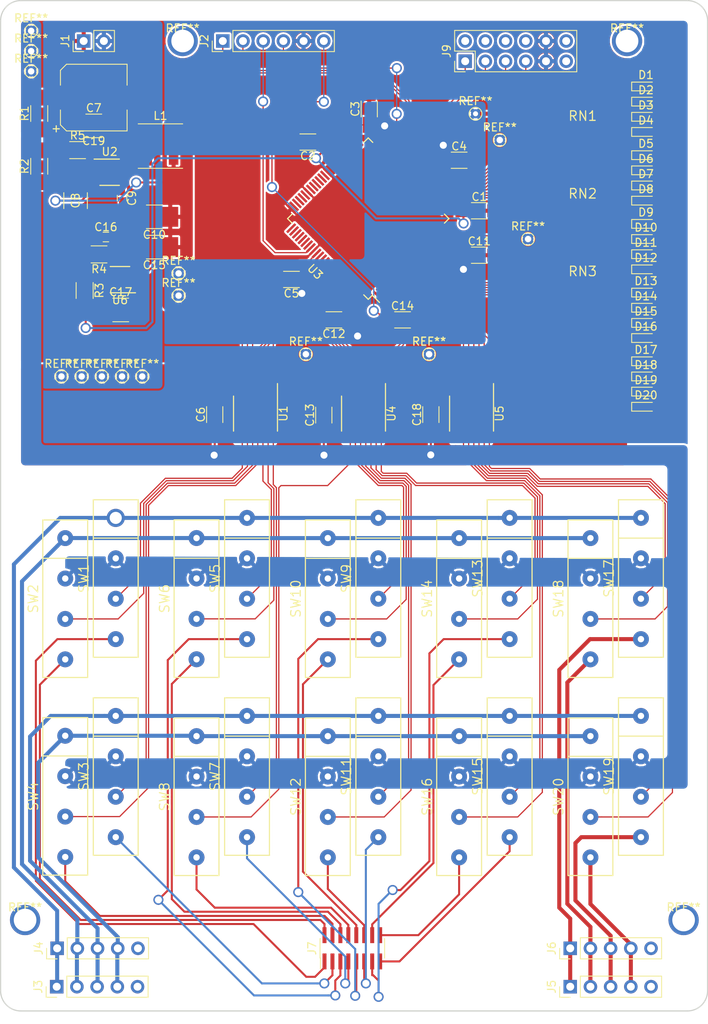
<source format=kicad_pcb>
(kicad_pcb (version 4) (host pcbnew 4.0.7)
  (layers (0 F.Cu signal) (31 B.Cu signal) (34 B.Paste user) (35 F.Paste user) (36 B.SilkS user) (37 F.SilkS user) (38 B.Mask user) (39 F.Mask user hide) (44 Edge.Cuts user))
  (net 0 "")
  (net 1 /1V8)
  (net 2 GNDREF)
  (net 3 /3V3)
  (net 4 VCC)
  (net 5 "Net-(C8-Pad1)")
  (net 6 "Net-(C9-Pad1)")
  (net 7 /VCCJTAG)
  (net 8 "Net-(C16-Pad1)")
  (net 9 "Net-(D1-Pad1)")
  (net 10 /CTRL1.1)
  (net 11 "Net-(D2-Pad1)")
  (net 12 /CTRL1.2)
  (net 13 "Net-(D3-Pad1)")
  (net 14 /CTRL1.3)
  (net 15 "Net-(D4-Pad1)")
  (net 16 /CTRL1.4)
  (net 17 "Net-(D5-Pad1)")
  (net 18 /CTRL2.1)
  (net 19 "Net-(D6-Pad1)")
  (net 20 /CTRL2.2)
  (net 21 "Net-(D7-Pad1)")
  (net 22 /CTRL2.3)
  (net 23 "Net-(D8-Pad1)")
  (net 24 /CTRL2.4)
  (net 25 "Net-(D9-Pad1)")
  (net 26 /CTRL3.1)
  (net 27 "Net-(D10-Pad1)")
  (net 28 /CTRL3.2)
  (net 29 "Net-(D11-Pad1)")
  (net 30 /CTRL3.3)
  (net 31 "Net-(D12-Pad1)")
  (net 32 /CTRL3.4)
  (net 33 "Net-(D13-Pad1)")
  (net 34 /CTRL4.1)
  (net 35 "Net-(D14-Pad1)")
  (net 36 /CTRL4.2)
  (net 37 "Net-(D15-Pad1)")
  (net 38 /CTRL4.3)
  (net 39 "Net-(D16-Pad1)")
  (net 40 /CTRL4.4)
  (net 41 "Net-(D17-Pad1)")
  (net 42 /CTRL5.1)
  (net 43 "Net-(D18-Pad1)")
  (net 44 /CTRL5.2)
  (net 45 "Net-(D19-Pad1)")
  (net 46 /CTRL5.3)
  (net 47 "Net-(D20-Pad1)")
  (net 48 /CTRL5.4)
  (net 49 /CS)
  (net 50 /MOSI)
  (net 51 /MISO)
  (net 52 /SCLK)
  (net 53 "Net-(J9-Pad8)")
  (net 54 "Net-(L1-Pad1)")
  (net 55 "Net-(R1-Pad1)")
  (net 56 "Net-(R3-Pad1)")
  (net 57 "Net-(RN3-Pad5)")
  (net 58 "Net-(RN3-Pad6)")
  (net 59 "Net-(RN3-Pad7)")
  (net 60 "Net-(RN3-Pad8)")
  (net 61 /SW5.1)
  (net 62 /SW5.2)
  (net 63 /SW5.3)
  (net 64 /SW5.4)
  (net 65 /SW1.1)
  (net 66 /SW1.2)
  (net 67 /SW1.3)
  (net 68 /SW1.4)
  (net 69 /SW2.1)
  (net 70 /SW2.2)
  (net 71 /SW2.3)
  (net 72 /SW2.4)
  (net 73 /SW3.1)
  (net 74 /SW3.2)
  (net 75 /SW3.3)
  (net 76 /SW3.4)
  (net 77 /SW4.1)
  (net 78 /SW4.2)
  (net 79 /SW4.3)
  (net 80 /SW4.4)
  (net 81 "Net-(U2-Pad7)")
  (net 82 "Net-(U2-Pad8)")
  (net 83 "Net-(U3-Pad1)")
  (net 84 "Net-(U3-Pad2)")
  (net 85 "Net-(U3-Pad3)")
  (net 86 "Net-(U3-Pad4)")
  (net 87 "Net-(U3-Pad40)")
  (net 88 /TDI)
  (net 89 "Net-(U3-Pad46)")
  (net 90 /TMS)
  (net 91 /TCK)
  (net 92 "Net-(U3-Pad49)")
  (net 93 "Net-(U3-Pad50)")
  (net 94 "Net-(U3-Pad52)")
  (net 95 "Net-(U3-Pad53)")
  (net 96 "Net-(U3-Pad54)")
  (net 97 "Net-(U3-Pad55)")
  (net 98 "Net-(U3-Pad56)")
  (net 99 "Net-(U3-Pad58)")
  (net 100 "Net-(U3-Pad59)")
  (net 101 "Net-(U3-Pad60)")
  (net 102 "Net-(U3-Pad61)")
  (net 103 "Net-(U3-Pad63)")
  (net 104 "Net-(U3-Pad64)")
  (net 105 /TDO)
  (net 106 "Net-(U3-Pad99)")
  (net 107 "Net-(U5-Pad7)")
  (net 108 "Net-(U5-Pad10)")
  (net 109 "Net-(U6-Pad4)")
  (net 110 "Net-(U3-Pad70)")
  (net 111 "Net-(U3-Pad71)")
  (net 112 "Net-(U3-Pad72)")
  (net 113 "Net-(U3-Pad73)")
  (net 114 "Net-(U3-Pad74)")
  (net 115 "Net-(U3-Pad76)")
  (net 116 "Net-(U3-Pad77)")
  (net 117 "Net-(U3-Pad78)")
  (net 118 "Net-(U3-Pad79)")
  (net 119 "Net-(U3-Pad80)")
  (net 120 "Net-(U3-Pad81)")
  (net 121 "Net-(U3-Pad82)")
  (net 122 /LED1.1)
  (net 123 /LED1.2)
  (net 124 /LED1.3)
  (net 125 /LED1.4)
  (net 126 /LED2.1)
  (net 127 /LED2.2)
  (net 128 /LED2.3)
  (net 129 /LED2.4)
  (net 130 /LED3.1)
  (net 131 /LED3.2)
  (net 132 /LED3.3)
  (net 133 /LED3.4)
  (net 134 /LED4.1)
  (net 135 /LED4.2)
  (net 136 /LED4.3)
  (net 137 /LED4.4)
  (net 138 /LED5.1)
  (net 139 /LED5.2)
  (net 140 /LED5.3)
  (net 141 /LED5.4)
  (net 142 "Net-(RN3-Pad12)")
  (net 143 "Net-(RN3-Pad11)")
  (net 144 "Net-(RN3-Pad10)")
  (net 145 "Net-(RN3-Pad9)")
  (net 146 "Net-(U3-Pad65)")
  (net 147 "Net-(U3-Pad66)")
  (net 148 "Net-(U3-Pad67)")
  (net 149 "Net-(U3-Pad68)")
  (net 150 /SS_A)
  (net 151 /SS_B)
  (net 152 /SS_C)
  (net 153 /SS_D)
  (net 154 /SS1.1)
  (net 155 /SS1.2)
  (net 156 /SS1.3)
  (net 157 /SS1.4)
  (net 158 /SS2.1)
  (net 159 /SS2.2)
  (net 160 /SS2.3)
  (net 161 /SS2.4)
  (net 162 /SS3.1)
  (net 163 /SS3.2)
  (net 164 /SS3.3)
  (net 165 /SS3.4)
  (net 166 /SS4.1)
  (net 167 /SS4.2)
  (net 168 /SS4.3)
  (net 169 /SS4.4)
  (net 170 /SX_A)
  (net 171 /SX_B)
  (net 172 /SX_C)
  (net 173 /SX_D)
  (net 174 "Net-(J9-Pad2)")
  (net 175 "Net-(J9-Pad4)")
  (net 176 "Net-(J9-Pad6)")
  (net 177 GND)
  (net 178 "Net-(J9-Pad11)")
  (net 179 "Net-(J9-Pad12)")
  (module relay_IKM:SIP-4 (layer F.Cu) (at 221.996 183.388 270)
    (fp_text reference SW16 (at 0 4.02 270) (layer F.SilkS) (effects (font (size 1.2 1.2))))
    (fp_text value 9001-XX-00)
    (pad 1 thru_hole circle (at -7.62 0 270) (size 2 2) (drill 0.8) (layers *.Cu *.Mask) (net 153 /SS_D))
    (pad 2 thru_hole circle (at -2.54 0 270) (size 2 2) (drill 0.8) (layers *.Cu *.Mask) (net 4 VCC))
    (pad 3 thru_hole circle (at 2.54 0 270) (size 2 2) (drill 0.8) (layers *.Cu *.Mask) (net 80 /SW4.4))
    (pad 4 thru_hole circle (at 7.62 0 270) (size 2 2) (drill 0.8) (layers *.Cu *.Mask) (net 169 /SS4.4))
  )
  (module relay_IKM:SIP-4 (layer F.Cu) (at 205.486 158.496 270)
    (fp_text reference SW10 (at 0 4.02 270) (layer F.SilkS) (effects (font (size 1.2 1.2))))
    (fp_text value 9001-XX-00)
    (pad 1 thru_hole circle (at -7.62 0 270) (size 2 2) (drill 0.8) (layers *.Cu *.Mask) (net 151 /SS_B))
    (pad 2 thru_hole circle (at -2.54 0 270) (size 2 2) (drill 0.8) (layers *.Cu *.Mask) (net 4 VCC))
    (pad 3 thru_hole circle (at 2.54 0 270) (size 2 2) (drill 0.8) (layers *.Cu *.Mask) (net 74 /SW3.2))
    (pad 4 thru_hole circle (at 7.62 0 270) (size 2 2) (drill 0.8) (layers *.Cu *.Mask) (net 163 /SS3.2))
  )
  (module Connectors:PINTST (layer F.Cu) (at 168.18 92.202)
    (fp_text reference REF** (at 0 -1.6) (layer F.SilkS))
    (fp_text value PINTST)
    (pad 1 thru_hole circle (at 0 0) (size 1.3208 1.3208) (drill 0.8128) (layers *.Cu *.Mask) (net 4 VCC))
  )
  (module Connectors:PINTST (layer F.Cu) (at 168.18 89.662)
    (fp_text reference REF** (at 0 -1.6) (layer F.SilkS))
    (fp_text value PINTST)
    (pad 1 thru_hole circle (at 0 0) (size 1.3208 1.3208) (drill 0.8128) (layers *.Cu *.Mask) (net 4 VCC))
  )
  (module Connectors:PINTST (layer F.Cu) (at 168.18 87.122)
    (fp_text reference REF** (at 0 -1.6) (layer F.SilkS))
    (fp_text value PINTST)
    (pad 1 thru_hole circle (at 0 0) (size 1.3208 1.3208) (drill 0.8128) (layers *.Cu *.Mask) (net 4 VCC))
  )
  (module Connectors:PINTST (layer F.Cu) (at 227.108 100.838)
    (fp_text reference REF** (at 0 -1.6) (layer F.SilkS))
    (fp_text value PINTST)
    (pad 1 thru_hole circle (at 0 0) (size 1.3208 1.3208) (drill 0.8128) (layers *.Cu *.Mask) (net 2 GNDREF))
  )
  (module Connectors:PINTST (layer F.Cu) (at 230.664 113.284)
    (fp_text reference REF** (at 0 -1.6) (layer F.SilkS))
    (fp_text value PINTST)
    (pad 1 thru_hole circle (at 0 0) (size 1.3208 1.3208) (drill 0.8128) (layers *.Cu *.Mask) (net 2 GNDREF))
  )
  (module Connectors:PINTST (layer F.Cu) (at 218.218 127.762)
    (fp_text reference REF** (at 0 -1.6) (layer F.SilkS))
    (fp_text value PINTST)
    (pad 1 thru_hole circle (at 0 0) (size 1.3208 1.3208) (drill 0.8128) (layers *.Cu *.Mask) (net 2 GNDREF))
  )
  (module Connectors:PINTST (layer F.Cu) (at 218.218 127.762)
    (fp_text reference REF** (at 0 -1.6) (layer F.SilkS))
    (fp_text value PINTST)
    (pad 1 thru_hole circle (at 0 0) (size 1.3208 1.3208) (drill 0.8128) (layers *.Cu *.Mask) (net 2 GNDREF))
  )
  (module Connectors:PINTST (layer F.Cu) (at 202.724 127.762)
    (fp_text reference REF** (at 0 -1.6) (layer F.SilkS))
    (fp_text value PINTST)
    (pad 1 thru_hole circle (at 0 0) (size 1.3208 1.3208) (drill 0.8128) (layers *.Cu *.Mask) (net 2 GNDREF))
  )
  (module Connectors:PINTST (layer F.Cu) (at 182.15 130.556)
    (fp_text reference REF** (at 0 -1.6) (layer F.SilkS))
    (fp_text value PINTST)
    (pad 1 thru_hole circle (at 0 0) (size 1.3208 1.3208) (drill 0.8128) (layers *.Cu *.Mask) (net 177 GND))
  )
  (module Connectors:PINTST (layer F.Cu) (at 179.61 130.556)
    (fp_text reference REF** (at 0 -1.6) (layer F.SilkS))
    (fp_text value PINTST)
    (pad 1 thru_hole circle (at 0 0) (size 1.3208 1.3208) (drill 0.8128) (layers *.Cu *.Mask) (net 177 GND))
  )
  (module Connectors:PINTST (layer F.Cu) (at 177.07 130.556)
    (fp_text reference REF** (at 0 -1.6) (layer F.SilkS))
    (fp_text value PINTST)
    (pad 1 thru_hole circle (at 0 0) (size 1.3208 1.3208) (drill 0.8128) (layers *.Cu *.Mask) (net 177 GND))
  )
  (module Connectors:PINTST (layer F.Cu) (at 174.53 130.556)
    (fp_text reference REF** (at 0 -1.6) (layer F.SilkS))
    (fp_text value PINTST)
    (pad 1 thru_hole circle (at 0 0) (size 1.3208 1.3208) (drill 0.8128) (layers *.Cu *.Mask) (net 177 GND))
  )
  (module Connectors:PINTST (layer F.Cu) (at 171.99 130.556)
    (fp_text reference REF** (at 0 -1.6) (layer F.SilkS))
    (fp_text value PINTST)
    (pad 1 thru_hole circle (at 0 0) (size 1.3208 1.3208) (drill 0.8128) (layers *.Cu *.Mask) (net 177 GND))
  )
  (module Connectors:PINTST (layer F.Cu) (at 186.722 120.396)
    (fp_text reference REF** (at 0 -1.6) (layer F.SilkS))
    (fp_text value PINTST)
    (pad 1 thru_hole circle (at 0 0) (size 1.3208 1.3208) (drill 0.8128) (layers *.Cu *.Mask) (net 3 /3V3))
  )
  (module Connectors:PINTST (layer F.Cu) (at 167.418 198.882)
    (fp_text reference REF** (at 0 -1.6) (layer F.SilkS))
    (fp_text value PINTST)
    (pad 1 thru_hole circle (at 0 0) (size 3.81 3.81) (drill 2.8448) (layers *.Cu *.Mask))
  )
  (module Connectors:PINTST (layer F.Cu) (at 250.222 198.882)
    (fp_text reference REF** (at 0 -1.6) (layer F.SilkS))
    (fp_text value PINTST)
    (pad 1 thru_hole circle (at 0 0) (size 3.81 3.81) (drill 2.8448) (layers *.Cu *.Mask))
  )
  (module Connectors:PINTST (layer F.Cu) (at 243.11 88.392)
    (fp_text reference REF** (at 0 -1.6) (layer F.SilkS))
    (fp_text value PINTST)
    (pad 1 thru_hole circle (at 0 0) (size 3.81 3.81) (drill 2.8448) (layers *.Cu *.Mask))
  )
  (module Connectors:PINTST (layer F.Cu) (at 187.23 88.392)
    (fp_text reference REF** (at 0 -1.6) (layer F.SilkS))
    (fp_text value PINTST)
    (pad 1 thru_hole circle (at 0 0) (size 3.81 3.81) (drill 2.8448) (layers *.Cu *.Mask))
  )
  (module Connectors:PINTST (layer F.Cu) (at 224.06 97.536)
    (fp_text reference REF** (at 0 -1.6) (layer F.SilkS))
    (fp_text value PINTST)
    (pad 1 thru_hole circle (at 0 0) (size 1.143 1.143) (drill 0.635) (layers *.Cu *.Mask) (net 3 /3V3))
  )
  (module Connectors:PINTST (layer F.Cu) (at 186.722 117.602)
    (fp_text reference REF** (at 0 -1.6) (layer F.SilkS))
    (fp_text value PINTST)
    (pad 1 thru_hole circle (at 0 0) (size 1.3208 1.3208) (drill 0.8128) (layers *.Cu *.Mask) (net 3 /3V3))
  )
  (module relay_IKM:SIP-4 (layer F.Cu) (at 195.326 180.848 270)
    (fp_text reference SW7 (at 0 4.02 270) (layer F.SilkS) (effects (font (size 1.2 1.2))))
    (fp_text value 9001-XX-00)
    (pad 1 thru_hole circle (at -7.62 0 270) (size 2 2) (drill 0.8) (layers *.Cu *.Mask) (net 152 /SS_C))
    (pad 2 thru_hole circle (at -2.54 0 270) (size 2 2) (drill 0.8) (layers *.Cu *.Mask) (net 4 VCC))
    (pad 3 thru_hole circle (at 2.54 0 270) (size 2 2) (drill 0.8) (layers *.Cu *.Mask) (net 71 /SW2.3))
    (pad 4 thru_hole circle (at 7.62 0 270) (size 2 2) (drill 0.8) (layers *.Cu *.Mask) (net 160 /SS2.3))
  )
  (module relay_IKM:SIP-4 (layer F.Cu) (at 188.976 183.388 270)
    (fp_text reference SW8 (at 0 4.02 270) (layer F.SilkS) (effects (font (size 1.2 1.2))))
    (fp_text value 9001-XX-00)
    (pad 1 thru_hole circle (at -7.62 0 270) (size 2 2) (drill 0.8) (layers *.Cu *.Mask) (net 153 /SS_D))
    (pad 2 thru_hole circle (at -2.54 0 270) (size 2 2) (drill 0.8) (layers *.Cu *.Mask) (net 4 VCC))
    (pad 3 thru_hole circle (at 2.54 0 270) (size 2 2) (drill 0.8) (layers *.Cu *.Mask) (net 72 /SW2.4))
    (pad 4 thru_hole circle (at 7.62 0 270) (size 2 2) (drill 0.8) (layers *.Cu *.Mask) (net 161 /SS2.4))
  )
  (module relay_IKM:SIP-4 (layer F.Cu) (at 178.816 180.848 270)
    (fp_text reference SW3 (at 0 4.02 270) (layer F.SilkS) (effects (font (size 1.2 1.2))))
    (fp_text value 9001-XX-00)
    (pad 1 thru_hole circle (at -7.62 0 270) (size 2 2) (drill 0.8) (layers *.Cu *.Mask) (net 152 /SS_C))
    (pad 2 thru_hole circle (at -2.54 0 270) (size 2 2) (drill 0.8) (layers *.Cu *.Mask) (net 4 VCC))
    (pad 3 thru_hole circle (at 2.54 0 270) (size 2 2) (drill 0.8) (layers *.Cu *.Mask) (net 67 /SW1.3))
    (pad 4 thru_hole circle (at 7.62 0 270) (size 2 2) (drill 0.8) (layers *.Cu *.Mask) (net 156 /SS1.3))
  )
  (module relay_IKM:SIP-4 (layer F.Cu) (at 172.466 183.341306 270)
    (fp_text reference SW4 (at 0 4.02 270) (layer F.SilkS) (effects (font (size 1.2 1.2))))
    (fp_text value 9001-XX-00)
    (pad 1 thru_hole circle (at -7.62 0 270) (size 2 2) (drill 0.8) (layers *.Cu *.Mask) (net 153 /SS_D))
    (pad 2 thru_hole circle (at -2.54 0 270) (size 2 2) (drill 0.8) (layers *.Cu *.Mask) (net 4 VCC))
    (pad 3 thru_hole circle (at 2.54 0 270) (size 2 2) (drill 0.8) (layers *.Cu *.Mask) (net 68 /SW1.4))
    (pad 4 thru_hole circle (at 7.62 0 270) (size 2 2) (drill 0.8) (layers *.Cu *.Mask) (net 157 /SS1.4))
  )
  (module relay_IKM:SIP-4 (layer F.Cu) (at 178.816 155.956 270)
    (fp_text reference SW1 (at 0 4.02 270) (layer F.SilkS) (effects (font (size 1.2 1.2))))
    (fp_text value 9001-XX-00)
    (pad 1 thru_hole circle (at -7.62 0 270) (size 2.286 2.286) (drill 1.524) (layers *.Cu *.Mask) (net 150 /SS_A))
    (pad 2 thru_hole circle (at -2.54 0 270) (size 2 2) (drill 0.8) (layers *.Cu *.Mask) (net 4 VCC))
    (pad 3 thru_hole circle (at 2.54 0 270) (size 2 2) (drill 0.8) (layers *.Cu *.Mask) (net 65 /SW1.1))
    (pad 4 thru_hole circle (at 7.62 0 270) (size 2 2) (drill 0.8) (layers *.Cu *.Mask) (net 154 /SS1.1))
  )
  (module relay_IKM:SIP-4 (layer F.Cu) (at 172.466 158.496 270)
    (fp_text reference SW2 (at 0 4.02 270) (layer F.SilkS) (effects (font (size 1.2 1.2))))
    (fp_text value 9001-XX-00)
    (pad 1 thru_hole circle (at -7.62 0 270) (size 2 2) (drill 0.8) (layers *.Cu *.Mask) (net 151 /SS_B))
    (pad 2 thru_hole circle (at -2.54 0 270) (size 2 2) (drill 0.8) (layers *.Cu *.Mask) (net 4 VCC))
    (pad 3 thru_hole circle (at 2.54 0 270) (size 2 2) (drill 0.8) (layers *.Cu *.Mask) (net 66 /SW1.2))
    (pad 4 thru_hole circle (at 7.62 0 270) (size 2 2) (drill 0.8) (layers *.Cu *.Mask) (net 155 /SS1.2))
  )
  (module relay_IKM:SIP-4 (layer F.Cu) (at 195.326 155.956 270)
    (fp_text reference SW5 (at 0 4.02 270) (layer F.SilkS) (effects (font (size 1.2 1.2))))
    (fp_text value 9001-XX-00)
    (pad 1 thru_hole circle (at -7.62 0 270) (size 2 2) (drill 0.8) (layers *.Cu *.Mask) (net 150 /SS_A))
    (pad 2 thru_hole circle (at -2.54 0 270) (size 2 2) (drill 0.8) (layers *.Cu *.Mask) (net 4 VCC))
    (pad 3 thru_hole circle (at 2.54 0 270) (size 2 2) (drill 0.8) (layers *.Cu *.Mask) (net 69 /SW2.1))
    (pad 4 thru_hole circle (at 7.62 0 270) (size 2 2) (drill 0.8) (layers *.Cu *.Mask) (net 158 /SS2.1))
  )
  (module Capacitors_SMD:C_1206_HandSoldering (layer F.Cu) (at 224.536 109.728)
    (fp_text reference C1 (at 0 -1.75) (layer F.SilkS))
    (fp_text value 0.1uF)
    (pad 1 smd rect (at -2 0) (size 2 1.6) (layers F.Cu F.Paste F.Mask) (net 1 /1V8))
    (pad 2 smd rect (at 2 0) (size 2 1.6) (layers F.Cu F.Paste F.Mask) (net 2 GNDREF))
  )
  (module Capacitors_SMD:C_1206_HandSoldering (layer F.Cu) (at 202.978 101.092 180)
    (fp_text reference C2 (at 0 -1.75 180) (layer F.SilkS))
    (fp_text value 0.1uF)
    (pad 1 smd rect (at -2 0 180) (size 2 1.6) (layers F.Cu F.Paste F.Mask) (net 1 /1V8))
    (pad 2 smd rect (at 2 0 180) (size 2 1.6) (layers F.Cu F.Paste F.Mask) (net 2 GNDREF))
  )
  (module Capacitors_SMD:C_1206_HandSoldering (layer F.Cu) (at 210.693 96.933 90)
    (fp_text reference C3 (at 0 -1.75 90) (layer F.SilkS))
    (fp_text value 0.1uF)
    (pad 1 smd rect (at -2 0 90) (size 2 1.6) (layers F.Cu F.Paste F.Mask) (net 3 /3V3))
    (pad 2 smd rect (at 2 0 90) (size 2 1.6) (layers F.Cu F.Paste F.Mask) (net 2 GNDREF))
  )
  (module Capacitors_SMD:C_1206_HandSoldering (layer F.Cu) (at 221.996 103.378)
    (fp_text reference C4 (at 0 -1.75) (layer F.SilkS))
    (fp_text value 0.1uF)
    (pad 1 smd rect (at -2 0) (size 2 1.6) (layers F.Cu F.Paste F.Mask) (net 3 /3V3))
    (pad 2 smd rect (at 2 0) (size 2 1.6) (layers F.Cu F.Paste F.Mask) (net 2 GNDREF))
  )
  (module Capacitors_SMD:C_1206_HandSoldering (layer F.Cu) (at 200.914 118.364 180)
    (fp_text reference C5 (at 0 -1.75 180) (layer F.SilkS))
    (fp_text value 0.1uF)
    (pad 1 smd rect (at -2 0 180) (size 2 1.6) (layers F.Cu F.Paste F.Mask) (net 3 /3V3))
    (pad 2 smd rect (at 2 0 180) (size 2 1.6) (layers F.Cu F.Paste F.Mask) (net 2 GNDREF))
  )
  (module Capacitors_SMD:C_1206_HandSoldering (layer F.Cu) (at 191.262 135.35 90)
    (fp_text reference C6 (at 0 -1.75 90) (layer F.SilkS))
    (fp_text value 0.1uF)
    (pad 1 smd rect (at -2 0 90) (size 2 1.6) (layers F.Cu F.Paste F.Mask) (net 4 VCC))
    (pad 2 smd rect (at 2 0 90) (size 2 1.6) (layers F.Cu F.Paste F.Mask) (net 177 GND))
  )
  (module Capacitors_SMD:C_1210_HandSoldering (layer F.Cu) (at 176.054 99.06)
    (fp_text reference C7 (at 0 -2.25) (layer F.SilkS))
    (fp_text value 2.2uF)
    (pad 1 smd rect (at -2 0) (size 2 2.5) (layers F.Cu F.Paste F.Mask) (net 4 VCC))
    (pad 2 smd rect (at 2 0) (size 2 2.5) (layers F.Cu F.Paste F.Mask) (net 177 GND))
  )
  (module Capacitors_SMD:C_1210_HandSoldering (layer F.Cu) (at 173.768 108.458 270)
    (fp_text reference C8 (at 0 0 270) (layer F.SilkS))
    (fp_text value 1uF)
    (pad 1 smd rect (at -2 0 270) (size 2 2.5) (layers F.Cu F.Paste F.Mask) (net 5 "Net-(C8-Pad1)"))
    (pad 2 smd rect (at 2 0 270) (size 2 2.5) (layers F.Cu F.Paste F.Mask) (net 2 GNDREF))
  )
  (module Capacitors_SMD:C_0603_HandSoldering (layer F.Cu) (at 179.61 108.138 270)
    (fp_text reference C9 (at 0 -1.25 270) (layer F.SilkS))
    (fp_text value 3300pF)
    (pad 1 smd rect (at -0.95 0 270) (size 1.2 0.75) (layers F.Cu F.Paste F.Mask) (net 6 "Net-(C9-Pad1)"))
    (pad 2 smd rect (at 0.95 0 270) (size 1.2 0.75) (layers F.Cu F.Paste F.Mask) (net 2 GNDREF))
  )
  (module Capacitors_SMD:C_1210_HandSoldering (layer F.Cu) (at 183.674 110.49 180)
    (fp_text reference C10 (at 0 -2.25 180) (layer F.SilkS))
    (fp_text value 22uF)
    (pad 1 smd rect (at -2 0 180) (size 2 2.5) (layers F.Cu F.Paste F.Mask) (net 3 /3V3))
    (pad 2 smd rect (at 2 0 180) (size 2 2.5) (layers F.Cu F.Paste F.Mask) (net 2 GNDREF))
  )
  (module Capacitors_SMD:C_1206_HandSoldering (layer F.Cu) (at 224.536 115.316)
    (fp_text reference C11 (at 0 -1.75) (layer F.SilkS))
    (fp_text value 0.1uF)
    (pad 1 smd rect (at -2 0) (size 2 1.6) (layers F.Cu F.Paste F.Mask) (net 3 /3V3))
    (pad 2 smd rect (at 2 0) (size 2 1.6) (layers F.Cu F.Paste F.Mask) (net 2 GNDREF))
  )
  (module Capacitors_SMD:C_1206_HandSoldering (layer F.Cu) (at 206.248 123.444 180)
    (fp_text reference C12 (at 0 -1.75 180) (layer F.SilkS))
    (fp_text value 0.1uF)
    (pad 1 smd rect (at -2 0 180) (size 2 1.6) (layers F.Cu F.Paste F.Mask) (net 3 /3V3))
    (pad 2 smd rect (at 2 0 180) (size 2 1.6) (layers F.Cu F.Paste F.Mask) (net 2 GNDREF))
  )
  (module Capacitors_SMD:C_1206_HandSoldering (layer F.Cu) (at 204.978 135.414 90)
    (fp_text reference C13 (at 0 -1.75 90) (layer F.SilkS))
    (fp_text value 0.1uF)
    (pad 1 smd rect (at -2 0 90) (size 2 1.6) (layers F.Cu F.Paste F.Mask) (net 4 VCC))
    (pad 2 smd rect (at 2 0 90) (size 2 1.6) (layers F.Cu F.Paste F.Mask) (net 177 GND))
  )
  (module Capacitors_SMD:C_1206_HandSoldering (layer F.Cu) (at 214.884 123.444)
    (fp_text reference C14 (at 0 -1.75) (layer F.SilkS))
    (fp_text value C)
    (pad 1 smd rect (at -2 0) (size 2 1.6) (layers F.Cu F.Paste F.Mask) (net 7 /VCCJTAG))
    (pad 2 smd rect (at 2 0) (size 2 1.6) (layers F.Cu F.Paste F.Mask) (net 2 GNDREF))
  )
  (module Capacitors_SMD:C_1210_HandSoldering (layer F.Cu) (at 183.669009 114.3 180)
    (fp_text reference C15 (at 0 -2.25 180) (layer F.SilkS))
    (fp_text value 1uF)
    (pad 1 smd rect (at -2 0 180) (size 2 2.5) (layers F.Cu F.Paste F.Mask) (net 3 /3V3))
    (pad 2 smd rect (at 2 0 180) (size 2 2.5) (layers F.Cu F.Paste F.Mask) (net 2 GNDREF))
  )
  (module Capacitors_SMD:C_0603_HandSoldering (layer F.Cu) (at 177.578 113.03)
    (fp_text reference C16 (at 0 -1.25) (layer F.SilkS))
    (fp_text value C)
    (pad 1 smd rect (at -0.95 0) (size 1.2 0.75) (layers F.Cu F.Paste F.Mask) (net 8 "Net-(C16-Pad1)"))
    (pad 2 smd rect (at 0.95 0) (size 1.2 0.75) (layers F.Cu F.Paste F.Mask) (net 2 GNDREF))
  )
  (module Capacitors_SMD:C_1210_HandSoldering (layer F.Cu) (at 179.446009 122.198215)
    (fp_text reference C17 (at 0 -2.25) (layer F.SilkS))
    (fp_text value 4.7uF)
    (pad 1 smd rect (at -2 0) (size 2 2.5) (layers F.Cu F.Paste F.Mask) (net 1 /1V8))
    (pad 2 smd rect (at 2 0) (size 2 2.5) (layers F.Cu F.Paste F.Mask) (net 2 GNDREF))
  )
  (module Capacitors_SMD:C_1206_HandSoldering (layer F.Cu) (at 218.44 135.35 90)
    (fp_text reference C18 (at 0 -1.75 90) (layer F.SilkS))
    (fp_text value 0.1uF)
    (pad 1 smd rect (at -2 0 90) (size 2 1.6) (layers F.Cu F.Paste F.Mask) (net 4 VCC))
    (pad 2 smd rect (at 2 0 90) (size 2 1.6) (layers F.Cu F.Paste F.Mask) (net 177 GND))
  )
  (module Capacitors_SMD:CP_Elec_8x5.4 (layer F.Cu) (at 176.054 95.504)
    (fp_text reference C19 (at 0 5.45) (layer F.SilkS))
    (fp_text value CP)
    (fp_text user + (at -4.72 3.85) (layer F.SilkS))
    (pad 1 smd rect (at -3.05 0 180) (size 4 2.5) (layers F.Cu F.Paste F.Mask) (net 4 VCC))
    (pad 2 smd rect (at 3.05 0 180) (size 4 2.5) (layers F.Cu F.Paste F.Mask) (net 177 GND))
  )
  (module LEDs:LED_0603_HandSoldering (layer F.Cu) (at 245.491 94.107)
    (fp_text reference D1 (at 0 -1.45) (layer F.SilkS))
    (fp_text value LED)
    (pad 1 smd rect (at -1.1 0) (size 1.2 0.9) (layers F.Cu F.Paste F.Mask) (net 9 "Net-(D1-Pad1)"))
    (pad 2 smd rect (at 1.1 0) (size 1.2 0.9) (layers F.Cu F.Paste F.Mask) (net 3 /3V3))
  )
  (module LEDs:LED_0603_HandSoldering (layer F.Cu) (at 245.491 96.012)
    (fp_text reference D2 (at 0 -1.45) (layer F.SilkS))
    (fp_text value LED)
    (pad 1 smd rect (at -1.1 0) (size 1.2 0.9) (layers F.Cu F.Paste F.Mask) (net 11 "Net-(D2-Pad1)"))
    (pad 2 smd rect (at 1.1 0) (size 1.2 0.9) (layers F.Cu F.Paste F.Mask) (net 3 /3V3))
  )
  (module LEDs:LED_0603_HandSoldering (layer F.Cu) (at 245.491 97.917)
    (fp_text reference D3 (at 0 -1.45) (layer F.SilkS))
    (fp_text value LED)
    (pad 1 smd rect (at -1.1 0) (size 1.2 0.9) (layers F.Cu F.Paste F.Mask) (net 13 "Net-(D3-Pad1)"))
    (pad 2 smd rect (at 1.1 0) (size 1.2 0.9) (layers F.Cu F.Paste F.Mask) (net 3 /3V3))
  )
  (module LEDs:LED_0603_HandSoldering (layer F.Cu) (at 245.491 99.822)
    (fp_text reference D4 (at 0 -1.45) (layer F.SilkS))
    (fp_text value LED)
    (pad 1 smd rect (at -1.1 0) (size 1.2 0.9) (layers F.Cu F.Paste F.Mask) (net 15 "Net-(D4-Pad1)"))
    (pad 2 smd rect (at 1.1 0) (size 1.2 0.9) (layers F.Cu F.Paste F.Mask) (net 3 /3V3))
  )
  (module LEDs:LED_0603_HandSoldering (layer F.Cu) (at 245.491 102.743)
    (fp_text reference D5 (at 0 -1.45) (layer F.SilkS))
    (fp_text value LED)
    (pad 1 smd rect (at -1.1 0) (size 1.2 0.9) (layers F.Cu F.Paste F.Mask) (net 17 "Net-(D5-Pad1)"))
    (pad 2 smd rect (at 1.1 0) (size 1.2 0.9) (layers F.Cu F.Paste F.Mask) (net 3 /3V3))
  )
  (module LEDs:LED_0603_HandSoldering (layer F.Cu) (at 245.491 104.648)
    (fp_text reference D6 (at 0 -1.45) (layer F.SilkS))
    (fp_text value LED)
    (pad 1 smd rect (at -1.1 0) (size 1.2 0.9) (layers F.Cu F.Paste F.Mask) (net 19 "Net-(D6-Pad1)"))
    (pad 2 smd rect (at 1.1 0) (size 1.2 0.9) (layers F.Cu F.Paste F.Mask) (net 3 /3V3))
  )
  (module LEDs:LED_0603_HandSoldering (layer F.Cu) (at 245.491 106.553)
    (fp_text reference D7 (at 0 -1.45) (layer F.SilkS))
    (fp_text value LED)
    (pad 1 smd rect (at -1.1 0) (size 1.2 0.9) (layers F.Cu F.Paste F.Mask) (net 21 "Net-(D7-Pad1)"))
    (pad 2 smd rect (at 1.1 0) (size 1.2 0.9) (layers F.Cu F.Paste F.Mask) (net 3 /3V3))
  )
  (module LEDs:LED_0603_HandSoldering (layer F.Cu) (at 245.491 108.458)
    (fp_text reference D8 (at 0 -1.45) (layer F.SilkS))
    (fp_text value LED)
    (pad 1 smd rect (at -1.1 0) (size 1.2 0.9) (layers F.Cu F.Paste F.Mask) (net 23 "Net-(D8-Pad1)"))
    (pad 2 smd rect (at 1.1 0) (size 1.2 0.9) (layers F.Cu F.Paste F.Mask) (net 3 /3V3))
  )
  (module LEDs:LED_0603_HandSoldering (layer F.Cu) (at 245.491 111.379)
    (fp_text reference D9 (at 0 -1.45) (layer F.SilkS))
    (fp_text value LED)
    (pad 1 smd rect (at -1.1 0) (size 1.2 0.9) (layers F.Cu F.Paste F.Mask) (net 25 "Net-(D9-Pad1)"))
    (pad 2 smd rect (at 1.1 0) (size 1.2 0.9) (layers F.Cu F.Paste F.Mask) (net 3 /3V3))
  )
  (module LEDs:LED_0603_HandSoldering (layer F.Cu) (at 245.491 113.284)
    (fp_text reference D10 (at 0 -1.45) (layer F.SilkS))
    (fp_text value LED)
    (pad 1 smd rect (at -1.1 0) (size 1.2 0.9) (layers F.Cu F.Paste F.Mask) (net 27 "Net-(D10-Pad1)"))
    (pad 2 smd rect (at 1.1 0) (size 1.2 0.9) (layers F.Cu F.Paste F.Mask) (net 3 /3V3))
  )
  (module LEDs:LED_0603_HandSoldering (layer F.Cu) (at 245.491 115.189)
    (fp_text reference D11 (at 0 -1.45) (layer F.SilkS))
    (fp_text value LED)
    (pad 1 smd rect (at -1.1 0) (size 1.2 0.9) (layers F.Cu F.Paste F.Mask) (net 29 "Net-(D11-Pad1)"))
    (pad 2 smd rect (at 1.1 0) (size 1.2 0.9) (layers F.Cu F.Paste F.Mask) (net 3 /3V3))
  )
  (module LEDs:LED_0603_HandSoldering (layer F.Cu) (at 245.491 117.094)
    (fp_text reference D12 (at 0 -1.45) (layer F.SilkS))
    (fp_text value LED)
    (pad 1 smd rect (at -1.1 0) (size 1.2 0.9) (layers F.Cu F.Paste F.Mask) (net 31 "Net-(D12-Pad1)"))
    (pad 2 smd rect (at 1.1 0) (size 1.2 0.9) (layers F.Cu F.Paste F.Mask) (net 3 /3V3))
  )
  (module LEDs:LED_0603_HandSoldering (layer F.Cu) (at 245.491 120.015)
    (fp_text reference D13 (at 0 -1.45) (layer F.SilkS))
    (fp_text value LED)
    (pad 1 smd rect (at -1.1 0) (size 1.2 0.9) (layers F.Cu F.Paste F.Mask) (net 33 "Net-(D13-Pad1)"))
    (pad 2 smd rect (at 1.1 0) (size 1.2 0.9) (layers F.Cu F.Paste F.Mask) (net 3 /3V3))
  )
  (module LEDs:LED_0603_HandSoldering (layer F.Cu) (at 245.491 121.92)
    (fp_text reference D14 (at 0 -1.45) (layer F.SilkS))
    (fp_text value LED)
    (pad 1 smd rect (at -1.1 0) (size 1.2 0.9) (layers F.Cu F.Paste F.Mask) (net 35 "Net-(D14-Pad1)"))
    (pad 2 smd rect (at 1.1 0) (size 1.2 0.9) (layers F.Cu F.Paste F.Mask) (net 3 /3V3))
  )
  (module LEDs:LED_0603_HandSoldering (layer F.Cu) (at 245.491 123.825)
    (fp_text reference D15 (at 0 -1.45) (layer F.SilkS))
    (fp_text value LED)
    (pad 1 smd rect (at -1.1 0) (size 1.2 0.9) (layers F.Cu F.Paste F.Mask) (net 37 "Net-(D15-Pad1)"))
    (pad 2 smd rect (at 1.1 0) (size 1.2 0.9) (layers F.Cu F.Paste F.Mask) (net 3 /3V3))
  )
  (module LEDs:LED_0603_HandSoldering (layer F.Cu) (at 245.491 125.73)
    (fp_text reference D16 (at 0 -1.45) (layer F.SilkS))
    (fp_text value LED)
    (pad 1 smd rect (at -1.1 0) (size 1.2 0.9) (layers F.Cu F.Paste F.Mask) (net 39 "Net-(D16-Pad1)"))
    (pad 2 smd rect (at 1.1 0) (size 1.2 0.9) (layers F.Cu F.Paste F.Mask) (net 3 /3V3))
  )
  (module LEDs:LED_0603_HandSoldering (layer F.Cu) (at 245.491 128.651)
    (fp_text reference D17 (at 0 -1.45) (layer F.SilkS))
    (fp_text value LED)
    (pad 1 smd rect (at -1.1 0) (size 1.2 0.9) (layers F.Cu F.Paste F.Mask) (net 41 "Net-(D17-Pad1)"))
    (pad 2 smd rect (at 1.1 0) (size 1.2 0.9) (layers F.Cu F.Paste F.Mask) (net 3 /3V3))
  )
  (module LEDs:LED_0603_HandSoldering (layer F.Cu) (at 245.491 130.556)
    (fp_text reference D18 (at 0 -1.45) (layer F.SilkS))
    (fp_text value LED)
    (pad 1 smd rect (at -1.1 0) (size 1.2 0.9) (layers F.Cu F.Paste F.Mask) (net 43 "Net-(D18-Pad1)"))
    (pad 2 smd rect (at 1.1 0) (size 1.2 0.9) (layers F.Cu F.Paste F.Mask) (net 3 /3V3))
  )
  (module LEDs:LED_0603_HandSoldering (layer F.Cu) (at 245.491 132.461)
    (fp_text reference D19 (at 0 -1.45) (layer F.SilkS))
    (fp_text value LED)
    (pad 1 smd rect (at -1.1 0) (size 1.2 0.9) (layers F.Cu F.Paste F.Mask) (net 45 "Net-(D19-Pad1)"))
    (pad 2 smd rect (at 1.1 0) (size 1.2 0.9) (layers F.Cu F.Paste F.Mask) (net 3 /3V3))
  )
  (module LEDs:LED_0603_HandSoldering (layer F.Cu) (at 245.491 134.366)
    (fp_text reference D20 (at 0 -1.45) (layer F.SilkS))
    (fp_text value LED)
    (pad 1 smd rect (at -1.1 0) (size 1.2 0.9) (layers F.Cu F.Paste F.Mask) (net 47 "Net-(D20-Pad1)"))
    (pad 2 smd rect (at 1.1 0) (size 1.2 0.9) (layers F.Cu F.Paste F.Mask) (net 3 /3V3))
  )
  (module Resistors_SMD:R_1206_HandSoldering (layer F.Cu) (at 169.196 97.504 90)
    (fp_text reference R1 (at 0 -1.85 90) (layer F.SilkS))
    (fp_text value R)
    (pad 1 smd rect (at -2 0 90) (size 2 1.7) (layers F.Cu F.Paste F.Mask) (net 55 "Net-(R1-Pad1)"))
    (pad 2 smd rect (at 2 0 90) (size 2 1.7) (layers F.Cu F.Paste F.Mask) (net 4 VCC))
  )
  (module Resistors_SMD:R_1206_HandSoldering (layer F.Cu) (at 169.196 104.14 90)
    (fp_text reference R2 (at 0 -1.85 90) (layer F.SilkS))
    (fp_text value R)
    (pad 1 smd rect (at -2 0 90) (size 2 1.7) (layers F.Cu F.Paste F.Mask) (net 2 GNDREF))
    (pad 2 smd rect (at 2 0 90) (size 2 1.7) (layers F.Cu F.Paste F.Mask) (net 55 "Net-(R1-Pad1)"))
  )
  (module Resistors_SMD:R_1206_HandSoldering (layer F.Cu) (at 174.906009 119.753215 270)
    (fp_text reference R3 (at 0 -1.85 270) (layer F.SilkS))
    (fp_text value R)
    (pad 1 smd rect (at -2 0 270) (size 2 1.7) (layers F.Cu F.Paste F.Mask) (net 56 "Net-(R3-Pad1)"))
    (pad 2 smd rect (at 2 0 270) (size 2 1.7) (layers F.Cu F.Paste F.Mask) (net 1 /1V8))
  )
  (module Resistors_SMD:R_1206_HandSoldering (layer F.Cu) (at 176.716009 115.213215 180)
    (fp_text reference R4 (at 0 -1.85 180) (layer F.SilkS))
    (fp_text value R)
    (pad 1 smd rect (at -2 0 180) (size 2 1.7) (layers F.Cu F.Paste F.Mask) (net 2 GNDREF))
    (pad 2 smd rect (at 2 0 180) (size 2 1.7) (layers F.Cu F.Paste F.Mask) (net 56 "Net-(R3-Pad1)"))
  )
  (module relay_IKM:SIP-4 (layer F.Cu) (at 188.976 158.487808 270)
    (fp_text reference SW6 (at 0 4.02 270) (layer F.SilkS) (effects (font (size 1.2 1.2))))
    (fp_text value 9001-XX-00)
    (pad 1 thru_hole circle (at -7.62 0 270) (size 2 2) (drill 0.8) (layers *.Cu *.Mask) (net 151 /SS_B))
    (pad 2 thru_hole circle (at -2.54 0 270) (size 2 2) (drill 0.8) (layers *.Cu *.Mask) (net 4 VCC))
    (pad 3 thru_hole circle (at 2.54 0 270) (size 2 2) (drill 0.8) (layers *.Cu *.Mask) (net 70 /SW2.2))
    (pad 4 thru_hole circle (at 7.62 0 270) (size 2 2) (drill 0.8) (layers *.Cu *.Mask) (net 159 /SS2.2))
  )
  (module relay_IKM:SIP-4 (layer F.Cu) (at 211.836 155.956 270)
    (fp_text reference SW9 (at 0 4.02 270) (layer F.SilkS) (effects (font (size 1.2 1.2))))
    (fp_text value 9001-XX-00)
    (pad 1 thru_hole circle (at -7.62 0 270) (size 2 2) (drill 0.8) (layers *.Cu *.Mask) (net 150 /SS_A))
    (pad 2 thru_hole circle (at -2.54 0 270) (size 2 2) (drill 0.8) (layers *.Cu *.Mask) (net 4 VCC))
    (pad 3 thru_hole circle (at 2.54 0 270) (size 2 2) (drill 0.8) (layers *.Cu *.Mask) (net 73 /SW3.1))
    (pad 4 thru_hole circle (at 7.62 0 270) (size 2 2) (drill 0.8) (layers *.Cu *.Mask) (net 162 /SS3.1))
  )
  (module relay_IKM:SIP-4 (layer F.Cu) (at 211.836 180.848 270)
    (fp_text reference SW11 (at 0 4.02 270) (layer F.SilkS) (effects (font (size 1.2 1.2))))
    (fp_text value 9001-XX-00)
    (pad 1 thru_hole circle (at -7.62 0 270) (size 2 2) (drill 0.8) (layers *.Cu *.Mask) (net 152 /SS_C))
    (pad 2 thru_hole circle (at -2.54 0 270) (size 2 2) (drill 0.8) (layers *.Cu *.Mask) (net 4 VCC))
    (pad 3 thru_hole circle (at 2.54 0 270) (size 2 2) (drill 0.8) (layers *.Cu *.Mask) (net 75 /SW3.3))
    (pad 4 thru_hole circle (at 7.62 0 270) (size 2 2) (drill 0.8) (layers *.Cu *.Mask) (net 164 /SS3.3))
  )
  (module relay_IKM:SIP-4 (layer F.Cu) (at 205.486 183.388 270)
    (fp_text reference SW12 (at 0 4.02 270) (layer F.SilkS) (effects (font (size 1.2 1.2))))
    (fp_text value 9001-XX-00)
    (pad 1 thru_hole circle (at -7.62 0 270) (size 2 2) (drill 0.8) (layers *.Cu *.Mask) (net 153 /SS_D))
    (pad 2 thru_hole circle (at -2.54 0 270) (size 2 2) (drill 0.8) (layers *.Cu *.Mask) (net 4 VCC))
    (pad 3 thru_hole circle (at 2.54 0 270) (size 2 2) (drill 0.8) (layers *.Cu *.Mask) (net 76 /SW3.4))
    (pad 4 thru_hole circle (at 7.62 0 270) (size 2 2) (drill 0.8) (layers *.Cu *.Mask) (net 165 /SS3.4))
  )
  (module relay_IKM:SIP-4 (layer F.Cu) (at 228.346 155.956 270)
    (fp_text reference SW13 (at 0 4.02 270) (layer F.SilkS) (effects (font (size 1.2 1.2))))
    (fp_text value 9001-XX-00)
    (pad 1 thru_hole circle (at -7.62 0 270) (size 2 2) (drill 0.8) (layers *.Cu *.Mask) (net 150 /SS_A))
    (pad 2 thru_hole circle (at -2.54 0 270) (size 2 2) (drill 0.8) (layers *.Cu *.Mask) (net 4 VCC))
    (pad 3 thru_hole circle (at 2.54 0 270) (size 2 2) (drill 0.8) (layers *.Cu *.Mask) (net 77 /SW4.1))
    (pad 4 thru_hole circle (at 7.62 0 270) (size 2 2) (drill 0.8) (layers *.Cu *.Mask) (net 166 /SS4.1))
  )
  (module relay_IKM:SIP-4 (layer F.Cu) (at 221.996 158.496 270)
    (fp_text reference SW14 (at 0 4.02 270) (layer F.SilkS) (effects (font (size 1.2 1.2))))
    (fp_text value 9001-XX-00)
    (pad 1 thru_hole circle (at -7.62 0 270) (size 2 2) (drill 0.8) (layers *.Cu *.Mask) (net 151 /SS_B))
    (pad 2 thru_hole circle (at -2.54 0 270) (size 2 2) (drill 0.8) (layers *.Cu *.Mask) (net 4 VCC))
    (pad 3 thru_hole circle (at 2.54 0 270) (size 2 2) (drill 0.8) (layers *.Cu *.Mask) (net 78 /SW4.2))
    (pad 4 thru_hole circle (at 7.62 0 270) (size 2 2) (drill 0.8) (layers *.Cu *.Mask) (net 167 /SS4.2))
  )
  (module relay_IKM:SIP-4 (layer F.Cu) (at 228.346 180.848 270)
    (fp_text reference SW15 (at 0 4.02 270) (layer F.SilkS) (effects (font (size 1.2 1.2))))
    (fp_text value 9001-XX-00)
    (pad 1 thru_hole circle (at -7.62 0 270) (size 2 2) (drill 0.8) (layers *.Cu *.Mask) (net 152 /SS_C))
    (pad 2 thru_hole circle (at -2.54 0 270) (size 2 2) (drill 0.8) (layers *.Cu *.Mask) (net 4 VCC))
    (pad 3 thru_hole circle (at 2.54 0 270) (size 2 2) (drill 0.8) (layers *.Cu *.Mask) (net 79 /SW4.3))
    (pad 4 thru_hole circle (at 7.62 0 270) (size 2 2) (drill 0.8) (layers *.Cu *.Mask) (net 168 /SS4.3))
  )
  (module relay_IKM:SIP-4 (layer F.Cu) (at 244.856 155.956 270)
    (fp_text reference SW17 (at 0 4.02 270) (layer F.SilkS) (effects (font (size 1.2 1.2))))
    (fp_text value 9001-XX-00)
    (pad 1 thru_hole circle (at -7.62 0 270) (size 2 2) (drill 0.8) (layers *.Cu *.Mask) (net 150 /SS_A))
    (pad 2 thru_hole circle (at -2.54 0 270) (size 2 2) (drill 0.8) (layers *.Cu *.Mask) (net 4 VCC))
    (pad 3 thru_hole circle (at 2.54 0 270) (size 2 2) (drill 0.8) (layers *.Cu *.Mask) (net 61 /SW5.1))
    (pad 4 thru_hole circle (at 7.62 0 270) (size 2 2) (drill 0.8) (layers *.Cu *.Mask) (net 170 /SX_A))
  )
  (module relay_IKM:SIP-4 (layer F.Cu) (at 238.506 158.496 270)
    (fp_text reference SW18 (at 0 4.02 270) (layer F.SilkS) (effects (font (size 1.2 1.2))))
    (fp_text value 9001-XX-00)
    (pad 1 thru_hole circle (at -7.62 0 270) (size 2 2) (drill 0.8) (layers *.Cu *.Mask) (net 151 /SS_B))
    (pad 2 thru_hole circle (at -2.54 0 270) (size 2 2) (drill 0.8) (layers *.Cu *.Mask) (net 4 VCC))
    (pad 3 thru_hole circle (at 2.54 0 270) (size 2 2) (drill 0.8) (layers *.Cu *.Mask) (net 62 /SW5.2))
    (pad 4 thru_hole circle (at 7.62 0 270) (size 2 2) (drill 0.8) (layers *.Cu *.Mask) (net 171 /SX_B))
  )
  (module relay_IKM:SIP-4 (layer F.Cu) (at 244.856 180.848 270)
    (fp_text reference SW19 (at 0 4.02 270) (layer F.SilkS) (effects (font (size 1.2 1.2))))
    (fp_text value 9001-XX-00)
    (pad 1 thru_hole circle (at -7.62 0 270) (size 2 2) (drill 0.8) (layers *.Cu *.Mask) (net 152 /SS_C))
    (pad 2 thru_hole circle (at -2.54 0 270) (size 2 2) (drill 0.8) (layers *.Cu *.Mask) (net 4 VCC))
    (pad 3 thru_hole circle (at 2.54 0 270) (size 2 2) (drill 0.8) (layers *.Cu *.Mask) (net 63 /SW5.3))
    (pad 4 thru_hole circle (at 7.62 0 270) (size 2 2) (drill 0.8) (layers *.Cu *.Mask) (net 172 /SX_C))
  )
  (module relay_IKM:SIP-4 (layer F.Cu) (at 238.506 183.388 270)
    (fp_text reference SW20 (at 0 4.02 270) (layer F.SilkS) (effects (font (size 1.2 1.2))))
    (fp_text value 9001-XX-00)
    (pad 1 thru_hole circle (at -7.62 0 270) (size 2 2) (drill 0.8) (layers *.Cu *.Mask) (net 153 /SS_D))
    (pad 2 thru_hole circle (at -2.54 0 270) (size 2 2) (drill 0.8) (layers *.Cu *.Mask) (net 4 VCC))
    (pad 3 thru_hole circle (at 2.54 0 270) (size 2 2) (drill 0.8) (layers *.Cu *.Mask) (net 64 /SW5.4))
    (pad 4 thru_hole circle (at 7.62 0 270) (size 2 2) (drill 0.8) (layers *.Cu *.Mask) (net 173 /SX_D))
  )
  (module Housings_SSOP:TSSOP-16_4.4x5mm_Pitch0.65mm (layer F.Cu) (at 196.353 135.226 270)
    (fp_text reference U1 (at 0 -3.55 270) (layer F.SilkS))
    (fp_text value TPL7407LA)
    (pad 1 smd rect (at -2.95 -2.275 270) (size 1.5 0.45) (layers F.Cu F.Paste F.Mask) (net 22 /CTRL2.3))
    (pad 2 smd rect (at -2.95 -1.625 270) (size 1.5 0.45) (layers F.Cu F.Paste F.Mask) (net 20 /CTRL2.2))
    (pad 3 smd rect (at -2.95 -0.975 270) (size 1.5 0.45) (layers F.Cu F.Paste F.Mask) (net 18 /CTRL2.1))
    (pad 4 smd rect (at -2.95 -0.325 270) (size 1.5 0.45) (layers F.Cu F.Paste F.Mask) (net 16 /CTRL1.4))
    (pad 5 smd rect (at -2.95 0.325 270) (size 1.5 0.45) (layers F.Cu F.Paste F.Mask) (net 14 /CTRL1.3))
    (pad 6 smd rect (at -2.95 0.975 270) (size 1.5 0.45) (layers F.Cu F.Paste F.Mask) (net 12 /CTRL1.2))
    (pad 7 smd rect (at -2.95 1.625 270) (size 1.5 0.45) (layers F.Cu F.Paste F.Mask) (net 10 /CTRL1.1))
    (pad 8 smd rect (at -2.95 2.275 270) (size 1.5 0.45) (layers F.Cu F.Paste F.Mask) (net 177 GND))
    (pad 9 smd rect (at 2.95 2.275 270) (size 1.5 0.45) (layers F.Cu F.Paste F.Mask) (net 4 VCC))
    (pad 10 smd rect (at 2.95 1.625 270) (size 1.5 0.45) (layers F.Cu F.Paste F.Mask) (net 65 /SW1.1))
    (pad 11 smd rect (at 2.95 0.975 270) (size 1.5 0.45) (layers F.Cu F.Paste F.Mask) (net 66 /SW1.2))
    (pad 12 smd rect (at 2.95 0.325 270) (size 1.5 0.45) (layers F.Cu F.Paste F.Mask) (net 67 /SW1.3))
    (pad 13 smd rect (at 2.95 -0.325 270) (size 1.5 0.45) (layers F.Cu F.Paste F.Mask) (net 68 /SW1.4))
    (pad 14 smd rect (at 2.95 -0.975 270) (size 1.5 0.45) (layers F.Cu F.Paste F.Mask) (net 69 /SW2.1))
    (pad 15 smd rect (at 2.95 -1.625 270) (size 1.5 0.45) (layers F.Cu F.Paste F.Mask) (net 70 /SW2.2))
    (pad 16 smd rect (at 2.95 -2.275 270) (size 1.5 0.45) (layers F.Cu F.Paste F.Mask) (net 71 /SW2.3))
  )
  (module Housings_DFN_QFN:DFN-10-1EP_3x3mm_Pitch0.5mm (layer F.Cu) (at 178.0475 104.887)
    (fp_text reference U2 (at 0 -2.575) (layer F.SilkS))
    (fp_text value MAX17502)
    (pad 1 smd rect (at -1.55 -1) (size 0.65 0.3) (layers F.Cu F.Paste F.Mask) (net 177 GND))
    (pad 2 smd rect (at -1.55 -0.5) (size 0.65 0.3) (layers F.Cu F.Paste F.Mask) (net 4 VCC))
    (pad 3 smd rect (at -1.55 0) (size 0.65 0.3) (layers F.Cu F.Paste F.Mask) (net 55 "Net-(R1-Pad1)"))
    (pad 4 smd rect (at -1.55 0.5) (size 0.65 0.3) (layers F.Cu F.Paste F.Mask) (net 5 "Net-(C8-Pad1)"))
    (pad 5 smd rect (at -1.55 1) (size 0.65 0.3) (layers F.Cu F.Paste F.Mask) (net 3 /3V3))
    (pad 6 smd rect (at 1.55 1) (size 0.65 0.3) (layers F.Cu F.Paste F.Mask) (net 6 "Net-(C9-Pad1)"))
    (pad 7 smd rect (at 1.55 0.5) (size 0.65 0.3) (layers F.Cu F.Paste F.Mask) (net 81 "Net-(U2-Pad7)"))
    (pad 8 smd rect (at 1.55 0) (size 0.65 0.3) (layers F.Cu F.Paste F.Mask) (net 82 "Net-(U2-Pad8)"))
    (pad 9 smd rect (at 1.55 -0.5) (size 0.65 0.3) (layers F.Cu F.Paste F.Mask) (net 2 GNDREF))
    (pad 10 smd rect (at 1.55 -1) (size 0.65 0.3) (layers F.Cu F.Paste F.Mask) (net 54 "Net-(L1-Pad1)"))
    (pad 11 smd rect (at 0.3875 0.62) (size 0.775 1.24) (layers F.Cu F.Paste F.Mask) (net 2 GNDREF))
    (pad 11 smd rect (at 0.3875 -0.62) (size 0.775 1.24) (layers F.Cu F.Paste F.Mask) (net 2 GNDREF))
    (pad 11 smd rect (at -0.3875 0.62) (size 0.775 1.24) (layers F.Cu F.Paste F.Mask) (net 2 GNDREF))
    (pad 11 smd rect (at -0.3875 -0.62) (size 0.775 1.24) (layers F.Cu F.Paste F.Mask) (net 2 GNDREF))
  )
  (module Housings_QFP:TQFP-100_14x14mm_Pitch0.5mm (layer F.Cu) (at 210.568 110.718 135)
    (fp_text reference U3 (at 0 -9.45 135) (layer F.SilkS))
    (fp_text value XC2C128-VQ100)
    (pad 1 smd rect (at -7.7 -6 135) (size 1.5 0.3) (layers F.Cu F.Paste F.Mask) (net 83 "Net-(U3-Pad1)"))
    (pad 2 smd rect (at -7.7 -5.5 135) (size 1.5 0.3) (layers F.Cu F.Paste F.Mask) (net 84 "Net-(U3-Pad2)"))
    (pad 3 smd rect (at -7.7 -5 135) (size 1.5 0.3) (layers F.Cu F.Paste F.Mask) (net 85 "Net-(U3-Pad3)"))
    (pad 4 smd rect (at -7.7 -4.5 135) (size 1.5 0.3) (layers F.Cu F.Paste F.Mask) (net 86 "Net-(U3-Pad4)"))
    (pad 5 smd rect (at -7.7 -4 135) (size 1.5 0.3) (layers F.Cu F.Paste F.Mask) (net 7 /VCCJTAG))
    (pad 6 smd rect (at -7.7 -3.5 135) (size 1.5 0.3) (layers F.Cu F.Paste F.Mask) (net 34 /CTRL4.1))
    (pad 7 smd rect (at -7.7 -3 135) (size 1.5 0.3) (layers F.Cu F.Paste F.Mask) (net 36 /CTRL4.2))
    (pad 8 smd rect (at -7.7 -2.5 135) (size 1.5 0.3) (layers F.Cu F.Paste F.Mask) (net 38 /CTRL4.3))
    (pad 9 smd rect (at -7.7 -2 135) (size 1.5 0.3) (layers F.Cu F.Paste F.Mask) (net 40 /CTRL4.4))
    (pad 10 smd rect (at -7.7 -1.5 135) (size 1.5 0.3) (layers F.Cu F.Paste F.Mask) (net 42 /CTRL5.1))
    (pad 11 smd rect (at -7.7 -1 135) (size 1.5 0.3) (layers F.Cu F.Paste F.Mask) (net 44 /CTRL5.2))
    (pad 12 smd rect (at -7.7 -0.5 135) (size 1.5 0.3) (layers F.Cu F.Paste F.Mask) (net 46 /CTRL5.3))
    (pad 13 smd rect (at -7.7 0 135) (size 1.5 0.3) (layers F.Cu F.Paste F.Mask) (net 48 /CTRL5.4))
    (pad 14 smd rect (at -7.7 0.5 135) (size 1.5 0.3) (layers F.Cu F.Paste F.Mask) (net 141 /LED5.4))
    (pad 15 smd rect (at -7.7 1 135) (size 1.5 0.3) (layers F.Cu F.Paste F.Mask) (net 140 /LED5.3))
    (pad 16 smd rect (at -7.7 1.5 135) (size 1.5 0.3) (layers F.Cu F.Paste F.Mask) (net 139 /LED5.2))
    (pad 17 smd rect (at -7.7 2 135) (size 1.5 0.3) (layers F.Cu F.Paste F.Mask) (net 138 /LED5.1))
    (pad 18 smd rect (at -7.7 2.5 135) (size 1.5 0.3) (layers F.Cu F.Paste F.Mask) (net 137 /LED4.4))
    (pad 19 smd rect (at -7.7 3 135) (size 1.5 0.3) (layers F.Cu F.Paste F.Mask) (net 136 /LED4.3))
    (pad 20 smd rect (at -7.7 3.5 135) (size 1.5 0.3) (layers F.Cu F.Paste F.Mask) (net 3 /3V3))
    (pad 21 smd rect (at -7.7 4 135) (size 1.5 0.3) (layers F.Cu F.Paste F.Mask) (net 2 GNDREF))
    (pad 22 smd rect (at -7.7 4.5 135) (size 1.5 0.3) (layers F.Cu F.Paste F.Mask) (net 135 /LED4.2))
    (pad 23 smd rect (at -7.7 5 135) (size 1.5 0.3) (layers F.Cu F.Paste F.Mask) (net 134 /LED4.1))
    (pad 24 smd rect (at -7.7 5.5 135) (size 1.5 0.3) (layers F.Cu F.Paste F.Mask) (net 133 /LED3.4))
    (pad 25 smd rect (at -7.7 6 135) (size 1.5 0.3) (layers F.Cu F.Paste F.Mask) (net 2 GNDREF))
    (pad 26 smd rect (at -6 7.7 225) (size 1.5 0.3) (layers F.Cu F.Paste F.Mask) (net 1 /1V8))
    (pad 27 smd rect (at -5.5 7.7 225) (size 1.5 0.3) (layers F.Cu F.Paste F.Mask) (net 132 /LED3.3))
    (pad 28 smd rect (at -5 7.7 225) (size 1.5 0.3) (layers F.Cu F.Paste F.Mask) (net 131 /LED3.2))
    (pad 29 smd rect (at -4.5 7.7 225) (size 1.5 0.3) (layers F.Cu F.Paste F.Mask) (net 130 /LED3.1))
    (pad 30 smd rect (at -4 7.7 225) (size 1.5 0.3) (layers F.Cu F.Paste F.Mask) (net 129 /LED2.4))
    (pad 31 smd rect (at -3.5 7.7 225) (size 1.5 0.3) (layers F.Cu F.Paste F.Mask) (net 2 GNDREF))
    (pad 32 smd rect (at -3 7.7 225) (size 1.5 0.3) (layers F.Cu F.Paste F.Mask) (net 128 /LED2.3))
    (pad 33 smd rect (at -2.5 7.7 225) (size 1.5 0.3) (layers F.Cu F.Paste F.Mask) (net 127 /LED2.2))
    (pad 34 smd rect (at -2 7.7 225) (size 1.5 0.3) (layers F.Cu F.Paste F.Mask) (net 126 /LED2.1))
    (pad 35 smd rect (at -1.5 7.7 225) (size 1.5 0.3) (layers F.Cu F.Paste F.Mask) (net 125 /LED1.4))
    (pad 36 smd rect (at -1 7.7 225) (size 1.5 0.3) (layers F.Cu F.Paste F.Mask) (net 124 /LED1.3))
    (pad 37 smd rect (at -0.5 7.7 225) (size 1.5 0.3) (layers F.Cu F.Paste F.Mask) (net 123 /LED1.2))
    (pad 38 smd rect (at 0 7.7 225) (size 1.5 0.3) (layers F.Cu F.Paste F.Mask) (net 3 /3V3))
    (pad 39 smd rect (at 0.5 7.7 225) (size 1.5 0.3) (layers F.Cu F.Paste F.Mask) (net 122 /LED1.1))
    (pad 40 smd rect (at 1 7.7 225) (size 1.5 0.3) (layers F.Cu F.Paste F.Mask) (net 87 "Net-(U3-Pad40)"))
    (pad 41 smd rect (at 1.5 7.7 225) (size 1.5 0.3) (layers F.Cu F.Paste F.Mask) (net 52 /SCLK))
    (pad 42 smd rect (at 2 7.7 225) (size 1.5 0.3) (layers F.Cu F.Paste F.Mask) (net 51 /MISO))
    (pad 43 smd rect (at 2.5 7.7 225) (size 1.5 0.3) (layers F.Cu F.Paste F.Mask) (net 50 /MOSI))
    (pad 44 smd rect (at 3 7.7 225) (size 1.5 0.3) (layers F.Cu F.Paste F.Mask) (net 49 /CS))
    (pad 45 smd rect (at 3.5 7.7 225) (size 1.5 0.3) (layers F.Cu F.Paste F.Mask) (net 88 /TDI))
    (pad 46 smd rect (at 4 7.7 225) (size 1.5 0.3) (layers F.Cu F.Paste F.Mask) (net 89 "Net-(U3-Pad46)"))
    (pad 47 smd rect (at 4.5 7.7 225) (size 1.5 0.3) (layers F.Cu F.Paste F.Mask) (net 90 /TMS))
    (pad 48 smd rect (at 5 7.7 225) (size 1.5 0.3) (layers F.Cu F.Paste F.Mask) (net 91 /TCK))
    (pad 49 smd rect (at 5.5 7.7 225) (size 1.5 0.3) (layers F.Cu F.Paste F.Mask) (net 92 "Net-(U3-Pad49)"))
    (pad 50 smd rect (at 6 7.7 225) (size 1.5 0.3) (layers F.Cu F.Paste F.Mask) (net 93 "Net-(U3-Pad50)"))
    (pad 51 smd rect (at 7.7 6 135) (size 1.5 0.3) (layers F.Cu F.Paste F.Mask) (net 3 /3V3))
    (pad 52 smd rect (at 7.7 5.5 135) (size 1.5 0.3) (layers F.Cu F.Paste F.Mask) (net 94 "Net-(U3-Pad52)"))
    (pad 53 smd rect (at 7.7 5 135) (size 1.5 0.3) (layers F.Cu F.Paste F.Mask) (net 95 "Net-(U3-Pad53)"))
    (pad 54 smd rect (at 7.7 4.5 135) (size 1.5 0.3) (layers F.Cu F.Paste F.Mask) (net 96 "Net-(U3-Pad54)"))
    (pad 55 smd rect (at 7.7 4 135) (size 1.5 0.3) (layers F.Cu F.Paste F.Mask) (net 97 "Net-(U3-Pad55)"))
    (pad 56 smd rect (at 7.7 3.5 135) (size 1.5 0.3) (layers F.Cu F.Paste F.Mask) (net 98 "Net-(U3-Pad56)"))
    (pad 57 smd rect (at 7.7 3 135) (size 1.5 0.3) (layers F.Cu F.Paste F.Mask) (net 1 /1V8))
    (pad 58 smd rect (at 7.7 2.5 135) (size 1.5 0.3) (layers F.Cu F.Paste F.Mask) (net 99 "Net-(U3-Pad58)"))
    (pad 59 smd rect (at 7.7 2 135) (size 1.5 0.3) (layers F.Cu F.Paste F.Mask) (net 100 "Net-(U3-Pad59)"))
    (pad 60 smd rect (at 7.7 1.5 135) (size 1.5 0.3) (layers F.Cu F.Paste F.Mask) (net 101 "Net-(U3-Pad60)"))
    (pad 61 smd rect (at 7.7 1 135) (size 1.5 0.3) (layers F.Cu F.Paste F.Mask) (net 102 "Net-(U3-Pad61)"))
    (pad 62 smd rect (at 7.7 0.5 135) (size 1.5 0.3) (layers F.Cu F.Paste F.Mask) (net 2 GNDREF))
    (pad 63 smd rect (at 7.7 0 135) (size 1.5 0.3) (layers F.Cu F.Paste F.Mask) (net 103 "Net-(U3-Pad63)"))
    (pad 64 smd rect (at 7.7 -0.5 135) (size 1.5 0.3) (layers F.Cu F.Paste F.Mask) (net 104 "Net-(U3-Pad64)"))
    (pad 65 smd rect (at 7.7 -1 135) (size 1.5 0.3) (layers F.Cu F.Paste F.Mask) (net 146 "Net-(U3-Pad65)"))
    (pad 66 smd rect (at 7.7 -1.5 135) (size 1.5 0.3) (layers F.Cu F.Paste F.Mask) (net 147 "Net-(U3-Pad66)"))
    (pad 67 smd rect (at 7.7 -2 135) (size 1.5 0.3) (layers F.Cu F.Paste F.Mask) (net 148 "Net-(U3-Pad67)"))
    (pad 68 smd rect (at 7.7 -2.5 135) (size 1.5 0.3) (layers F.Cu F.Paste F.Mask) (net 149 "Net-(U3-Pad68)"))
    (pad 69 smd rect (at 7.7 -3 135) (size 1.5 0.3) (layers F.Cu F.Paste F.Mask) (net 2 GNDREF))
    (pad 70 smd rect (at 7.7 -3.5 135) (size 1.5 0.3) (layers F.Cu F.Paste F.Mask) (net 110 "Net-(U3-Pad70)"))
    (pad 71 smd rect (at 7.7 -4 135) (size 1.5 0.3) (layers F.Cu F.Paste F.Mask) (net 111 "Net-(U3-Pad71)"))
    (pad 72 smd rect (at 7.7 -4.5 135) (size 1.5 0.3) (layers F.Cu F.Paste F.Mask) (net 112 "Net-(U3-Pad72)"))
    (pad 73 smd rect (at 7.7 -5 135) (size 1.5 0.3) (layers F.Cu F.Paste F.Mask) (net 113 "Net-(U3-Pad73)"))
    (pad 74 smd rect (at 7.7 -5.5 135) (size 1.5 0.3) (layers F.Cu F.Paste F.Mask) (net 114 "Net-(U3-Pad74)"))
    (pad 75 smd rect (at 7.7 -6 135) (size 1.5 0.3) (layers F.Cu F.Paste F.Mask) (net 2 GNDREF))
    (pad 76 smd rect (at 6 -7.7 225) (size 1.5 0.3) (layers F.Cu F.Paste F.Mask) (net 115 "Net-(U3-Pad76)"))
    (pad 77 smd rect (at 5.5 -7.7 225) (size 1.5 0.3) (layers F.Cu F.Paste F.Mask) (net 116 "Net-(U3-Pad77)"))
    (pad 78 smd rect (at 5 -7.7 225) (size 1.5 0.3) (layers F.Cu F.Paste F.Mask) (net 117 "Net-(U3-Pad78)"))
    (pad 79 smd rect (at 4.5 -7.7 225) (size 1.5 0.3) (layers F.Cu F.Paste F.Mask) (net 118 "Net-(U3-Pad79)"))
    (pad 80 smd rect (at 4 -7.7 225) (size 1.5 0.3) (layers F.Cu F.Paste F.Mask) (net 119 "Net-(U3-Pad80)"))
    (pad 81 smd rect (at 3.5 -7.7 225) (size 1.5 0.3) (layers F.Cu F.Paste F.Mask) (net 120 "Net-(U3-Pad81)"))
    (pad 82 smd rect (at 3 -7.7 225) (size 1.5 0.3) (layers F.Cu F.Paste F.Mask) (net 121 "Net-(U3-Pad82)"))
    (pad 83 smd rect (at 2.5 -7.7 225) (size 1.5 0.3) (layers F.Cu F.Paste F.Mask) (net 105 /TDO))
    (pad 84 smd rect (at 2 -7.7 225) (size 1.5 0.3) (layers F.Cu F.Paste F.Mask) (net 2 GNDREF))
    (pad 85 smd rect (at 1.5 -7.7 225) (size 1.5 0.3) (layers F.Cu F.Paste F.Mask) (net 10 /CTRL1.1))
    (pad 86 smd rect (at 1 -7.7 225) (size 1.5 0.3) (layers F.Cu F.Paste F.Mask) (net 12 /CTRL1.2))
    (pad 87 smd rect (at 0.5 -7.7 225) (size 1.5 0.3) (layers F.Cu F.Paste F.Mask) (net 14 /CTRL1.3))
    (pad 88 smd rect (at 0 -7.7 225) (size 1.5 0.3) (layers F.Cu F.Paste F.Mask) (net 3 /3V3))
    (pad 89 smd rect (at -0.5 -7.7 225) (size 1.5 0.3) (layers F.Cu F.Paste F.Mask) (net 16 /CTRL1.4))
    (pad 90 smd rect (at -1 -7.7 225) (size 1.5 0.3) (layers F.Cu F.Paste F.Mask) (net 18 /CTRL2.1))
    (pad 91 smd rect (at -1.5 -7.7 225) (size 1.5 0.3) (layers F.Cu F.Paste F.Mask) (net 20 /CTRL2.2))
    (pad 92 smd rect (at -2 -7.7 225) (size 1.5 0.3) (layers F.Cu F.Paste F.Mask) (net 22 /CTRL2.3))
    (pad 93 smd rect (at -2.5 -7.7 225) (size 1.5 0.3) (layers F.Cu F.Paste F.Mask) (net 24 /CTRL2.4))
    (pad 94 smd rect (at -3 -7.7 225) (size 1.5 0.3) (layers F.Cu F.Paste F.Mask) (net 26 /CTRL3.1))
    (pad 95 smd rect (at -3.5 -7.7 225) (size 1.5 0.3) (layers F.Cu F.Paste F.Mask) (net 28 /CTRL3.2))
    (pad 96 smd rect (at -4 -7.7 225) (size 1.5 0.3) (layers F.Cu F.Paste F.Mask) (net 30 /CTRL3.3))
    (pad 97 smd rect (at -4.5 -7.7 225) (size 1.5 0.3) (layers F.Cu F.Paste F.Mask) (net 32 /CTRL3.4))
    (pad 98 smd rect (at -5 -7.7 225) (size 1.5 0.3) (layers F.Cu F.Paste F.Mask) (net 3 /3V3))
    (pad 99 smd rect (at -5.5 -7.7 225) (size 1.5 0.3) (layers F.Cu F.Paste F.Mask) (net 106 "Net-(U3-Pad99)"))
    (pad 100 smd rect (at -6 -7.7 225) (size 1.5 0.3) (layers F.Cu F.Paste F.Mask) (net 2 GNDREF))
  )
  (module Housings_SSOP:TSSOP-16_4.4x5mm_Pitch0.65mm (layer F.Cu) (at 209.9365 135.226 270)
    (fp_text reference U4 (at 0 -3.55 270) (layer F.SilkS))
    (fp_text value TPL7407LA)
    (pad 1 smd rect (at -2.95 -2.275 270) (size 1.5 0.45) (layers F.Cu F.Paste F.Mask) (net 36 /CTRL4.2))
    (pad 2 smd rect (at -2.95 -1.625 270) (size 1.5 0.45) (layers F.Cu F.Paste F.Mask) (net 34 /CTRL4.1))
    (pad 3 smd rect (at -2.95 -0.975 270) (size 1.5 0.45) (layers F.Cu F.Paste F.Mask) (net 32 /CTRL3.4))
    (pad 4 smd rect (at -2.95 -0.325 270) (size 1.5 0.45) (layers F.Cu F.Paste F.Mask) (net 30 /CTRL3.3))
    (pad 5 smd rect (at -2.95 0.325 270) (size 1.5 0.45) (layers F.Cu F.Paste F.Mask) (net 28 /CTRL3.2))
    (pad 6 smd rect (at -2.95 0.975 270) (size 1.5 0.45) (layers F.Cu F.Paste F.Mask) (net 26 /CTRL3.1))
    (pad 7 smd rect (at -2.95 1.625 270) (size 1.5 0.45) (layers F.Cu F.Paste F.Mask) (net 24 /CTRL2.4))
    (pad 8 smd rect (at -2.95 2.275 270) (size 1.5 0.45) (layers F.Cu F.Paste F.Mask) (net 177 GND))
    (pad 9 smd rect (at 2.95 2.275 270) (size 1.5 0.45) (layers F.Cu F.Paste F.Mask) (net 4 VCC))
    (pad 10 smd rect (at 2.95 1.625 270) (size 1.5 0.45) (layers F.Cu F.Paste F.Mask) (net 72 /SW2.4))
    (pad 11 smd rect (at 2.95 0.975 270) (size 1.5 0.45) (layers F.Cu F.Paste F.Mask) (net 73 /SW3.1))
    (pad 12 smd rect (at 2.95 0.325 270) (size 1.5 0.45) (layers F.Cu F.Paste F.Mask) (net 74 /SW3.2))
    (pad 13 smd rect (at 2.95 -0.325 270) (size 1.5 0.45) (layers F.Cu F.Paste F.Mask) (net 75 /SW3.3))
    (pad 14 smd rect (at 2.95 -0.975 270) (size 1.5 0.45) (layers F.Cu F.Paste F.Mask) (net 76 /SW3.4))
    (pad 15 smd rect (at 2.95 -1.625 270) (size 1.5 0.45) (layers F.Cu F.Paste F.Mask) (net 77 /SW4.1))
    (pad 16 smd rect (at 2.95 -2.275 270) (size 1.5 0.45) (layers F.Cu F.Paste F.Mask) (net 78 /SW4.2))
  )
  (module Housings_SSOP:TSSOP-16_4.4x5mm_Pitch0.65mm (layer F.Cu) (at 223.52 135.226 270)
    (fp_text reference U5 (at 0 -3.55 270) (layer F.SilkS))
    (fp_text value TPL7407LA)
    (pad 1 smd rect (at -2.95 -2.275 270) (size 1.5 0.45) (layers F.Cu F.Paste F.Mask) (net 48 /CTRL5.4))
    (pad 2 smd rect (at -2.95 -1.625 270) (size 1.5 0.45) (layers F.Cu F.Paste F.Mask) (net 46 /CTRL5.3))
    (pad 3 smd rect (at -2.95 -0.975 270) (size 1.5 0.45) (layers F.Cu F.Paste F.Mask) (net 44 /CTRL5.2))
    (pad 4 smd rect (at -2.95 -0.325 270) (size 1.5 0.45) (layers F.Cu F.Paste F.Mask) (net 42 /CTRL5.1))
    (pad 5 smd rect (at -2.95 0.325 270) (size 1.5 0.45) (layers F.Cu F.Paste F.Mask) (net 40 /CTRL4.4))
    (pad 6 smd rect (at -2.95 0.975 270) (size 1.5 0.45) (layers F.Cu F.Paste F.Mask) (net 38 /CTRL4.3))
    (pad 7 smd rect (at -2.95 1.625 270) (size 1.5 0.45) (layers F.Cu F.Paste F.Mask) (net 107 "Net-(U5-Pad7)"))
    (pad 8 smd rect (at -2.95 2.275 270) (size 1.5 0.45) (layers F.Cu F.Paste F.Mask) (net 177 GND))
    (pad 9 smd rect (at 2.95 2.275 270) (size 1.5 0.45) (layers F.Cu F.Paste F.Mask) (net 4 VCC))
    (pad 10 smd rect (at 2.95 1.625 270) (size 1.5 0.45) (layers F.Cu F.Paste F.Mask) (net 108 "Net-(U5-Pad10)"))
    (pad 11 smd rect (at 2.95 0.975 270) (size 1.5 0.45) (layers F.Cu F.Paste F.Mask) (net 79 /SW4.3))
    (pad 12 smd rect (at 2.95 0.325 270) (size 1.5 0.45) (layers F.Cu F.Paste F.Mask) (net 80 /SW4.4))
    (pad 13 smd rect (at 2.95 -0.325 270) (size 1.5 0.45) (layers F.Cu F.Paste F.Mask) (net 61 /SW5.1))
    (pad 14 smd rect (at 2.95 -0.975 270) (size 1.5 0.45) (layers F.Cu F.Paste F.Mask) (net 62 /SW5.2))
    (pad 15 smd rect (at 2.95 -1.625 270) (size 1.5 0.45) (layers F.Cu F.Paste F.Mask) (net 63 /SW5.3))
    (pad 16 smd rect (at 2.95 -2.275 270) (size 1.5 0.45) (layers F.Cu F.Paste F.Mask) (net 64 /SW5.4))
  )
  (module Housings_DFN_QFN:DFN-10-1EP_3x3mm_Pitch0.5mm (layer F.Cu) (at 179.351009 118.388215 180)
    (fp_text reference U6 (at 0 -2.575 180) (layer F.SilkS))
    (fp_text value MAX15027)
    (pad 1 smd rect (at -1.55 -1 180) (size 0.65 0.3) (layers F.Cu F.Paste F.Mask) (net 3 /3V3))
    (pad 2 smd rect (at -1.55 -0.5 180) (size 0.65 0.3) (layers F.Cu F.Paste F.Mask) (net 3 /3V3))
    (pad 3 smd rect (at -1.55 0 180) (size 0.65 0.3) (layers F.Cu F.Paste F.Mask) (net 3 /3V3))
    (pad 4 smd rect (at -1.55 0.5 180) (size 0.65 0.3) (layers F.Cu F.Paste F.Mask) (net 109 "Net-(U6-Pad4)"))
    (pad 5 smd rect (at -1.55 1 180) (size 0.65 0.3) (layers F.Cu F.Paste F.Mask) (net 3 /3V3))
    (pad 6 smd rect (at 1.55 1 180) (size 0.65 0.3) (layers F.Cu F.Paste F.Mask) (net 8 "Net-(C16-Pad1)"))
    (pad 7 smd rect (at 1.55 0.5 180) (size 0.65 0.3) (layers F.Cu F.Paste F.Mask) (net 56 "Net-(R3-Pad1)"))
    (pad 8 smd rect (at 1.55 0 180) (size 0.65 0.3) (layers F.Cu F.Paste F.Mask) (net 2 GNDREF))
    (pad 9 smd rect (at 1.55 -0.5 180) (size 0.65 0.3) (layers F.Cu F.Paste F.Mask) (net 1 /1V8))
    (pad 10 smd rect (at 1.55 -1 180) (size 0.65 0.3) (layers F.Cu F.Paste F.Mask) (net 1 /1V8))
    (pad 11 smd rect (at 0.3875 0.62 180) (size 0.775 1.24) (layers F.Cu F.Paste F.Mask) (net 2 GNDREF))
    (pad 11 smd rect (at 0.3875 -0.62 180) (size 0.775 1.24) (layers F.Cu F.Paste F.Mask) (net 2 GNDREF))
    (pad 11 smd rect (at -0.3875 0.62 180) (size 0.775 1.24) (layers F.Cu F.Paste F.Mask) (net 2 GNDREF))
    (pad 11 smd rect (at -0.3875 -0.62 180) (size 0.775 1.24) (layers F.Cu F.Paste F.Mask) (net 2 GNDREF))
  )
  (module Pin_Headers:Pin_Header_Straight_1x02_Pitch2.54mm (layer F.Cu) (at 174.784 88.392 90)
    (fp_text reference J1 (at 0 -2.33 90) (layer F.SilkS))
    (fp_text value Conn_01x02)
    (pad 1 thru_hole rect (at 0 0 90) (size 1.7 1.7) (drill 1) (layers *.Cu *.Mask) (net 4 VCC))
    (pad 2 thru_hole oval (at 0 2.54 90) (size 1.7 1.7) (drill 1) (layers *.Cu *.Mask) (net 177 GND))
  )
  (module Pin_Headers:Pin_Header_Straight_1x06_Pitch2.54mm (layer F.Cu) (at 192.278 88.392 90)
    (fp_text reference J2 (at 0 -2.33 90) (layer F.SilkS))
    (fp_text value Conn_01x06)
    (pad 1 thru_hole rect (at 0 0 90) (size 1.7 1.7) (drill 1) (layers *.Cu *.Mask) (net 90 /TMS))
    (pad 2 thru_hole oval (at 0 2.54 90) (size 1.7 1.7) (drill 1) (layers *.Cu *.Mask) (net 88 /TDI))
    (pad 3 thru_hole oval (at 0 5.08 90) (size 1.7 1.7) (drill 1) (layers *.Cu *.Mask) (net 105 /TDO))
    (pad 4 thru_hole oval (at 0 7.62 90) (size 1.7 1.7) (drill 1) (layers *.Cu *.Mask) (net 91 /TCK))
    (pad 5 thru_hole oval (at 0 10.16 90) (size 1.7 1.7) (drill 1) (layers *.Cu *.Mask) (net 2 GNDREF))
    (pad 6 thru_hole oval (at 0 12.7 90) (size 1.7 1.7) (drill 1) (layers *.Cu *.Mask) (net 7 /VCCJTAG))
  )
  (module Pin_Headers:Pin_Header_Straight_1x05_Pitch2.54mm (layer F.Cu) (at 171.395092 207.264 90)
    (fp_text reference J3 (at 0 -2.33 90) (layer F.SilkS))
    (fp_text value Conn_01x05)
    (pad 1 thru_hole rect (at 0 0 90) (size 1.7 1.7) (drill 1) (layers *.Cu *.Mask) (net 150 /SS_A))
    (pad 2 thru_hole oval (at 0 2.54 90) (size 1.7 1.7) (drill 1) (layers *.Cu *.Mask) (net 151 /SS_B))
    (pad 3 thru_hole oval (at 0 5.08 90) (size 1.7 1.7) (drill 1) (layers *.Cu *.Mask) (net 152 /SS_C))
    (pad 4 thru_hole oval (at 0 7.62 90) (size 1.7 1.7) (drill 1) (layers *.Cu *.Mask) (net 153 /SS_D))
    (pad 5 thru_hole oval (at 0 10.16 90) (size 1.7 1.7) (drill 1) (layers *.Cu *.Mask) (net 2 GNDREF))
  )
  (module Pin_Headers:Pin_Header_Straight_1x05_Pitch2.54mm (layer F.Cu) (at 171.45 202.438 90)
    (fp_text reference J4 (at 0 -2.33 90) (layer F.SilkS))
    (fp_text value Conn_01x05)
    (pad 1 thru_hole rect (at 0 0 90) (size 1.7 1.7) (drill 1) (layers *.Cu *.Mask) (net 150 /SS_A))
    (pad 2 thru_hole oval (at 0 2.54 90) (size 1.7 1.7) (drill 1) (layers *.Cu *.Mask) (net 151 /SS_B))
    (pad 3 thru_hole oval (at 0 5.08 90) (size 1.7 1.7) (drill 1) (layers *.Cu *.Mask) (net 152 /SS_C))
    (pad 4 thru_hole oval (at 0 7.62 90) (size 1.7 1.7) (drill 1) (layers *.Cu *.Mask) (net 153 /SS_D))
    (pad 5 thru_hole oval (at 0 10.16 90) (size 1.7 1.7) (drill 1) (layers *.Cu *.Mask) (net 2 GNDREF))
  )
  (module Pin_Headers:Pin_Header_Straight_1x05_Pitch2.54mm (layer F.Cu) (at 235.966 207.264 90)
    (fp_text reference J5 (at 0 -2.33 90) (layer F.SilkS))
    (fp_text value Conn_01x05)
    (pad 1 thru_hole rect (at 0 0 90) (size 1.7 1.7) (drill 1) (layers *.Cu *.Mask) (net 170 /SX_A))
    (pad 2 thru_hole oval (at 0 2.54 90) (size 1.7 1.7) (drill 1) (layers *.Cu *.Mask) (net 171 /SX_B))
    (pad 3 thru_hole oval (at 0 5.08 90) (size 1.7 1.7) (drill 1) (layers *.Cu *.Mask) (net 172 /SX_C))
    (pad 4 thru_hole oval (at 0 7.62 90) (size 1.7 1.7) (drill 1) (layers *.Cu *.Mask) (net 173 /SX_D))
    (pad 5 thru_hole oval (at 0 10.16 90) (size 1.7 1.7) (drill 1) (layers *.Cu *.Mask) (net 2 GNDREF))
  )
  (module Pin_Headers:Pin_Header_Straight_1x05_Pitch2.54mm (layer F.Cu) (at 235.966 202.438 90)
    (fp_text reference J6 (at 0 -2.33 90) (layer F.SilkS))
    (fp_text value Conn_01x05)
    (pad 1 thru_hole rect (at 0 0 90) (size 1.7 1.7) (drill 1) (layers *.Cu *.Mask) (net 170 /SX_A))
    (pad 2 thru_hole oval (at 0 2.54 90) (size 1.7 1.7) (drill 1) (layers *.Cu *.Mask) (net 171 /SX_B))
    (pad 3 thru_hole oval (at 0 5.08 90) (size 1.7 1.7) (drill 1) (layers *.Cu *.Mask) (net 172 /SX_C))
    (pad 4 thru_hole oval (at 0 7.62 90) (size 1.7 1.7) (drill 1) (layers *.Cu *.Mask) (net 173 /SX_D))
    (pad 5 thru_hole oval (at 0 10.16 90) (size 1.7 1.7) (drill 1) (layers *.Cu *.Mask) (net 2 GNDREF))
  )
  (module Pin_Headers:Pin_Header_Straight_2x06_Pitch2.54mm (layer F.Cu) (at 222.758 90.932 90)
    (fp_text reference J9 (at 1.27 -2.33 90) (layer F.SilkS))
    (fp_text value Conn_02x06_Odd_Even)
    (pad 1 thru_hole rect (at 0 0 90) (size 1.7 1.7) (drill 1) (layers *.Cu *.Mask) (net 49 /CS))
    (pad 2 thru_hole oval (at 2.54 0 90) (size 1.7 1.7) (drill 1) (layers *.Cu *.Mask) (net 174 "Net-(J9-Pad2)"))
    (pad 3 thru_hole oval (at 0 2.54 90) (size 1.7 1.7) (drill 1) (layers *.Cu *.Mask) (net 50 /MOSI))
    (pad 4 thru_hole oval (at 2.54 2.54 90) (size 1.7 1.7) (drill 1) (layers *.Cu *.Mask) (net 175 "Net-(J9-Pad4)"))
    (pad 5 thru_hole oval (at 0 5.08 90) (size 1.7 1.7) (drill 1) (layers *.Cu *.Mask) (net 51 /MISO))
    (pad 6 thru_hole oval (at 2.54 5.08 90) (size 1.7 1.7) (drill 1) (layers *.Cu *.Mask) (net 176 "Net-(J9-Pad6)"))
    (pad 7 thru_hole oval (at 0 7.62 90) (size 1.7 1.7) (drill 1) (layers *.Cu *.Mask) (net 52 /SCLK))
    (pad 8 thru_hole oval (at 2.54 7.62 90) (size 1.7 1.7) (drill 1) (layers *.Cu *.Mask) (net 53 "Net-(J9-Pad8)"))
    (pad 9 thru_hole oval (at 0 10.16 90) (size 1.7 1.7) (drill 1) (layers *.Cu *.Mask) (net 2 GNDREF))
    (pad 10 thru_hole oval (at 2.54 10.16 90) (size 1.7 1.7) (drill 1) (layers *.Cu *.Mask) (net 2 GNDREF))
    (pad 11 thru_hole oval (at 0 12.7 90) (size 1.7 1.7) (drill 1) (layers *.Cu *.Mask) (net 178 "Net-(J9-Pad11)"))
    (pad 12 thru_hole oval (at 2.54 12.7 90) (size 1.7 1.7) (drill 1) (layers *.Cu *.Mask) (net 179 "Net-(J9-Pad12)"))
  )
  (module resistor_array_IKM:SOIC-16 (layer F.Cu) (at 237.528 100.993 270)
    (fp_text reference RN1 (at -3.175 0 540) (layer F.SilkS) (effects (font (size 1.2 1.2))))
    (fp_text value R_Pack08)
    (pad 16 smd rect (at -1.75 -0.8 270) (size 0.35 0.6) (layers F.Cu F.Paste F.Mask) (net 9 "Net-(D1-Pad1)"))
    (pad 1 smd rect (at -1.75 0.8 270) (size 0.35 0.6) (layers F.Cu F.Paste F.Mask) (net 122 /LED1.1))
    (pad 15 smd rect (at -1.25 -0.8 270) (size 0.35 0.6) (layers F.Cu F.Paste F.Mask) (net 11 "Net-(D2-Pad1)"))
    (pad 2 smd rect (at -1.25 0.8 270) (size 0.35 0.6) (layers F.Cu F.Paste F.Mask) (net 123 /LED1.2))
    (pad 14 smd rect (at -0.75 -0.8 270) (size 0.35 0.6) (layers F.Cu F.Paste F.Mask) (net 13 "Net-(D3-Pad1)"))
    (pad 3 smd rect (at -0.75 0.8 270) (size 0.35 0.6) (layers F.Cu F.Paste F.Mask) (net 124 /LED1.3))
    (pad 13 smd rect (at -0.25 -0.8 270) (size 0.35 0.6) (layers F.Cu F.Paste F.Mask) (net 15 "Net-(D4-Pad1)"))
    (pad 4 smd rect (at -0.25 0.8 270) (size 0.35 0.6) (layers F.Cu F.Paste F.Mask) (net 125 /LED1.4))
    (pad 12 smd rect (at 0.25 -0.8 270) (size 0.35 0.6) (layers F.Cu F.Paste F.Mask) (net 17 "Net-(D5-Pad1)"))
    (pad 5 smd rect (at 0.25 0.8 270) (size 0.35 0.6) (layers F.Cu F.Paste F.Mask) (net 126 /LED2.1))
    (pad 11 smd rect (at 0.75 -0.8 270) (size 0.35 0.6) (layers F.Cu F.Paste F.Mask) (net 19 "Net-(D6-Pad1)"))
    (pad 6 smd rect (at 0.75 0.8 270) (size 0.35 0.6) (layers F.Cu F.Paste F.Mask) (net 127 /LED2.2))
    (pad 10 smd rect (at 1.25 -0.8 270) (size 0.35 0.6) (layers F.Cu F.Paste F.Mask) (net 21 "Net-(D7-Pad1)"))
    (pad 7 smd rect (at 1.25 0.8 270) (size 0.35 0.6) (layers F.Cu F.Paste F.Mask) (net 128 /LED2.3))
    (pad 9 smd rect (at 1.75 -0.8 270) (size 0.35 0.6) (layers F.Cu F.Paste F.Mask) (net 23 "Net-(D8-Pad1)"))
    (pad 8 smd rect (at 1.75 0.8 270) (size 0.35 0.6) (layers F.Cu F.Paste F.Mask) (net 129 /LED2.4))
  )
  (module resistor_array_IKM:SOIC-16 (layer F.Cu) (at 237.528 110.758 270)
    (fp_text reference RN2 (at -3.175 0 540) (layer F.SilkS) (effects (font (size 1.2 1.2))))
    (fp_text value R_Pack08)
    (pad 16 smd rect (at -1.75 -0.8 270) (size 0.35 0.6) (layers F.Cu F.Paste F.Mask) (net 25 "Net-(D9-Pad1)"))
    (pad 1 smd rect (at -1.75 0.8 270) (size 0.35 0.6) (layers F.Cu F.Paste F.Mask) (net 130 /LED3.1))
    (pad 15 smd rect (at -1.25 -0.8 270) (size 0.35 0.6) (layers F.Cu F.Paste F.Mask) (net 27 "Net-(D10-Pad1)"))
    (pad 2 smd rect (at -1.25 0.8 270) (size 0.35 0.6) (layers F.Cu F.Paste F.Mask) (net 131 /LED3.2))
    (pad 14 smd rect (at -0.75 -0.8 270) (size 0.35 0.6) (layers F.Cu F.Paste F.Mask) (net 29 "Net-(D11-Pad1)"))
    (pad 3 smd rect (at -0.75 0.8 270) (size 0.35 0.6) (layers F.Cu F.Paste F.Mask) (net 132 /LED3.3))
    (pad 13 smd rect (at -0.25 -0.8 270) (size 0.35 0.6) (layers F.Cu F.Paste F.Mask) (net 31 "Net-(D12-Pad1)"))
    (pad 4 smd rect (at -0.25 0.8 270) (size 0.35 0.6) (layers F.Cu F.Paste F.Mask) (net 133 /LED3.4))
    (pad 12 smd rect (at 0.25 -0.8 270) (size 0.35 0.6) (layers F.Cu F.Paste F.Mask) (net 33 "Net-(D13-Pad1)"))
    (pad 5 smd rect (at 0.25 0.8 270) (size 0.35 0.6) (layers F.Cu F.Paste F.Mask) (net 134 /LED4.1))
    (pad 11 smd rect (at 0.75 -0.8 270) (size 0.35 0.6) (layers F.Cu F.Paste F.Mask) (net 35 "Net-(D14-Pad1)"))
    (pad 6 smd rect (at 0.75 0.8 270) (size 0.35 0.6) (layers F.Cu F.Paste F.Mask) (net 135 /LED4.2))
    (pad 10 smd rect (at 1.25 -0.8 270) (size 0.35 0.6) (layers F.Cu F.Paste F.Mask) (net 37 "Net-(D15-Pad1)"))
    (pad 7 smd rect (at 1.25 0.8 270) (size 0.35 0.6) (layers F.Cu F.Paste F.Mask) (net 136 /LED4.3))
    (pad 9 smd rect (at 1.75 -0.8 270) (size 0.35 0.6) (layers F.Cu F.Paste F.Mask) (net 39 "Net-(D16-Pad1)"))
    (pad 8 smd rect (at 1.75 0.8 270) (size 0.35 0.6) (layers F.Cu F.Paste F.Mask) (net 137 /LED4.4))
  )
  (module resistor_array_IKM:SOIC-16 (layer F.Cu) (at 237.528 120.523 270)
    (fp_text reference RN3 (at -3.175 0 540) (layer F.SilkS) (effects (font (size 1.2 1.2))))
    (fp_text value R_Pack08)
    (pad 16 smd rect (at -1.75 -0.8 270) (size 0.35 0.6) (layers F.Cu F.Paste F.Mask) (net 41 "Net-(D17-Pad1)"))
    (pad 1 smd rect (at -1.75 0.8 270) (size 0.35 0.6) (layers F.Cu F.Paste F.Mask) (net 138 /LED5.1))
    (pad 15 smd rect (at -1.25 -0.8 270) (size 0.35 0.6) (layers F.Cu F.Paste F.Mask) (net 43 "Net-(D18-Pad1)"))
    (pad 2 smd rect (at -1.25 0.8 270) (size 0.35 0.6) (layers F.Cu F.Paste F.Mask) (net 139 /LED5.2))
    (pad 14 smd rect (at -0.75 -0.8 270) (size 0.35 0.6) (layers F.Cu F.Paste F.Mask) (net 45 "Net-(D19-Pad1)"))
    (pad 3 smd rect (at -0.75 0.8 270) (size 0.35 0.6) (layers F.Cu F.Paste F.Mask) (net 140 /LED5.3))
    (pad 13 smd rect (at -0.25 -0.8 270) (size 0.35 0.6) (layers F.Cu F.Paste F.Mask) (net 47 "Net-(D20-Pad1)"))
    (pad 4 smd rect (at -0.25 0.8 270) (size 0.35 0.6) (layers F.Cu F.Paste F.Mask) (net 141 /LED5.4))
    (pad 12 smd rect (at 0.25 -0.8 270) (size 0.35 0.6) (layers F.Cu F.Paste F.Mask) (net 142 "Net-(RN3-Pad12)"))
    (pad 5 smd rect (at 0.25 0.8 270) (size 0.35 0.6) (layers F.Cu F.Paste F.Mask) (net 57 "Net-(RN3-Pad5)"))
    (pad 11 smd rect (at 0.75 -0.8 270) (size 0.35 0.6) (layers F.Cu F.Paste F.Mask) (net 143 "Net-(RN3-Pad11)"))
    (pad 6 smd rect (at 0.75 0.8 270) (size 0.35 0.6) (layers F.Cu F.Paste F.Mask) (net 58 "Net-(RN3-Pad6)"))
    (pad 10 smd rect (at 1.25 -0.8 270) (size 0.35 0.6) (layers F.Cu F.Paste F.Mask) (net 144 "Net-(RN3-Pad10)"))
    (pad 7 smd rect (at 1.25 0.8 270) (size 0.35 0.6) (layers F.Cu F.Paste F.Mask) (net 59 "Net-(RN3-Pad7)"))
    (pad 9 smd rect (at 1.75 -0.8 270) (size 0.35 0.6) (layers F.Cu F.Paste F.Mask) (net 145 "Net-(RN3-Pad9)"))
    (pad 8 smd rect (at 1.75 0.8 270) (size 0.35 0.6) (layers F.Cu F.Paste F.Mask) (net 60 "Net-(RN3-Pad8)"))
  )
  (module Inductors_SMD:L_Coilcraft_XAL5030 (layer F.Cu) (at 184.436 101.6)
    (fp_text reference L1 (at 0 -3.81) (layer F.SilkS))
    (fp_text value LPS6235-153)
    (pad 1 smd rect (at -1.655 0) (size 1.2 4.7) (layers F.Cu F.Paste F.Mask) (net 54 "Net-(L1-Pad1)"))
    (pad 2 smd rect (at 1.655 0) (size 1.2 4.7) (layers F.Cu F.Paste F.Mask) (net 3 /3V3))
  )
  (module Resistors_SMD:R_1206_HandSoldering (layer F.Cu) (at 174.022 102.108)
    (fp_text reference R5 (at 0 -1.85) (layer F.SilkS))
    (fp_text value SHUNT)
    (pad 1 smd rect (at -2 0) (size 2 1.7) (layers F.Cu F.Paste F.Mask) (net 2 GNDREF))
    (pad 2 smd rect (at 2 0) (size 2 1.7) (layers F.Cu F.Paste F.Mask) (net 177 GND))
  )
  (module Pin_Headers:Pin_Header_Straight_2x08_Pitch1.00mm_SMD (layer F.Cu) (at 208.566 202.438 90)
    (fp_text reference J7 (at 0 -5.06 90) (layer F.SilkS))
    (fp_text value Conn_01x16)
    (pad 1 smd rect (at -1.65 -3.5 90) (size 2 0.5) (layers F.Cu F.Paste F.Mask) (net 154 /SS1.1))
    (pad 2 smd rect (at 1.65 -3.5 90) (size 2 0.5) (layers F.Cu F.Paste F.Mask) (net 155 /SS1.2))
    (pad 3 smd rect (at -1.65 -2.5 90) (size 2 0.5) (layers F.Cu F.Paste F.Mask) (net 156 /SS1.3))
    (pad 4 smd rect (at 1.65 -2.5 90) (size 2 0.5) (layers F.Cu F.Paste F.Mask) (net 157 /SS1.4))
    (pad 5 smd rect (at -1.65 -1.5 90) (size 2 0.5) (layers F.Cu F.Paste F.Mask) (net 158 /SS2.1))
    (pad 6 smd rect (at 1.65 -1.5 90) (size 2 0.5) (layers F.Cu F.Paste F.Mask) (net 159 /SS2.2))
    (pad 7 smd rect (at -1.65 -0.5 90) (size 2 0.5) (layers F.Cu F.Paste F.Mask) (net 160 /SS2.3))
    (pad 8 smd rect (at 1.65 -0.5 90) (size 2 0.5) (layers F.Cu F.Paste F.Mask) (net 161 /SS2.4))
    (pad 9 smd rect (at -1.65 0.5 90) (size 2 0.5) (layers F.Cu F.Paste F.Mask) (net 162 /SS3.1))
    (pad 10 smd rect (at 1.65 0.5 90) (size 2 0.5) (layers F.Cu F.Paste F.Mask) (net 163 /SS3.2))
    (pad 11 smd rect (at -1.65 1.5 90) (size 2 0.5) (layers F.Cu F.Paste F.Mask) (net 164 /SS3.3))
    (pad 12 smd rect (at 1.65 1.5 90) (size 2 0.5) (layers F.Cu F.Paste F.Mask) (net 165 /SS3.4))
    (pad 13 smd rect (at -1.65 2.5 90) (size 2 0.5) (layers F.Cu F.Paste F.Mask) (net 166 /SS4.1))
    (pad 14 smd rect (at 1.65 2.5 90) (size 2 0.5) (layers F.Cu F.Paste F.Mask) (net 167 /SS4.2))
    (pad 15 smd rect (at -1.65 3.5 90) (size 2 0.5) (layers F.Cu F.Paste F.Mask) (net 168 /SS4.3))
    (pad 16 smd rect (at 1.65 3.5 90) (size 2 0.5) (layers F.Cu F.Paste F.Mask) (net 169 /SS4.4))
  )
  (gr_arc (start 250.698 85.852) (end 250.698 83.312) (angle 90) (layer Edge.Cuts) (width 0.15))
  (gr_arc (start 166.878 85.852) (end 164.338 85.852) (angle 90) (layer Edge.Cuts) (width 0.15))
  (gr_arc (start 166.878 207.772) (end 166.878 210.312) (angle 90) (layer Edge.Cuts) (width 0.15))
  (gr_arc (start 250.698 207.772) (end 253.238 207.772) (angle 90) (layer Edge.Cuts) (width 0.15))
  (gr_line (start 166.878 83.312) (end 250.698 83.312) (layer Edge.Cuts) (width 0.15))
  (gr_line (start 164.338 207.772) (end 164.338 85.852) (layer Edge.Cuts) (width 0.15))
  (gr_line (start 250.698 210.312) (end 166.878 210.312) (layer Edge.Cuts) (width 0.15))
  (gr_line (start 253.238 85.852) (end 253.238 207.772) (layer Edge.Cuts) (width 0.15))
  (segment (start 204 103.124) (end 204 103.139437) (width 0.254) (layer B.Cu) (net 1))
  (segment (start 204 103.139437) (end 211.545568 110.685005) (width 0.254) (layer B.Cu) (net 1))
  (segment (start 211.545568 110.685005) (end 221.918448 110.685005) (width 0.254) (layer B.Cu) (net 1))
  (segment (start 221.918448 110.685005) (end 222.553447 111.320004) (width 0.254) (layer B.Cu) (net 1))
  (segment (start 222.536 109.728) (end 222.536 111.302557) (width 0.254) (layer F.Cu) (net 1))
  (segment (start 222.536 111.302557) (end 222.553447 111.320004) (width 0.254) (layer F.Cu) (net 1))
  (via (at 222.553447 111.320004) (size 1.27) (drill 0.889) (layers F.Cu B.Cu) (net 1))
  (segment (start 204 103.124) (end 184.13879 103.124) (width 0.254) (layer B.Cu) (net 1))
  (segment (start 184.13879 103.124) (end 183.426 103.83679) (width 0.254) (layer B.Cu) (net 1))
  (segment (start 183.426 103.83679) (end 183.426 123.698) (width 0.254) (layer B.Cu) (net 1))
  (segment (start 183.426 123.698) (end 182.650903 124.473097) (width 0.254) (layer B.Cu) (net 1))
  (segment (start 182.650903 124.473097) (end 175.051097 124.473097) (width 0.254) (layer B.Cu) (net 1))
  (segment (start 175.051097 124.473097) (end 175.038 124.46) (width 0.254) (layer B.Cu) (net 1))
  (segment (start 174.906009 121.753215) (end 177.001009 121.753215) (width 0.254) (layer F.Cu) (net 1))
  (segment (start 177.001009 121.753215) (end 177.446009 122.198215) (width 0.254) (layer F.Cu) (net 1))
  (segment (start 177.801009 119.388215) (end 177.801009 121.843215) (width 0.254) (layer F.Cu) (net 1))
  (segment (start 177.801009 121.843215) (end 177.446009 122.198215) (width 0.254) (layer F.Cu) (net 1))
  (segment (start 177.801009 118.888215) (end 177.801009 119.388215) (width 0.254) (layer F.Cu) (net 1))
  (segment (start 175.038 124.46) (end 175.038 121.885206) (width 0.254) (layer F.Cu) (net 1))
  (segment (start 175.038 121.885206) (end 174.906009 121.753215) (width 0.254) (layer F.Cu) (net 1))
  (via (at 175.038 124.46) (size 1.27) (drill 0.889) (layers F.Cu B.Cu) (net 1))
  (via (at 204 103.124) (size 1.27) (drill 0.889) (layers F.Cu B.Cu) (net 1))
  (segment (start 204.978 101.092) (end 204.978 102.146) (width 0.254) (layer F.Cu) (net 1))
  (segment (start 204.978 102.146) (end 204 103.124) (width 0.254) (layer F.Cu) (net 1))
  (segment (start 207.244598 103.151957) (end 205.184641 101.092) (width 0.254) (layer F.Cu) (net 1))
  (segment (start 205.184641 101.092) (end 204.978 101.092) (width 0.254) (layer F.Cu) (net 1))
  (segment (start 220.255363 109.515918) (end 222.323918 109.515918) (width 0.1524) (layer F.Cu) (net 1))
  (segment (start 222.323918 109.515918) (end 222.536 109.728) (width 0.1524) (layer F.Cu) (net 1))
  (segment (start 241.332 91.948) (end 247.428 91.948) (width 0.508) (layer F.Cu) (net 3))
  (segment (start 235.744 97.536) (end 241.332 91.948) (width 0.508) (layer F.Cu) (net 3))
  (segment (start 224.06 97.536) (end 235.744 97.536) (width 0.508) (layer F.Cu) (net 3))
  (segment (start 180.901009 118.388215) (end 181.642 118.388215) (width 0.254) (layer F.Cu) (net 3))
  (segment (start 181.642 118.388215) (end 181.642 118.226224) (width 0.254) (layer F.Cu) (net 3))
  (segment (start 181.642 119.38) (end 181.642 118.872) (width 0.254) (layer F.Cu) (net 3))
  (segment (start 181.642 118.872) (end 181.642 118.226224) (width 0.254) (layer F.Cu) (net 3))
  (segment (start 180.901009 118.888215) (end 181.625785 118.888215) (width 0.254) (layer F.Cu) (net 3))
  (segment (start 181.625785 118.888215) (end 181.642 118.872) (width 0.254) (layer F.Cu) (net 3))
  (segment (start 181.633785 119.388215) (end 181.642 119.38) (width 0.254) (layer F.Cu) (net 3))
  (segment (start 180.901009 119.388215) (end 181.633785 119.388215) (width 0.254) (layer F.Cu) (net 3))
  (segment (start 180.901009 117.388215) (end 181.642 117.388215) (width 0.254) (layer F.Cu) (net 3))
  (segment (start 181.642 117.388215) (end 182.830794 117.388215) (width 0.254) (layer F.Cu) (net 3))
  (segment (start 181.642 118.226224) (end 181.642 117.388215) (width 0.254) (layer F.Cu) (net 3))
  (segment (start 185.669009 114.55) (end 185.669009 114.3) (width 0.254) (layer F.Cu) (net 3))
  (segment (start 182.830794 117.388215) (end 185.669009 114.55) (width 0.254) (layer F.Cu) (net 3))
  (segment (start 181.388 106.172) (end 186.214 106.172) (width 0.254) (layer F.Cu) (net 3))
  (segment (start 179.102 108.458) (end 181.388 106.172) (width 0.254) (layer B.Cu) (net 3))
  (via (at 181.388 106.172) (size 1.27) (drill 0.889) (layers F.Cu B.Cu) (net 3))
  (segment (start 172.126025 108.458) (end 179.102 108.458) (width 0.254) (layer B.Cu) (net 3))
  (segment (start 171.228 108.458) (end 172.126025 108.458) (width 0.254) (layer B.Cu) (net 3))
  (segment (start 175.8 106.0055) (end 175.8 107.178922) (width 0.254) (layer F.Cu) (net 3))
  (segment (start 175.8 107.178922) (end 174.520922 108.458) (width 0.254) (layer F.Cu) (net 3))
  (segment (start 174.520922 108.458) (end 171.228 108.458) (width 0.254) (layer F.Cu) (net 3))
  (via (at 171.228 108.458) (size 1.27) (drill 0.889) (layers F.Cu B.Cu) (net 3))
  (segment (start 176.4975 105.887) (end 175.9185 105.887) (width 0.254) (layer F.Cu) (net 3))
  (segment (start 175.9185 105.887) (end 175.8 106.0055) (width 0.254) (layer F.Cu) (net 3))
  (segment (start 220.003455 102.392812) (end 220.003455 101.494787) (width 0.254) (layer F.Cu) (net 3))
  (segment (start 220.003455 103.116545) (end 220.003455 102.392812) (width 0.254) (layer F.Cu) (net 3))
  (segment (start 219.996 103.124) (end 220.003455 103.116545) (width 0.254) (layer F.Cu) (net 3))
  (via (at 220.003455 101.494787) (size 1.27) (drill 0.889) (layers F.Cu B.Cu) (net 3))
  (segment (start 222.536 115.316) (end 222.536 117.094) (width 0.254) (layer F.Cu) (net 3))
  (via (at 222.536 117.094) (size 1.27) (drill 0.889) (layers F.Cu B.Cu) (net 3))
  (segment (start 210.693 98.933) (end 212.503 98.933) (width 0.254) (layer F.Cu) (net 3))
  (segment (start 212.503 98.933) (end 212.63 99.06) (width 0.254) (layer F.Cu) (net 3))
  (via (at 212.63 99.06) (size 1.27) (drill 0.889) (layers F.Cu B.Cu) (net 3))
  (via (at 209.226 125.476) (size 1.27) (drill 0.889) (layers F.Cu B.Cu) (net 3))
  (segment (start 208.248 123.444) (end 208.248 124.498) (width 0.254) (layer F.Cu) (net 3))
  (segment (start 208.248 124.498) (end 209.226 125.476) (width 0.254) (layer F.Cu) (net 3))
  (via (at 202.216 120.116) (size 1.27) (drill 0.889) (layers F.Cu B.Cu) (net 3))
  (segment (start 202.914 118.364) (end 202.914 119.418) (width 0.254) (layer F.Cu) (net 3))
  (segment (start 202.914 119.418) (end 202.216 120.116) (width 0.254) (layer F.Cu) (net 3))
  (segment (start 208.658812 119.698256) (end 207.80224 120.554828) (width 0.1524) (layer F.Cu) (net 3))
  (segment (start 207.80224 120.554828) (end 207.80224 122.04584) (width 0.1524) (layer F.Cu) (net 3))
  (segment (start 207.80224 122.04584) (end 208.248 122.4916) (width 0.1524) (layer F.Cu) (net 3))
  (segment (start 208.248 122.4916) (end 208.248 123.444) (width 0.1524) (layer F.Cu) (net 3))
  (segment (start 209.365918 101.030637) (end 209.365918 99.307682) (width 0.1524) (layer F.Cu) (net 3))
  (segment (start 209.365918 99.307682) (end 209.7406 98.933) (width 0.1524) (layer F.Cu) (net 3))
  (segment (start 209.7406 98.933) (end 210.693 98.933) (width 0.1524) (layer F.Cu) (net 3))
  (segment (start 218.487596 113.687848) (end 220.115748 115.316) (width 0.1524) (layer F.Cu) (net 3))
  (segment (start 220.115748 115.316) (end 222.536 115.316) (width 0.1524) (layer F.Cu) (net 3))
  (segment (start 219.996 103.124) (end 218.162 103.124) (width 0.1524) (layer F.Cu) (net 3))
  (segment (start 218.162 103.124) (end 217.146 104.14) (width 0.1524) (layer F.Cu) (net 3))
  (segment (start 217.146 104.14) (end 216.012722 105.273278) (width 0.1524) (layer F.Cu) (net 3))
  (segment (start 205.123278 116.162722) (end 202.922 118.364) (width 0.1524) (layer F.Cu) (net 3))
  (segment (start 202.922 118.364) (end 202.914 118.364) (width 0.1524) (layer F.Cu) (net 3))
  (segment (start 174.054 99.06) (end 174.054 103.674052) (width 0.254) (layer F.Cu) (net 4))
  (segment (start 174.054 103.674052) (end 174.766948 104.387) (width 0.254) (layer F.Cu) (net 4))
  (segment (start 174.766948 104.387) (end 175.9185 104.387) (width 0.254) (layer F.Cu) (net 4))
  (segment (start 175.9185 104.387) (end 176.4975 104.387) (width 0.254) (layer F.Cu) (net 4))
  (segment (start 218.44 140.404212) (end 218.428417 140.415795) (width 0.254) (layer F.Cu) (net 4))
  (segment (start 218.44 137.35) (end 218.44 140.404212) (width 0.254) (layer F.Cu) (net 4))
  (via (at 218.428417 140.415795) (size 1.27) (drill 0.889) (layers F.Cu B.Cu) (net 4))
  (segment (start 204.978 140.426781) (end 205.001977 140.450758) (width 0.254) (layer F.Cu) (net 4))
  (segment (start 204.978 137.414) (end 204.978 140.426781) (width 0.254) (layer F.Cu) (net 4))
  (via (at 205.001977 140.450758) (size 1.27) (drill 0.889) (layers F.Cu B.Cu) (net 4))
  (segment (start 191.262 140.379683) (end 191.190923 140.45076) (width 0.254) (layer F.Cu) (net 4))
  (segment (start 191.262 137.35) (end 191.262 140.379683) (width 0.254) (layer F.Cu) (net 4))
  (via (at 191.190923 140.45076) (size 1.27) (drill 0.889) (layers F.Cu B.Cu) (net 4))
  (segment (start 221.245 138.176) (end 219.266 138.176) (width 0.254) (layer F.Cu) (net 4))
  (segment (start 219.266 138.176) (end 218.44 137.35) (width 0.254) (layer F.Cu) (net 4))
  (segment (start 207.6615 138.176) (end 205.74 138.176) (width 0.254) (layer F.Cu) (net 4))
  (segment (start 205.74 138.176) (end 204.978 137.414) (width 0.254) (layer F.Cu) (net 4))
  (segment (start 194.078 138.176) (end 192.088 138.176) (width 0.254) (layer F.Cu) (net 4))
  (segment (start 192.088 138.176) (end 191.262 137.35) (width 0.254) (layer F.Cu) (net 4))
  (segment (start 176.4975 105.387) (end 174.585 105.387) (width 0.1524) (layer F.Cu) (net 5))
  (segment (start 174.585 105.387) (end 173.768 106.204) (width 0.1524) (layer F.Cu) (net 5))
  (segment (start 179.5975 105.887) (end 179.5975 107.1755) (width 0.254) (layer F.Cu) (net 6))
  (segment (start 179.5975 107.1755) (end 179.61 107.188) (width 0.1524) (layer F.Cu) (net 6))
  (segment (start 212.884 123.444) (end 212.684 123.444) (width 0.1524) (layer F.Cu) (net 7))
  (segment (start 211.536641 122.296641) (end 211.262529 122.296641) (width 0.1524) (layer F.Cu) (net 7))
  (segment (start 212.684 123.444) (end 211.536641 122.296641) (width 0.1524) (layer F.Cu) (net 7))
  (segment (start 211.262529 121.398616) (end 211.262529 122.296641) (width 0.1524) (layer B.Cu) (net 7))
  (segment (start 198.462108 106.750069) (end 211.262529 119.55049) (width 0.1524) (layer B.Cu) (net 7))
  (segment (start 211.262529 119.55049) (end 211.262529 121.398616) (width 0.1524) (layer B.Cu) (net 7))
  (via (at 211.262529 122.296641) (size 1.27) (drill 0.889) (layers F.Cu B.Cu) (net 7))
  (segment (start 198.462108 105.852044) (end 198.462108 106.750069) (width 0.1524) (layer F.Cu) (net 7))
  (segment (start 198.462108 97.479892) (end 198.462108 105.852044) (width 0.1524) (layer F.Cu) (net 7))
  (segment (start 199.914616 96.027384) (end 198.462108 97.479892) (width 0.1524) (layer F.Cu) (net 7))
  (segment (start 204.98528 96.027384) (end 199.914616 96.027384) (width 0.1524) (layer F.Cu) (net 7))
  (via (at 198.462108 106.750069) (size 1.27) (drill 0.889) (layers F.Cu B.Cu) (net 7))
  (segment (start 204.978 88.392) (end 204.978 96.020104) (width 0.1524) (layer B.Cu) (net 7))
  (segment (start 204.978 96.020104) (end 204.98528 96.027384) (width 0.1524) (layer B.Cu) (net 7))
  (via (at 204.98528 96.027384) (size 1.27) (drill 0.889) (layers F.Cu B.Cu) (net 7))
  (segment (start 212.884 123.444) (end 212.884 122.4916) (width 0.1524) (layer F.Cu) (net 7))
  (segment (start 212.884 122.4916) (end 213.987758 121.387842) (width 0.1524) (layer F.Cu) (net 7))
  (segment (start 213.987758 121.387842) (end 213.987758 119.794612) (width 0.1524) (layer F.Cu) (net 7))
  (segment (start 213.987758 119.794612) (end 213.184295 118.991149) (width 0.1524) (layer F.Cu) (net 7))
  (segment (start 177.801009 117.388215) (end 177.626009 117.388215) (width 0.1524) (layer F.Cu) (net 8))
  (segment (start 177.626009 117.388215) (end 176.628 116.390206) (width 0.1524) (layer F.Cu) (net 8))
  (segment (start 176.628 116.390206) (end 176.628 113.5574) (width 0.1524) (layer F.Cu) (net 8))
  (segment (start 176.628 113.5574) (end 176.628 113.03) (width 0.1524) (layer F.Cu) (net 8))
  (segment (start 238.328 99.243) (end 241.977618 99.243) (width 0.1524) (layer F.Cu) (net 9))
  (segment (start 241.977618 99.243) (end 242.331919 98.888699) (width 0.1524) (layer F.Cu) (net 9))
  (segment (start 242.331919 98.888699) (end 242.331919 96.012) (width 0.1524) (layer F.Cu) (net 9))
  (segment (start 242.331919 96.012) (end 244.236919 94.107) (width 0.1524) (layer F.Cu) (net 9))
  (segment (start 244.236919 94.107) (end 244.391 94.107) (width 0.1524) (layer F.Cu) (net 9))
  (segment (start 203.461578 115.703102) (end 204.062618 115.102062) (width 0.1524) (layer F.Cu) (net 10))
  (segment (start 203.028426 116.136254) (end 203.461578 115.703102) (width 0.1524) (layer F.Cu) (net 10))
  (segment (start 201.903828 116.136254) (end 203.028426 116.136254) (width 0.1524) (layer F.Cu) (net 10))
  (segment (start 200.762385 117.277697) (end 201.903828 116.136254) (width 0.1524) (layer F.Cu) (net 10))
  (segment (start 200.762385 119.278983) (end 200.762385 117.277697) (width 0.1524) (layer F.Cu) (net 10))
  (segment (start 194.728 125.313368) (end 200.762385 119.278983) (width 0.1524) (layer F.Cu) (net 10))
  (segment (start 194.728 132.276) (end 194.728 125.313368) (width 0.1524) (layer F.Cu) (net 10))
  (segment (start 244.241 96.012) (end 244.391 96.012) (width 0.1524) (layer F.Cu) (net 11))
  (segment (start 242.714503 97.538497) (end 244.241 96.012) (width 0.1524) (layer F.Cu) (net 11))
  (segment (start 242.714503 98.937182) (end 242.714503 97.538497) (width 0.1524) (layer F.Cu) (net 11))
  (segment (start 241.908685 99.743) (end 242.714503 98.937182) (width 0.1524) (layer F.Cu) (net 11))
  (segment (start 238.328 99.743) (end 241.908685 99.743) (width 0.1524) (layer F.Cu) (net 11))
  (segment (start 202.030084 116.441065) (end 203.430721 116.441065) (width 0.1524) (layer F.Cu) (net 12))
  (segment (start 201.067196 119.405239) (end 201.067196 117.403953) (width 0.1524) (layer F.Cu) (net 12))
  (segment (start 203.815131 116.056655) (end 204.416171 115.455615) (width 0.1524) (layer F.Cu) (net 12))
  (segment (start 203.430721 116.441065) (end 203.815131 116.056655) (width 0.1524) (layer F.Cu) (net 12))
  (segment (start 195.378 125.094435) (end 201.067196 119.405239) (width 0.1524) (layer F.Cu) (net 12))
  (segment (start 201.067196 117.403953) (end 202.030084 116.441065) (width 0.1524) (layer F.Cu) (net 12))
  (segment (start 195.378 132.276) (end 195.378 125.094435) (width 0.1524) (layer F.Cu) (net 12))
  (segment (start 244.241 97.917) (end 241.915 100.243) (width 0.1524) (layer F.Cu) (net 13))
  (segment (start 238.7804 100.243) (end 238.328 100.243) (width 0.1524) (layer F.Cu) (net 13))
  (segment (start 241.915 100.243) (end 238.7804 100.243) (width 0.1524) (layer F.Cu) (net 13))
  (segment (start 244.391 97.917) (end 244.241 97.917) (width 0.1524) (layer F.Cu) (net 13))
  (segment (start 203.833017 116.745876) (end 204.168684 116.410209) (width 0.1524) (layer F.Cu) (net 14))
  (segment (start 204.168684 116.410209) (end 204.769724 115.809169) (width 0.1524) (layer F.Cu) (net 14))
  (segment (start 202.15634 116.745876) (end 203.833017 116.745876) (width 0.1524) (layer F.Cu) (net 14))
  (segment (start 201.372007 117.530209) (end 202.15634 116.745876) (width 0.1524) (layer F.Cu) (net 14))
  (segment (start 201.372007 119.531495) (end 201.372007 117.530209) (width 0.1524) (layer F.Cu) (net 14))
  (segment (start 196.028 124.875502) (end 201.372007 119.531495) (width 0.1524) (layer F.Cu) (net 14))
  (segment (start 196.028 132.276) (end 196.028 124.875502) (width 0.1524) (layer F.Cu) (net 14))
  (segment (start 244.391 99.822) (end 242.817138 99.822) (width 0.1524) (layer F.Cu) (net 15))
  (segment (start 241.896138 100.743) (end 238.7804 100.743) (width 0.1524) (layer F.Cu) (net 15))
  (segment (start 242.817138 99.822) (end 241.896138 100.743) (width 0.1524) (layer F.Cu) (net 15))
  (segment (start 238.7804 100.743) (end 238.328 100.743) (width 0.1524) (layer F.Cu) (net 15))
  (segment (start 205.476831 116.516276) (end 204.386433 117.606674) (width 0.1524) (layer F.Cu) (net 16))
  (segment (start 204.386433 119.366594) (end 196.678 127.075027) (width 0.1524) (layer F.Cu) (net 16))
  (segment (start 196.678 127.075027) (end 196.678 129.286) (width 0.1524) (layer F.Cu) (net 16))
  (segment (start 204.386433 117.606674) (end 204.386433 119.366594) (width 0.1524) (layer F.Cu) (net 16))
  (segment (start 196.678 131.3736) (end 196.678 132.276) (width 0.1524) (layer F.Cu) (net 16))
  (segment (start 196.678 129.286) (end 196.678 131.3736) (width 0.1524) (layer F.Cu) (net 16))
  (segment (start 196.678 129.068211) (end 196.678 129.286) (width 0.1524) (layer F.Cu) (net 16))
  (segment (start 244.391 102.743) (end 243.177099 102.743) (width 0.1524) (layer F.Cu) (net 17))
  (segment (start 238.7804 101.243) (end 238.328 101.243) (width 0.1524) (layer F.Cu) (net 17))
  (segment (start 243.177099 102.743) (end 241.677099 101.243) (width 0.1524) (layer F.Cu) (net 17))
  (segment (start 241.677099 101.243) (end 238.7804 101.243) (width 0.1524) (layer F.Cu) (net 17))
  (segment (start 204.691244 119.49285) (end 204.691244 118.00897) (width 0.1524) (layer F.Cu) (net 18))
  (segment (start 197.328 132.276) (end 197.328 126.856094) (width 0.1524) (layer F.Cu) (net 18))
  (segment (start 204.691244 118.00897) (end 205.229345 117.470869) (width 0.1524) (layer F.Cu) (net 18))
  (segment (start 205.229345 117.470869) (end 205.830385 116.869829) (width 0.1524) (layer F.Cu) (net 18))
  (segment (start 197.328 126.856094) (end 204.691244 119.49285) (width 0.1524) (layer F.Cu) (net 18))
  (segment (start 244.391 104.648) (end 244.241 104.648) (width 0.1524) (layer F.Cu) (net 19))
  (segment (start 244.241 104.648) (end 242.920906 103.327906) (width 0.1524) (layer F.Cu) (net 19))
  (segment (start 242.920906 103.327906) (end 242.920906 102.966767) (width 0.1524) (layer F.Cu) (net 19))
  (segment (start 242.920906 102.966767) (end 241.697139 101.743) (width 0.1524) (layer F.Cu) (net 19))
  (segment (start 241.697139 101.743) (end 238.7804 101.743) (width 0.1524) (layer F.Cu) (net 19))
  (segment (start 238.7804 101.743) (end 238.328 101.743) (width 0.1524) (layer F.Cu) (net 19))
  (segment (start 206.183938 117.223382) (end 204.996055 118.411265) (width 0.1524) (layer F.Cu) (net 20))
  (segment (start 197.978 126.637161) (end 197.978 128.778) (width 0.1524) (layer F.Cu) (net 20))
  (segment (start 204.996055 118.411265) (end 204.996055 119.619106) (width 0.1524) (layer F.Cu) (net 20))
  (segment (start 204.996055 119.619106) (end 197.978 126.637161) (width 0.1524) (layer F.Cu) (net 20))
  (segment (start 197.978 131.3736) (end 197.978 132.276) (width 0.1524) (layer F.Cu) (net 20))
  (segment (start 197.978 128.778) (end 197.978 131.3736) (width 0.1524) (layer F.Cu) (net 20))
  (segment (start 197.978 128.630345) (end 197.978 128.778) (width 0.1524) (layer F.Cu) (net 20))
  (segment (start 244.241 106.553) (end 244.391 106.553) (width 0.1524) (layer F.Cu) (net 21))
  (segment (start 242.603521 104.915521) (end 244.241 106.553) (width 0.1524) (layer F.Cu) (net 21))
  (segment (start 242.603521 103.080449) (end 242.603521 104.915521) (width 0.1524) (layer F.Cu) (net 21))
  (segment (start 241.766072 102.243) (end 242.603521 103.080449) (width 0.1524) (layer F.Cu) (net 21))
  (segment (start 238.328 102.243) (end 241.766072 102.243) (width 0.1524) (layer F.Cu) (net 21))
  (segment (start 198.628 126.418228) (end 198.628 131.3736) (width 0.1524) (layer F.Cu) (net 22))
  (segment (start 206.537491 117.576936) (end 205.300866 118.813561) (width 0.1524) (layer F.Cu) (net 22))
  (segment (start 205.300866 119.745362) (end 198.628 126.418228) (width 0.1524) (layer F.Cu) (net 22))
  (segment (start 198.628 131.3736) (end 198.628 132.276) (width 0.1524) (layer F.Cu) (net 22))
  (segment (start 205.300866 118.813561) (end 205.300866 119.745362) (width 0.1524) (layer F.Cu) (net 22))
  (segment (start 238.328 102.743) (end 241.641989 102.743) (width 0.1524) (layer F.Cu) (net 23))
  (segment (start 241.641989 102.743) (end 242.29871 103.399721) (width 0.1524) (layer F.Cu) (net 23))
  (segment (start 242.29871 103.399721) (end 242.29871 106.5326) (width 0.1524) (layer F.Cu) (net 23))
  (segment (start 244.22411 108.458) (end 244.391 108.458) (width 0.1524) (layer F.Cu) (net 23))
  (segment (start 242.29871 106.5326) (end 244.22411 108.458) (width 0.1524) (layer F.Cu) (net 23))
  (segment (start 208.3115 131.3736) (end 208.3115 132.276) (width 0.1524) (layer F.Cu) (net 24))
  (segment (start 208.3115 128.781993) (end 208.3115 131.3736) (width 0.1524) (layer F.Cu) (net 24))
  (segment (start 205.638068 126.108561) (end 208.3115 128.781993) (width 0.1524) (layer F.Cu) (net 24))
  (segment (start 206.891045 117.930489) (end 205.638068 119.183466) (width 0.1524) (layer F.Cu) (net 24))
  (segment (start 205.638068 119.183466) (end 205.638068 126.108561) (width 0.1524) (layer F.Cu) (net 24))
  (segment (start 244.391 111.379) (end 242.619525 111.379) (width 0.1524) (layer F.Cu) (net 25))
  (segment (start 242.619525 111.379) (end 240.248525 109.008) (width 0.1524) (layer F.Cu) (net 25))
  (segment (start 240.248525 109.008) (end 238.7804 109.008) (width 0.1524) (layer F.Cu) (net 25))
  (segment (start 238.7804 109.008) (end 238.328 109.008) (width 0.1524) (layer F.Cu) (net 25))
  (segment (start 208.9615 131.3736) (end 208.9615 132.276) (width 0.1524) (layer F.Cu) (net 26))
  (segment (start 208.9615 129.000926) (end 208.9615 131.3736) (width 0.1524) (layer F.Cu) (net 26))
  (segment (start 205.942879 125.982305) (end 208.9615 129.000926) (width 0.1524) (layer F.Cu) (net 26))
  (segment (start 205.942879 119.585762) (end 205.942879 125.982305) (width 0.1524) (layer F.Cu) (net 26))
  (segment (start 207.244598 118.284043) (end 205.942879 119.585762) (width 0.1524) (layer F.Cu) (net 26))
  (segment (start 244.391 113.284) (end 244.07327 113.284) (width 0.1524) (layer F.Cu) (net 27))
  (segment (start 244.07327 113.284) (end 240.29727 109.508) (width 0.1524) (layer F.Cu) (net 27))
  (segment (start 240.29727 109.508) (end 238.7804 109.508) (width 0.1524) (layer F.Cu) (net 27))
  (segment (start 238.7804 109.508) (end 238.328 109.508) (width 0.1524) (layer F.Cu) (net 27))
  (segment (start 209.6115 131.3736) (end 209.6115 132.276) (width 0.1524) (layer F.Cu) (net 28))
  (segment (start 206.24769 119.988058) (end 206.24769 125.856049) (width 0.1524) (layer F.Cu) (net 28))
  (segment (start 206.24769 125.856049) (end 209.6115 129.219859) (width 0.1524) (layer F.Cu) (net 28))
  (segment (start 209.6115 129.219859) (end 209.6115 131.3736) (width 0.1524) (layer F.Cu) (net 28))
  (segment (start 207.598152 118.637596) (end 206.24769 119.988058) (width 0.1524) (layer F.Cu) (net 28))
  (segment (start 244.391 115.189) (end 244.241 115.189) (width 0.1524) (layer F.Cu) (net 29))
  (segment (start 244.241 115.189) (end 243.38475 114.33275) (width 0.1524) (layer F.Cu) (net 29))
  (segment (start 243.38475 114.33275) (end 243.38475 113.065614) (width 0.1524) (layer F.Cu) (net 29))
  (segment (start 243.38475 113.065614) (end 240.327136 110.008) (width 0.1524) (layer F.Cu) (net 29))
  (segment (start 240.327136 110.008) (end 238.7804 110.008) (width 0.1524) (layer F.Cu) (net 29))
  (segment (start 238.7804 110.008) (end 238.328 110.008) (width 0.1524) (layer F.Cu) (net 29))
  (segment (start 210.2615 131.3736) (end 210.2615 132.276) (width 0.1524) (layer F.Cu) (net 30))
  (segment (start 207.951705 118.991149) (end 206.552501 120.390353) (width 0.1524) (layer F.Cu) (net 30))
  (segment (start 206.552501 120.390353) (end 206.552501 125.729793) (width 0.1524) (layer F.Cu) (net 30))
  (segment (start 206.552501 125.729793) (end 210.2615 129.438792) (width 0.1524) (layer F.Cu) (net 30))
  (segment (start 210.2615 129.438792) (end 210.2615 131.3736) (width 0.1524) (layer F.Cu) (net 30))
  (segment (start 240.396069 110.508) (end 238.7804 110.508) (width 0.1524) (layer F.Cu) (net 31))
  (segment (start 243.079939 113.19187) (end 240.396069 110.508) (width 0.1524) (layer F.Cu) (net 31))
  (segment (start 243.079939 115.932939) (end 243.079939 113.19187) (width 0.1524) (layer F.Cu) (net 31))
  (segment (start 244.241 117.094) (end 243.079939 115.932939) (width 0.1524) (layer F.Cu) (net 31))
  (segment (start 244.391 117.094) (end 244.241 117.094) (width 0.1524) (layer F.Cu) (net 31))
  (segment (start 238.7804 110.508) (end 238.328 110.508) (width 0.1524) (layer F.Cu) (net 31))
  (segment (start 210.9115 132.276) (end 210.9115 129.59874) (width 0.1524) (layer F.Cu) (net 32))
  (segment (start 210.9115 129.59874) (end 206.857312 125.544552) (width 0.1524) (layer F.Cu) (net 32))
  (segment (start 206.857312 125.544552) (end 206.857312 120.792649) (width 0.1524) (layer F.Cu) (net 32))
  (segment (start 206.857312 120.792649) (end 208.305258 119.344703) (width 0.1524) (layer F.Cu) (net 32))
  (segment (start 244.391 119.4126) (end 244.391 120.015) (width 0.1524) (layer F.Cu) (net 33))
  (segment (start 244.391 119.245933) (end 244.391 119.4126) (width 0.1524) (layer F.Cu) (net 33))
  (segment (start 242.775128 117.630061) (end 244.391 119.245933) (width 0.1524) (layer F.Cu) (net 33))
  (segment (start 238.328 111.008) (end 240.465002 111.008) (width 0.1524) (layer F.Cu) (net 33))
  (segment (start 240.465002 111.008) (end 242.775128 113.318126) (width 0.1524) (layer F.Cu) (net 33))
  (segment (start 242.775128 113.318126) (end 242.775128 117.630061) (width 0.1524) (layer F.Cu) (net 33))
  (segment (start 214.686307 126.396333) (end 214.686307 119.786055) (width 0.1524) (layer F.Cu) (net 34))
  (segment (start 211.5615 132.276) (end 211.5615 129.52114) (width 0.1524) (layer F.Cu) (net 34))
  (segment (start 211.5615 129.52114) (end 214.686307 126.396333) (width 0.1524) (layer F.Cu) (net 34))
  (segment (start 214.686307 119.786055) (end 213.537848 118.637596) (width 0.1524) (layer F.Cu) (net 34))
  (segment (start 240.533935 111.508) (end 242.470317 113.444382) (width 0.1524) (layer F.Cu) (net 35))
  (segment (start 242.470317 113.444382) (end 242.470317 120.149317) (width 0.1524) (layer F.Cu) (net 35))
  (segment (start 242.470317 120.149317) (end 244.241 121.92) (width 0.1524) (layer F.Cu) (net 35))
  (segment (start 244.241 121.92) (end 244.391 121.92) (width 0.1524) (layer F.Cu) (net 35))
  (segment (start 238.328 111.508) (end 240.533935 111.508) (width 0.1524) (layer F.Cu) (net 35))
  (segment (start 213.891402 118.284043) (end 214.991118 119.383759) (width 0.1524) (layer F.Cu) (net 36))
  (segment (start 214.991118 119.383759) (end 214.991118 126.581963) (width 0.1524) (layer F.Cu) (net 36))
  (segment (start 214.991118 126.581963) (end 212.2115 129.361581) (width 0.1524) (layer F.Cu) (net 36))
  (segment (start 212.2115 129.361581) (end 212.2115 130.302) (width 0.1524) (layer F.Cu) (net 36))
  (segment (start 212.2115 130.302) (end 212.2115 132.276) (width 0.1524) (layer F.Cu) (net 36))
  (segment (start 244.241 123.825) (end 244.391 123.825) (width 0.1524) (layer F.Cu) (net 37))
  (segment (start 242.165506 121.749506) (end 244.241 123.825) (width 0.1524) (layer F.Cu) (net 37))
  (segment (start 242.165506 113.58353) (end 242.165506 121.749506) (width 0.1524) (layer F.Cu) (net 37))
  (segment (start 240.589976 112.008) (end 242.165506 113.58353) (width 0.1524) (layer F.Cu) (net 37))
  (segment (start 238.328 112.008) (end 240.589976 112.008) (width 0.1524) (layer F.Cu) (net 37))
  (segment (start 222.545 132.276) (end 222.545 126.230534) (width 0.1524) (layer F.Cu) (net 38))
  (segment (start 222.545 126.230534) (end 220.520466 124.206) (width 0.1524) (layer F.Cu) (net 38))
  (segment (start 220.520466 124.206) (end 214.244955 117.930489) (width 0.1524) (layer F.Cu) (net 38))
  (segment (start 244.391 125.73) (end 244.241 125.73) (width 0.1524) (layer F.Cu) (net 39))
  (segment (start 244.241 125.73) (end 241.860695 123.349695) (width 0.1524) (layer F.Cu) (net 39))
  (segment (start 241.860695 123.349695) (end 241.860695 113.709786) (width 0.1524) (layer F.Cu) (net 39))
  (segment (start 241.860695 113.709786) (end 240.658909 112.508) (width 0.1524) (layer F.Cu) (net 39))
  (segment (start 240.658909 112.508) (end 238.328 112.508) (width 0.1524) (layer F.Cu) (net 39))
  (segment (start 223.195 132.276) (end 223.195 126.173427) (width 0.1524) (layer F.Cu) (net 40))
  (segment (start 223.195 126.173427) (end 214.598509 117.576936) (width 0.1524) (layer F.Cu) (net 40))
  (segment (start 244.391 128.651) (end 243.464364 128.651) (width 0.1524) (layer F.Cu) (net 41))
  (segment (start 243.464364 128.651) (end 241.377128 126.563764) (width 0.1524) (layer F.Cu) (net 41))
  (segment (start 238.93792 118.773) (end 238.7804 118.773) (width 0.1524) (layer F.Cu) (net 41))
  (segment (start 238.7804 118.773) (end 238.328 118.773) (width 0.1524) (layer F.Cu) (net 41))
  (segment (start 241.377128 126.563764) (end 241.377128 121.212208) (width 0.1524) (layer F.Cu) (net 41))
  (segment (start 241.377128 121.212208) (end 238.93792 118.773) (width 0.1524) (layer F.Cu) (net 41))
  (segment (start 223.845 130.048) (end 223.845 126.11632) (width 0.1524) (layer F.Cu) (net 42))
  (segment (start 223.845 130.556) (end 223.845 130.048) (width 0.1524) (layer F.Cu) (net 42))
  (segment (start 223.845 130.048) (end 223.845 132.276) (width 0.1524) (layer F.Cu) (net 42))
  (segment (start 223.845 126.11632) (end 214.952062 117.223382) (width 0.1524) (layer F.Cu) (net 42))
  (segment (start 244.391 130.556) (end 243.428683 130.556) (width 0.1524) (layer F.Cu) (net 43))
  (segment (start 243.428683 130.556) (end 241.072317 128.199634) (width 0.1524) (layer F.Cu) (net 43))
  (segment (start 241.072317 128.199634) (end 241.072317 121.338464) (width 0.1524) (layer F.Cu) (net 43))
  (segment (start 241.072317 121.338464) (end 239.006853 119.273) (width 0.1524) (layer F.Cu) (net 43))
  (segment (start 239.006853 119.273) (end 238.7804 119.273) (width 0.1524) (layer F.Cu) (net 43))
  (segment (start 238.7804 119.273) (end 238.328 119.273) (width 0.1524) (layer F.Cu) (net 43))
  (segment (start 224.495 130.302) (end 224.495 126.059214) (width 0.1524) (layer F.Cu) (net 44))
  (segment (start 224.495 130.302) (end 224.495 132.276) (width 0.1524) (layer F.Cu) (net 44))
  (segment (start 224.495 130.556) (end 224.495 130.302) (width 0.1524) (layer F.Cu) (net 44))
  (segment (start 224.495 126.059214) (end 215.305615 116.869829) (width 0.1524) (layer F.Cu) (net 44))
  (segment (start 244.391 132.461) (end 243.444072 132.461) (width 0.1524) (layer F.Cu) (net 45))
  (segment (start 240.767506 129.784434) (end 240.767506 121.46472) (width 0.1524) (layer F.Cu) (net 45))
  (segment (start 240.767506 121.46472) (end 239.075786 119.773) (width 0.1524) (layer F.Cu) (net 45))
  (segment (start 243.444072 132.461) (end 240.767506 129.784434) (width 0.1524) (layer F.Cu) (net 45))
  (segment (start 239.075786 119.773) (end 238.7804 119.773) (width 0.1524) (layer F.Cu) (net 45))
  (segment (start 238.7804 119.773) (end 238.328 119.773) (width 0.1524) (layer F.Cu) (net 45))
  (segment (start 225.145 130.302) (end 225.145 126.002107) (width 0.1524) (layer F.Cu) (net 46))
  (segment (start 225.145 130.556) (end 225.145 130.302) (width 0.1524) (layer F.Cu) (net 46))
  (segment (start 225.145 130.302) (end 225.145 132.276) (width 0.1524) (layer F.Cu) (net 46))
  (segment (start 225.145 126.002107) (end 215.659169 116.516276) (width 0.1524) (layer F.Cu) (net 46))
  (segment (start 244.391 134.366) (end 243.433926 134.366) (width 0.1524) (layer F.Cu) (net 47))
  (segment (start 243.433926 134.366) (end 240.462695 131.394769) (width 0.1524) (layer F.Cu) (net 47))
  (segment (start 240.462695 131.394769) (end 240.462695 121.590976) (width 0.1524) (layer F.Cu) (net 47))
  (segment (start 240.462695 121.590976) (end 239.144719 120.273) (width 0.1524) (layer F.Cu) (net 47))
  (segment (start 239.144719 120.273) (end 238.328 120.273) (width 0.1524) (layer F.Cu) (net 47))
  (segment (start 225.795 130.556) (end 225.795 132.276) (width 0.1524) (layer F.Cu) (net 48))
  (segment (start 225.795 130.556) (end 225.795 125.945) (width 0.1524) (layer F.Cu) (net 48))
  (segment (start 225.795 125.945) (end 216.012722 116.162722) (width 0.1524) (layer F.Cu) (net 48))
  (segment (start 213.891402 103.151957) (end 222.758 94.285359) (width 0.1524) (layer F.Cu) (net 49))
  (segment (start 222.758 94.285359) (end 222.758 90.932) (width 0.1524) (layer F.Cu) (net 49))
  (segment (start 214.244955 103.505511) (end 225.298 92.452466) (width 0.1524) (layer F.Cu) (net 50))
  (segment (start 225.298 92.452466) (end 225.298 90.932) (width 0.1524) (layer F.Cu) (net 50))
  (segment (start 214.598509 103.859064) (end 224.302975 94.154598) (width 0.1524) (layer F.Cu) (net 51))
  (segment (start 224.302975 94.154598) (end 226.186199 94.154598) (width 0.1524) (layer F.Cu) (net 51))
  (segment (start 226.186199 94.154598) (end 227.838 92.502797) (width 0.1524) (layer F.Cu) (net 51))
  (segment (start 227.838 92.502797) (end 227.838 90.932) (width 0.1524) (layer F.Cu) (net 51))
  (segment (start 214.952062 104.212618) (end 224.563886 94.600794) (width 0.1524) (layer F.Cu) (net 52))
  (segment (start 224.563886 94.600794) (end 228.338679 94.600794) (width 0.1524) (layer F.Cu) (net 52))
  (segment (start 230.378 92.561473) (end 230.378 90.932) (width 0.1524) (layer F.Cu) (net 52))
  (segment (start 228.338679 94.600794) (end 230.378 92.561473) (width 0.1524) (layer F.Cu) (net 52))
  (segment (start 179.5975 103.887) (end 183.206183 103.887) (width 0.3048) (layer F.Cu) (net 54))
  (segment (start 183.206183 103.887) (end 183.211302 103.892119) (width 0.3048) (layer F.Cu) (net 54))
  (segment (start 176.4975 104.887) (end 174.626234 104.887) (width 0.1524) (layer F.Cu) (net 55))
  (segment (start 173.514 103.774766) (end 173.514 100.838) (width 0.1524) (layer F.Cu) (net 55))
  (segment (start 170.1984 99.504) (end 169.196 99.504) (width 0.1524) (layer F.Cu) (net 55))
  (segment (start 174.626234 104.887) (end 173.514 103.774766) (width 0.1524) (layer F.Cu) (net 55))
  (segment (start 173.514 100.838) (end 171.5324 100.838) (width 0.1524) (layer F.Cu) (net 55))
  (segment (start 171.5324 100.838) (end 170.1984 99.504) (width 0.1524) (layer F.Cu) (net 55))
  (segment (start 169.196 99.504) (end 169.196 102.14) (width 0.3048) (layer F.Cu) (net 55))
  (segment (start 174.906009 117.753215) (end 174.906009 115.403215) (width 0.1524) (layer F.Cu) (net 56))
  (segment (start 174.906009 115.403215) (end 174.716009 115.213215) (width 0.1524) (layer F.Cu) (net 56))
  (segment (start 177.801009 117.888215) (end 175.041009 117.888215) (width 0.1524) (layer F.Cu) (net 56))
  (segment (start 175.041009 117.888215) (end 174.906009 117.753215) (width 0.1524) (layer F.Cu) (net 56))
  (segment (start 244.856 158.496) (end 247.905194 155.446806) (width 0.1524) (layer F.Cu) (net 61))
  (segment (start 230.493744 143.042226) (end 225.683696 143.042226) (width 0.1524) (layer F.Cu) (net 61))
  (segment (start 247.905194 155.446806) (end 247.905194 146.541479) (width 0.1524) (layer F.Cu) (net 61))
  (segment (start 247.905194 146.541479) (end 245.73437 144.370655) (width 0.1524) (layer F.Cu) (net 61))
  (segment (start 245.73437 144.370655) (end 231.822173 144.370655) (width 0.1524) (layer F.Cu) (net 61))
  (segment (start 225.683696 143.042226) (end 223.845 141.20353) (width 0.1524) (layer F.Cu) (net 61))
  (segment (start 223.845 141.20353) (end 223.845 138.176) (width 0.1524) (layer F.Cu) (net 61))
  (segment (start 231.822173 144.370655) (end 230.493744 143.042226) (width 0.1524) (layer F.Cu) (net 61))
  (segment (start 238.506 161.036) (end 246.634 161.036) (width 0.1524) (layer F.Cu) (net 62))
  (segment (start 246.634 161.036) (end 248.210005 159.459995) (width 0.1524) (layer F.Cu) (net 62))
  (segment (start 245.848406 144.053625) (end 231.936209 144.053625) (width 0.1524) (layer F.Cu) (net 62))
  (segment (start 230.62 142.737415) (end 225.809952 142.737415) (width 0.1524) (layer F.Cu) (net 62))
  (segment (start 248.210005 159.459995) (end 248.210005 146.415224) (width 0.1524) (layer F.Cu) (net 62))
  (segment (start 248.210005 146.415224) (end 245.848406 144.053625) (width 0.1524) (layer F.Cu) (net 62))
  (segment (start 231.936209 144.053625) (end 230.62 142.737415) (width 0.1524) (layer F.Cu) (net 62))
  (segment (start 225.809952 142.737415) (end 224.495 141.422463) (width 0.1524) (layer F.Cu) (net 62))
  (segment (start 224.495 141.422463) (end 224.495 138.176) (width 0.1524) (layer F.Cu) (net 62))
  (segment (start 244.856 183.388) (end 248.514816 179.729184) (width 0.1524) (layer F.Cu) (net 63))
  (segment (start 248.514816 179.729184) (end 248.514816 146.288969) (width 0.1524) (layer F.Cu) (net 63))
  (segment (start 232.062465 143.748814) (end 230.746256 142.432604) (width 0.1524) (layer F.Cu) (net 63))
  (segment (start 248.514816 146.288969) (end 245.974661 143.748814) (width 0.1524) (layer F.Cu) (net 63))
  (segment (start 245.974661 143.748814) (end 232.062465 143.748814) (width 0.1524) (layer F.Cu) (net 63))
  (segment (start 230.746256 142.432604) (end 225.936208 142.432604) (width 0.1524) (layer F.Cu) (net 63))
  (segment (start 225.936208 142.432604) (end 225.145 141.641396) (width 0.1524) (layer F.Cu) (net 63))
  (segment (start 225.145 141.641396) (end 225.145 138.176) (width 0.1524) (layer F.Cu) (net 63))
  (segment (start 225.795 138.176) (end 225.795 141.860329) (width 0.1524) (layer F.Cu) (net 64))
  (segment (start 225.795 141.860329) (end 226.062464 142.127793) (width 0.1524) (layer F.Cu) (net 64))
  (segment (start 226.062464 142.127793) (end 230.872511 142.127793) (width 0.1524) (layer F.Cu) (net 64))
  (segment (start 230.872511 142.127793) (end 232.188721 143.444003) (width 0.1524) (layer F.Cu) (net 64))
  (segment (start 232.188721 143.444003) (end 246.100916 143.444003) (width 0.1524) (layer F.Cu) (net 64))
  (segment (start 246.100916 143.444003) (end 248.819627 146.162714) (width 0.1524) (layer F.Cu) (net 64))
  (segment (start 248.819627 146.162714) (end 248.819627 182.859162) (width 0.1524) (layer F.Cu) (net 64))
  (segment (start 248.819627 182.859162) (end 245.750789 185.928) (width 0.1524) (layer F.Cu) (net 64))
  (segment (start 245.750789 185.928) (end 239.920213 185.928) (width 0.1524) (layer F.Cu) (net 64))
  (segment (start 239.920213 185.928) (end 238.506 185.928) (width 0.1524) (layer F.Cu) (net 64))
  (segment (start 194.728 138.176) (end 194.728 142.076) (width 0.1524) (layer F.Cu) (net 65))
  (segment (start 194.728 142.076) (end 193.446289 143.357711) (width 0.1524) (layer F.Cu) (net 65))
  (segment (start 193.446289 143.357711) (end 185.057421 143.357711) (width 0.1524) (layer F.Cu) (net 65))
  (segment (start 185.057421 143.357711) (end 181.925476 146.489656) (width 0.1524) (layer F.Cu) (net 65))
  (segment (start 181.925476 146.489656) (end 181.925476 155.386524) (width 0.1524) (layer F.Cu) (net 65))
  (segment (start 181.925476 155.386524) (end 179.815999 157.496001) (width 0.1524) (layer F.Cu) (net 65))
  (segment (start 179.815999 157.496001) (end 178.816 158.496) (width 0.1524) (layer F.Cu) (net 65))
  (segment (start 172.466 161.036) (end 179.119955 161.036) (width 0.1524) (layer F.Cu) (net 66))
  (segment (start 179.119955 161.036) (end 182.335398 157.820557) (width 0.1524) (layer F.Cu) (net 66))
  (segment (start 182.335398 146.5108) (end 185.183676 143.662522) (width 0.1524) (layer F.Cu) (net 66))
  (segment (start 193.572545 143.662522) (end 195.378 141.857067) (width 0.1524) (layer F.Cu) (net 66))
  (segment (start 182.335398 157.820557) (end 182.335398 146.5108) (width 0.1524) (layer F.Cu) (net 66))
  (segment (start 185.183676 143.662522) (end 193.572545 143.662522) (width 0.1524) (layer F.Cu) (net 66))
  (segment (start 195.378 141.857067) (end 195.378 138.176) (width 0.1524) (layer F.Cu) (net 66))
  (segment (start 178.816 183.388) (end 182.640209 179.563791) (width 0.1524) (layer F.Cu) (net 67))
  (segment (start 193.776218 143.967333) (end 196.028 141.715551) (width 0.1524) (layer F.Cu) (net 67))
  (segment (start 182.640209 179.563791) (end 182.640209 146.637055) (width 0.1524) (layer F.Cu) (net 67))
  (segment (start 182.640209 146.637055) (end 185.309931 143.967333) (width 0.1524) (layer F.Cu) (net 67))
  (segment (start 185.309931 143.967333) (end 193.776218 143.967333) (width 0.1524) (layer F.Cu) (net 67))
  (segment (start 196.028 141.715551) (end 196.028 138.176) (width 0.1524) (layer F.Cu) (net 67))
  (segment (start 172.466 185.881306) (end 179.304531 185.881306) (width 0.1524) (layer F.Cu) (net 68))
  (segment (start 182.94502 146.76331) (end 185.436186 144.272144) (width 0.1524) (layer F.Cu) (net 68))
  (segment (start 179.304531 185.881306) (end 182.94502 182.240817) (width 0.1524) (layer F.Cu) (net 68))
  (segment (start 182.94502 182.240817) (end 182.94502 146.76331) (width 0.1524) (layer F.Cu) (net 68))
  (segment (start 185.436186 144.272144) (end 193.902473 144.272144) (width 0.1524) (layer F.Cu) (net 68))
  (segment (start 193.902473 144.272144) (end 196.678 141.496617) (width 0.1524) (layer F.Cu) (net 68))
  (segment (start 196.678 141.496617) (end 196.678 138.176) (width 0.1524) (layer F.Cu) (net 68))
  (segment (start 195.326 158.496) (end 198.382417 155.439583) (width 0.1524) (layer F.Cu) (net 69))
  (segment (start 198.382417 155.439583) (end 198.382417 144.763622) (width 0.1524) (layer F.Cu) (net 69))
  (segment (start 198.382417 144.763622) (end 197.328 143.709205) (width 0.1524) (layer F.Cu) (net 69))
  (segment (start 197.328 143.709205) (end 197.328 138.176) (width 0.1524) (layer F.Cu) (net 69))
  (segment (start 188.976 161.027808) (end 196.350192 161.027808) (width 0.1524) (layer F.Cu) (net 70))
  (segment (start 196.350192 161.027808) (end 198.698532 158.679468) (width 0.1524) (layer F.Cu) (net 70))
  (segment (start 198.698532 158.679468) (end 198.698532 144.648669) (width 0.1524) (layer F.Cu) (net 70))
  (segment (start 198.698532 144.648669) (end 197.978 143.928137) (width 0.1524) (layer F.Cu) (net 70))
  (segment (start 197.978 143.928137) (end 197.978 138.176) (width 0.1524) (layer F.Cu) (net 70))
  (segment (start 195.326 183.388) (end 199.016725 179.697275) (width 0.1524) (layer F.Cu) (net 71))
  (segment (start 199.016725 179.697275) (end 199.016725 144.535796) (width 0.1524) (layer F.Cu) (net 71))
  (segment (start 199.016725 144.535796) (end 198.628 144.147071) (width 0.1524) (layer F.Cu) (net 71))
  (segment (start 198.628 144.147071) (end 198.628 138.176) (width 0.1524) (layer F.Cu) (net 71))
  (segment (start 188.976 185.928) (end 195.834 185.928) (width 0.1524) (layer F.Cu) (net 72))
  (segment (start 195.834 185.928) (end 199.321536 182.440464) (width 0.1524) (layer F.Cu) (net 72))
  (segment (start 205.459038 144.274301) (end 208.3115 141.421839) (width 0.1524) (layer F.Cu) (net 72))
  (segment (start 199.321536 182.440464) (end 199.321536 144.545691) (width 0.1524) (layer F.Cu) (net 72))
  (segment (start 199.321536 144.545691) (end 199.592926 144.274301) (width 0.1524) (layer F.Cu) (net 72))
  (segment (start 199.592926 144.274301) (end 205.459038 144.274301) (width 0.1524) (layer F.Cu) (net 72))
  (segment (start 208.3115 141.421839) (end 208.3115 138.176) (width 0.1524) (layer F.Cu) (net 72))
  (segment (start 211.836 158.496) (end 215.010561 155.321439) (width 0.1524) (layer F.Cu) (net 73))
  (segment (start 215.010561 155.321439) (end 215.010561 144.4777) (width 0.1524) (layer F.Cu) (net 73))
  (segment (start 215.010561 144.4777) (end 214.792831 144.259969) (width 0.1524) (layer F.Cu) (net 73))
  (segment (start 214.792831 144.259969) (end 211.826865 144.259969) (width 0.1524) (layer F.Cu) (net 73))
  (segment (start 211.826865 144.259969) (end 208.9615 141.394604) (width 0.1524) (layer F.Cu) (net 73))
  (segment (start 208.9615 141.394604) (end 208.9615 138.176) (width 0.1524) (layer F.Cu) (net 73))
  (segment (start 208.967661 139.084561) (end 208.9615 139.0784) (width 0.1524) (layer F.Cu) (net 73))
  (segment (start 208.9615 138.176) (end 208.9615 139.0784) (width 0.1524) (layer F.Cu) (net 73))
  (segment (start 205.486 161.036) (end 212.88534 161.036) (width 0.1524) (layer F.Cu) (net 74))
  (segment (start 209.6115 141.613537) (end 209.6115 138.176) (width 0.1524) (layer F.Cu) (net 74))
  (segment (start 212.88534 161.036) (end 215.339088 158.582252) (width 0.1524) (layer F.Cu) (net 74))
  (segment (start 215.339088 158.582252) (end 215.339088 144.37516) (width 0.1524) (layer F.Cu) (net 74))
  (segment (start 215.339088 144.37516) (end 214.918753 143.954824) (width 0.1524) (layer F.Cu) (net 74))
  (segment (start 214.918753 143.954824) (end 211.952787 143.954824) (width 0.1524) (layer F.Cu) (net 74))
  (segment (start 211.952787 143.954824) (end 209.6115 141.613537) (width 0.1524) (layer F.Cu) (net 74))
  (segment (start 211.836 183.388) (end 215.643899 179.580101) (width 0.1524) (layer F.Cu) (net 75))
  (segment (start 215.643899 179.580101) (end 215.643899 144.248904) (width 0.1524) (layer F.Cu) (net 75))
  (segment (start 215.643899 144.248904) (end 215.045009 143.650013) (width 0.1524) (layer F.Cu) (net 75))
  (segment (start 215.045009 143.650013) (end 212.079043 143.650013) (width 0.1524) (layer F.Cu) (net 75))
  (segment (start 210.2615 141.83247) (end 210.2615 138.176) (width 0.1524) (layer F.Cu) (net 75))
  (segment (start 212.079043 143.650013) (end 210.2615 141.83247) (width 0.1524) (layer F.Cu) (net 75))
  (segment (start 205.486 185.928) (end 212.574785 185.928) (width 0.1524) (layer F.Cu) (net 76))
  (segment (start 215.171265 143.345202) (end 212.205299 143.345202) (width 0.1524) (layer F.Cu) (net 76))
  (segment (start 212.574785 185.928) (end 215.94871 182.554075) (width 0.1524) (layer F.Cu) (net 76))
  (segment (start 215.94871 182.554075) (end 215.94871 144.122648) (width 0.1524) (layer F.Cu) (net 76))
  (segment (start 215.94871 144.122648) (end 215.171265 143.345202) (width 0.1524) (layer F.Cu) (net 76))
  (segment (start 212.205299 143.345202) (end 210.9115 142.051403) (width 0.1524) (layer F.Cu) (net 76))
  (segment (start 210.9115 142.051403) (end 210.9115 138.176) (width 0.1524) (layer F.Cu) (net 76))
  (segment (start 228.346 158.496) (end 231.541023 155.300977) (width 0.1524) (layer F.Cu) (net 77))
  (segment (start 231.541023 155.300977) (end 231.541023 145.845771) (width 0.1524) (layer F.Cu) (net 77))
  (segment (start 215.283341 143.026212) (end 212.317376 143.026212) (width 0.1524) (layer F.Cu) (net 77))
  (segment (start 231.541023 145.845771) (end 229.956993 144.261741) (width 0.1524) (layer F.Cu) (net 77))
  (segment (start 229.956993 144.261741) (end 216.51887 144.261741) (width 0.1524) (layer F.Cu) (net 77))
  (segment (start 216.51887 144.261741) (end 215.283341 143.026212) (width 0.1524) (layer F.Cu) (net 77))
  (segment (start 212.317376 143.026212) (end 211.5615 142.270336) (width 0.1524) (layer F.Cu) (net 77))
  (segment (start 211.5615 142.270336) (end 211.5615 138.176) (width 0.1524) (layer F.Cu) (net 77))
  (segment (start 221.996 161.036) (end 229.361999 161.036) (width 0.1524) (layer F.Cu) (net 78))
  (segment (start 229.361999 161.036) (end 231.845834 158.552165) (width 0.1524) (layer F.Cu) (net 78))
  (segment (start 231.845834 158.552165) (end 231.845834 145.687516) (width 0.1524) (layer F.Cu) (net 78))
  (segment (start 231.845834 145.687516) (end 230.115248 143.95693) (width 0.1524) (layer F.Cu) (net 78))
  (segment (start 212.443632 142.721401) (end 212.2115 142.489269) (width 0.1524) (layer F.Cu) (net 78))
  (segment (start 230.115248 143.95693) (end 216.645126 143.95693) (width 0.1524) (layer F.Cu) (net 78))
  (segment (start 216.645126 143.95693) (end 215.409597 142.721401) (width 0.1524) (layer F.Cu) (net 78))
  (segment (start 215.409597 142.721401) (end 212.443632 142.721401) (width 0.1524) (layer F.Cu) (net 78))
  (segment (start 212.2115 142.489269) (end 212.2115 138.176) (width 0.1524) (layer F.Cu) (net 78))
  (segment (start 228.346 183.388) (end 232.150645 179.583355) (width 0.1524) (layer F.Cu) (net 79))
  (segment (start 232.150645 179.583355) (end 232.150645 145.56126) (width 0.1524) (layer F.Cu) (net 79))
  (segment (start 232.150645 145.56126) (end 230.241233 143.651848) (width 0.1524) (layer F.Cu) (net 79))
  (segment (start 230.241233 143.651848) (end 225.431184 143.651848) (width 0.1524) (layer F.Cu) (net 79))
  (segment (start 222.545 140.765664) (end 222.545 138.176) (width 0.1524) (layer F.Cu) (net 79))
  (segment (start 225.431184 143.651848) (end 222.545 140.765664) (width 0.1524) (layer F.Cu) (net 79))
  (segment (start 221.996 185.928) (end 229.362 185.928) (width 0.1524) (layer F.Cu) (net 80))
  (segment (start 229.362 185.928) (end 232.455456 182.834544) (width 0.1524) (layer F.Cu) (net 80))
  (segment (start 232.455456 182.834544) (end 232.455456 145.435004) (width 0.1524) (layer F.Cu) (net 80))
  (segment (start 232.455456 145.435004) (end 230.367488 143.347037) (width 0.1524) (layer F.Cu) (net 80))
  (segment (start 230.367488 143.347037) (end 225.55744 143.347037) (width 0.1524) (layer F.Cu) (net 80))
  (segment (start 225.55744 143.347037) (end 223.195 140.984597) (width 0.1524) (layer F.Cu) (net 80))
  (segment (start 223.195 140.984597) (end 223.195 138.176) (width 0.1524) (layer F.Cu) (net 80))
  (segment (start 213.537848 102.798404) (end 215.696811 100.639441) (width 0.1524) (layer F.Cu) (net 88))
  (segment (start 215.696811 95.895596) (end 211.899608 92.098393) (width 0.1524) (layer F.Cu) (net 88))
  (segment (start 211.899608 92.098393) (end 195.973096 92.098393) (width 0.1524) (layer F.Cu) (net 88))
  (segment (start 195.973096 92.098393) (end 194.809995 90.935292) (width 0.1524) (layer F.Cu) (net 88))
  (segment (start 194.809995 90.935292) (end 194.809995 88.400005) (width 0.1524) (layer F.Cu) (net 88))
  (segment (start 194.809995 88.400005) (end 194.818 88.392) (width 0.1524) (layer F.Cu) (net 88))
  (segment (start 215.696811 100.639441) (end 215.696811 95.895596) (width 0.1524) (layer F.Cu) (net 88))
  (segment (start 192.278 88.392) (end 192.278 90.880399) (width 0.1524) (layer F.Cu) (net 90))
  (segment (start 213.431782 101.490257) (end 212.830742 102.091297) (width 0.1524) (layer F.Cu) (net 90))
  (segment (start 192.278 90.880399) (end 193.800805 92.403204) (width 0.1524) (layer F.Cu) (net 90))
  (segment (start 193.800805 92.403204) (end 211.773352 92.403204) (width 0.1524) (layer F.Cu) (net 90))
  (segment (start 211.773352 92.403204) (end 215.392 96.021852) (width 0.1524) (layer F.Cu) (net 90))
  (segment (start 215.392 96.021852) (end 215.392 99.530039) (width 0.1524) (layer F.Cu) (net 90))
  (segment (start 215.392 99.530039) (end 213.431782 101.490257) (width 0.1524) (layer F.Cu) (net 90))
  (segment (start 199.898 88.392) (end 199.898 90.946767) (width 0.1524) (layer F.Cu) (net 91))
  (segment (start 200.744815 91.793582) (end 212.025864 91.793582) (width 0.1524) (layer F.Cu) (net 91))
  (segment (start 212.025864 91.793582) (end 212.027134 91.794852) (width 0.1524) (layer F.Cu) (net 91))
  (segment (start 199.898 90.946767) (end 200.744815 91.793582) (width 0.1524) (layer F.Cu) (net 91))
  (segment (start 212.027134 91.794852) (end 213.264485 91.794852) (width 0.1524) (layer F.Cu) (net 91))
  (segment (start 213.264485 91.794852) (end 214.16251 91.794852) (width 0.1524) (layer F.Cu) (net 91))
  (segment (start 214.14411 91.813252) (end 214.16251 91.794852) (width 0.1524) (layer B.Cu) (net 91))
  (segment (start 214.14411 97.549874) (end 214.14411 91.813252) (width 0.1524) (layer B.Cu) (net 91))
  (via (at 214.16251 91.794852) (size 1.27) (drill 0.889) (layers F.Cu B.Cu) (net 91))
  (segment (start 214.14411 98.447899) (end 214.14411 97.549874) (width 0.1524) (layer F.Cu) (net 91))
  (segment (start 214.14411 100.070822) (end 214.14411 98.447899) (width 0.1524) (layer F.Cu) (net 91))
  (segment (start 212.477188 101.737744) (end 214.14411 100.070822) (width 0.1524) (layer F.Cu) (net 91))
  (via (at 214.14411 97.549874) (size 1.27) (drill 0.889) (layers F.Cu B.Cu) (net 91))
  (segment (start 197.358 95.982481) (end 197.347938 95.992543) (width 0.1524) (layer B.Cu) (net 105))
  (segment (start 197.358 88.392) (end 197.358 95.982481) (width 0.1524) (layer B.Cu) (net 105))
  (segment (start 197.347938 96.890568) (end 197.347938 95.992543) (width 0.1524) (layer F.Cu) (net 105))
  (segment (start 197.347938 113.494375) (end 197.347938 96.890568) (width 0.1524) (layer F.Cu) (net 105))
  (segment (start 198.849558 114.995995) (end 197.347938 113.494375) (width 0.1524) (layer F.Cu) (net 105))
  (segment (start 202.754471 114.995995) (end 198.849558 114.995995) (width 0.1524) (layer F.Cu) (net 105))
  (segment (start 203.355511 114.394955) (end 202.754471 114.995995) (width 0.1524) (layer F.Cu) (net 105))
  (via (at 197.347938 95.992543) (size 1.27) (drill 0.889) (layers F.Cu B.Cu) (net 105))
  (segment (start 215.659169 104.919724) (end 217.011635 103.567258) (width 0.1524) (layer F.Cu) (net 122))
  (segment (start 217.011635 103.567258) (end 217.011635 102.741658) (width 0.1524) (layer F.Cu) (net 122))
  (segment (start 217.011635 102.741658) (end 220.510293 99.243) (width 0.1524) (layer F.Cu) (net 122))
  (segment (start 220.510293 99.243) (end 236.2756 99.243) (width 0.1524) (layer F.Cu) (net 122))
  (segment (start 236.2756 99.243) (end 236.728 99.243) (width 0.1524) (layer F.Cu) (net 122))
  (segment (start 236.2756 99.743) (end 236.728 99.743) (width 0.1524) (layer F.Cu) (net 123))
  (segment (start 230.234846 99.743) (end 236.2756 99.743) (width 0.1524) (layer F.Cu) (net 123))
  (segment (start 224.952055 105.025791) (end 230.234846 99.743) (width 0.1524) (layer F.Cu) (net 123))
  (segment (start 216.366276 105.626831) (end 216.967316 105.025791) (width 0.1524) (layer F.Cu) (net 123))
  (segment (start 216.967316 105.025791) (end 224.952055 105.025791) (width 0.1524) (layer F.Cu) (net 123))
  (segment (start 236.2756 100.243) (end 236.728 100.243) (width 0.1524) (layer F.Cu) (net 124))
  (segment (start 230.165913 100.243) (end 236.2756 100.243) (width 0.1524) (layer F.Cu) (net 124))
  (segment (start 225.029568 105.379345) (end 230.165913 100.243) (width 0.1524) (layer F.Cu) (net 124))
  (segment (start 216.719829 105.980385) (end 217.320869 105.379345) (width 0.1524) (layer F.Cu) (net 124))
  (segment (start 217.320869 105.379345) (end 225.029568 105.379345) (width 0.1524) (layer F.Cu) (net 124))
  (segment (start 236.2756 100.743) (end 236.728 100.743) (width 0.1524) (layer F.Cu) (net 125))
  (segment (start 230.09698 100.743) (end 236.2756 100.743) (width 0.1524) (layer F.Cu) (net 125))
  (segment (start 225.107082 105.732898) (end 230.09698 100.743) (width 0.1524) (layer F.Cu) (net 125))
  (segment (start 217.073382 106.333938) (end 217.674422 105.732898) (width 0.1524) (layer F.Cu) (net 125))
  (segment (start 217.674422 105.732898) (end 225.107082 105.732898) (width 0.1524) (layer F.Cu) (net 125))
  (segment (start 236.2756 101.243) (end 236.728 101.243) (width 0.1524) (layer F.Cu) (net 126))
  (segment (start 217.426936 106.687491) (end 218.027976 106.086451) (width 0.1524) (layer F.Cu) (net 126))
  (segment (start 218.027976 106.086451) (end 225.184596 106.086451) (width 0.1524) (layer F.Cu) (net 126))
  (segment (start 225.184596 106.086451) (end 230.028047 101.243) (width 0.1524) (layer F.Cu) (net 126))
  (segment (start 230.028047 101.243) (end 236.2756 101.243) (width 0.1524) (layer F.Cu) (net 126))
  (segment (start 217.780489 107.041045) (end 218.395534 106.426) (width 0.1524) (layer F.Cu) (net 127))
  (segment (start 218.395534 106.426) (end 225.276114 106.426) (width 0.1524) (layer F.Cu) (net 127))
  (segment (start 225.276114 106.426) (end 229.959114 101.743) (width 0.1524) (layer F.Cu) (net 127))
  (segment (start 229.959114 101.743) (end 236.2756 101.743) (width 0.1524) (layer F.Cu) (net 127))
  (segment (start 236.2756 101.743) (end 236.728 101.743) (width 0.1524) (layer F.Cu) (net 127))
  (segment (start 236.728 102.243) (end 229.890181 102.243) (width 0.1524) (layer F.Cu) (net 128))
  (segment (start 229.890181 102.243) (end 225.339623 106.793558) (width 0.1524) (layer F.Cu) (net 128))
  (segment (start 225.339623 106.793558) (end 218.735083 106.793558) (width 0.1524) (layer F.Cu) (net 128))
  (segment (start 218.735083 106.793558) (end 218.134043 107.394598) (width 0.1524) (layer F.Cu) (net 128))
  (segment (start 219.844485 107.098369) (end 225.465878 107.098369) (width 0.1524) (layer F.Cu) (net 129))
  (segment (start 218.841149 108.101705) (end 219.844485 107.098369) (width 0.1524) (layer F.Cu) (net 129))
  (segment (start 225.465878 107.098369) (end 229.821247 102.743) (width 0.1524) (layer F.Cu) (net 129))
  (segment (start 229.821247 102.743) (end 236.728 102.743) (width 0.1524) (layer F.Cu) (net 129))
  (segment (start 219.194703 108.455258) (end 220.165476 107.484485) (width 0.1524) (layer F.Cu) (net 130))
  (segment (start 220.165476 107.484485) (end 227.594775 107.484485) (width 0.1524) (layer F.Cu) (net 130))
  (segment (start 227.594775 107.484485) (end 229.11829 109.008) (width 0.1524) (layer F.Cu) (net 130))
  (segment (start 229.11829 109.008) (end 236.728 109.008) (width 0.1524) (layer F.Cu) (net 130))
  (segment (start 219.548256 108.808812) (end 220.567772 107.789296) (width 0.1524) (layer F.Cu) (net 131))
  (segment (start 220.567772 107.789296) (end 227.457491 107.789296) (width 0.1524) (layer F.Cu) (net 131))
  (segment (start 227.457491 107.789296) (end 229.176194 109.508) (width 0.1524) (layer F.Cu) (net 131))
  (segment (start 229.176194 109.508) (end 236.2756 109.508) (width 0.1524) (layer F.Cu) (net 131))
  (segment (start 236.2756 109.508) (end 236.728 109.508) (width 0.1524) (layer F.Cu) (net 131))
  (segment (start 220.970068 108.094107) (end 227.331235 108.094107) (width 0.1524) (layer F.Cu) (net 132))
  (segment (start 219.90181 109.162365) (end 220.970068 108.094107) (width 0.1524) (layer F.Cu) (net 132))
  (segment (start 227.331235 108.094107) (end 229.245128 110.008) (width 0.1524) (layer F.Cu) (net 132))
  (segment (start 229.245128 110.008) (end 236.2756 110.008) (width 0.1524) (layer F.Cu) (net 132))
  (segment (start 236.2756 110.008) (end 236.728 110.008) (width 0.1524) (layer F.Cu) (net 132))
  (segment (start 219.90181 112.273635) (end 220.50285 112.874675) (width 0.1524) (layer F.Cu) (net 133))
  (segment (start 220.50285 112.874675) (end 227.047874 112.874675) (width 0.1524) (layer F.Cu) (net 133))
  (segment (start 227.047874 112.874675) (end 229.414549 110.508) (width 0.1524) (layer F.Cu) (net 133))
  (segment (start 229.414549 110.508) (end 236.2756 110.508) (width 0.1524) (layer F.Cu) (net 133))
  (segment (start 236.2756 110.508) (end 236.728 110.508) (width 0.1524) (layer F.Cu) (net 133))
  (segment (start 236.2756 111.008) (end 236.728 111.008) (width 0.1524) (layer F.Cu) (net 134))
  (segment (start 220.149296 113.228228) (end 227.125388 113.228228) (width 0.1524) (layer F.Cu) (net 134))
  (segment (start 229.345616 111.008) (end 236.2756 111.008) (width 0.1524) (layer F.Cu) (net 134))
  (segment (start 227.125388 113.228228) (end 229.345616 111.008) (width 0.1524) (layer F.Cu) (net 134))
  (segment (start 219.548256 112.627188) (end 220.149296 113.228228) (width 0.1524) (layer F.Cu) (net 134))
  (segment (start 236.2756 111.508) (end 236.728 111.508) (width 0.1524) (layer F.Cu) (net 135))
  (segment (start 229.276683 111.508) (end 236.2756 111.508) (width 0.1524) (layer F.Cu) (net 135))
  (segment (start 227.202901 113.581782) (end 229.276683 111.508) (width 0.1524) (layer F.Cu) (net 135))
  (segment (start 219.795743 113.581782) (end 227.202901 113.581782) (width 0.1524) (layer F.Cu) (net 135))
  (segment (start 219.194703 112.980742) (end 219.795743 113.581782) (width 0.1524) (layer F.Cu) (net 135))
  (segment (start 222.860757 118.768116) (end 227.95168 118.768116) (width 0.1524) (layer F.Cu) (net 136))
  (segment (start 227.95168 118.768116) (end 234.711796 112.008) (width 0.1524) (layer F.Cu) (net 136))
  (segment (start 234.711796 112.008) (end 236.2756 112.008) (width 0.1524) (layer F.Cu) (net 136))
  (segment (start 236.2756 112.008) (end 236.728 112.008) (width 0.1524) (layer F.Cu) (net 136))
  (segment (start 218.134043 114.041402) (end 222.860757 118.768116) (width 0.1524) (layer F.Cu) (net 136))
  (segment (start 218.381529 114.995995) (end 217.780489 114.394955) (width 0.1524) (layer F.Cu) (net 137))
  (segment (start 222.458461 119.072927) (end 218.381529 114.995995) (width 0.1524) (layer F.Cu) (net 137))
  (segment (start 234.642863 112.508) (end 228.077936 119.072927) (width 0.1524) (layer F.Cu) (net 137))
  (segment (start 228.077936 119.072927) (end 222.458461 119.072927) (width 0.1524) (layer F.Cu) (net 137))
  (segment (start 236.728 112.508) (end 234.642863 112.508) (width 0.1524) (layer F.Cu) (net 137))
  (segment (start 222.056165 119.377738) (end 218.027976 115.349549) (width 0.1524) (layer F.Cu) (net 138))
  (segment (start 218.027976 115.349549) (end 217.426936 114.748509) (width 0.1524) (layer F.Cu) (net 138))
  (segment (start 228.204192 119.377738) (end 222.056165 119.377738) (width 0.1524) (layer F.Cu) (net 138))
  (segment (start 236.728 118.773) (end 228.80893 118.773) (width 0.1524) (layer F.Cu) (net 138))
  (segment (start 228.80893 118.773) (end 228.204192 119.377738) (width 0.1524) (layer F.Cu) (net 138))
  (segment (start 217.073382 115.102062) (end 221.653869 119.682549) (width 0.1524) (layer F.Cu) (net 139))
  (segment (start 228.330448 119.682549) (end 228.739997 119.273) (width 0.1524) (layer F.Cu) (net 139))
  (segment (start 228.739997 119.273) (end 236.2756 119.273) (width 0.1524) (layer F.Cu) (net 139))
  (segment (start 236.2756 119.273) (end 236.728 119.273) (width 0.1524) (layer F.Cu) (net 139))
  (segment (start 221.653869 119.682549) (end 228.330448 119.682549) (width 0.1524) (layer F.Cu) (net 139))
  (segment (start 221.251574 119.98736) (end 217.320869 116.056655) (width 0.1524) (layer F.Cu) (net 140))
  (segment (start 217.320869 116.056655) (end 216.719829 115.455615) (width 0.1524) (layer F.Cu) (net 140))
  (segment (start 236.728 119.773) (end 228.671064 119.773) (width 0.1524) (layer F.Cu) (net 140))
  (segment (start 228.456704 119.98736) (end 221.251574 119.98736) (width 0.1524) (layer F.Cu) (net 140))
  (segment (start 228.671064 119.773) (end 228.456704 119.98736) (width 0.1524) (layer F.Cu) (net 140))
  (segment (start 228.58296 120.292171) (end 228.602131 120.273) (width 0.1524) (layer F.Cu) (net 141))
  (segment (start 228.602131 120.273) (end 236.2756 120.273) (width 0.1524) (layer F.Cu) (net 141))
  (segment (start 216.366276 115.809169) (end 220.849278 120.292171) (width 0.1524) (layer F.Cu) (net 141))
  (segment (start 236.2756 120.273) (end 236.728 120.273) (width 0.1524) (layer F.Cu) (net 141))
  (segment (start 220.849278 120.292171) (end 228.58296 120.292171) (width 0.1524) (layer F.Cu) (net 141))
  (segment (start 166.013298 192.278) (end 166.013298 154.168445) (width 0.508) (layer B.Cu) (net 150))
  (segment (start 171.45 202.438) (end 171.45 197.714702) (width 0.508) (layer B.Cu) (net 150))
  (segment (start 171.45 197.714702) (end 166.013298 192.278) (width 0.508) (layer B.Cu) (net 150))
  (segment (start 166.013298 154.168445) (end 171.845743 148.336) (width 0.508) (layer B.Cu) (net 150))
  (segment (start 177.401787 148.336) (end 178.816 148.336) (width 0.508) (layer B.Cu) (net 150))
  (segment (start 171.845743 148.336) (end 177.401787 148.336) (width 0.508) (layer B.Cu) (net 150))
  (segment (start 171.45 202.438) (end 171.45 207.209092) (width 0.508) (layer B.Cu) (net 150))
  (segment (start 171.45 207.209092) (end 171.395092 207.264) (width 0.508) (layer B.Cu) (net 150))
  (segment (start 195.326 148.336) (end 178.816 148.336) (width 0.508) (layer B.Cu) (net 150))
  (segment (start 211.836 148.336) (end 195.326 148.336) (width 0.508) (layer B.Cu) (net 150))
  (segment (start 228.346 148.336) (end 226.931787 148.336) (width 0.508) (layer B.Cu) (net 150))
  (segment (start 226.931787 148.336) (end 211.836 148.336) (width 0.508) (layer B.Cu) (net 150))
  (segment (start 244.856 148.336) (end 228.346 148.336) (width 0.508) (layer B.Cu) (net 150))
  (segment (start 173.99 202.438) (end 173.99 198.817846) (width 0.508) (layer B.Cu) (net 151))
  (segment (start 171.466001 151.875999) (end 172.466 150.876) (width 0.508) (layer B.Cu) (net 151))
  (segment (start 167.029308 156.312692) (end 171.466001 151.875999) (width 0.508) (layer B.Cu) (net 151))
  (segment (start 173.99 198.817846) (end 167.029308 191.857154) (width 0.508) (layer B.Cu) (net 151))
  (segment (start 167.029308 191.857154) (end 167.029308 156.312692) (width 0.508) (layer B.Cu) (net 151))
  (segment (start 173.935092 207.264) (end 173.935092 202.492908) (width 0.508) (layer B.Cu) (net 151))
  (segment (start 173.935092 202.492908) (end 173.99 202.438) (width 0.508) (layer B.Cu) (net 151))
  (segment (start 188.976 150.867808) (end 172.474192 150.867808) (width 0.508) (layer B.Cu) (net 151))
  (segment (start 172.474192 150.867808) (end 172.466 150.876) (width 0.508) (layer B.Cu) (net 151))
  (segment (start 205.486 150.876) (end 188.984192 150.876) (width 0.508) (layer B.Cu) (net 151))
  (segment (start 188.984192 150.876) (end 188.976 150.867808) (width 0.508) (layer B.Cu) (net 151))
  (segment (start 221.996 150.876) (end 205.486 150.876) (width 0.508) (layer B.Cu) (net 151))
  (segment (start 238.506 150.876) (end 221.996 150.876) (width 0.508) (layer B.Cu) (net 151))
  (segment (start 170.631515 173.228) (end 177.401787 173.228) (width 0.508) (layer B.Cu) (net 152))
  (segment (start 177.401787 173.228) (end 178.816 173.228) (width 0.508) (layer B.Cu) (net 152))
  (segment (start 168.045319 175.814196) (end 170.631515 173.228) (width 0.508) (layer B.Cu) (net 152))
  (segment (start 168.045319 191.436309) (end 168.045319 175.814196) (width 0.508) (layer B.Cu) (net 152))
  (segment (start 176.53 202.438) (end 176.53 199.92099) (width 0.508) (layer B.Cu) (net 152))
  (segment (start 176.53 199.92099) (end 168.045319 191.436309) (width 0.508) (layer B.Cu) (net 152))
  (segment (start 176.53 202.438) (end 176.53 207.209092) (width 0.508) (layer B.Cu) (net 152))
  (segment (start 176.53 207.209092) (end 176.475092 207.264) (width 0.508) (layer B.Cu) (net 152))
  (segment (start 195.326 173.228) (end 178.816 173.228) (width 0.508) (layer B.Cu) (net 152))
  (segment (start 211.836 173.228) (end 195.326 173.228) (width 0.508) (layer B.Cu) (net 152))
  (segment (start 228.346 173.228) (end 211.836 173.228) (width 0.508) (layer B.Cu) (net 152))
  (segment (start 244.856 173.228) (end 228.346 173.228) (width 0.508) (layer B.Cu) (net 152))
  (segment (start 171.466001 176.721305) (end 172.466 175.721306) (width 0.508) (layer B.Cu) (net 153))
  (segment (start 169.06133 179.125976) (end 171.466001 176.721305) (width 0.508) (layer B.Cu) (net 153))
  (segment (start 179.07 201.024134) (end 169.06133 191.015464) (width 0.508) (layer B.Cu) (net 153))
  (segment (start 179.07 202.438) (end 179.07 201.024134) (width 0.508) (layer B.Cu) (net 153))
  (segment (start 169.06133 191.015464) (end 169.06133 179.125976) (width 0.508) (layer B.Cu) (net 153))
  (segment (start 221.996 175.768) (end 238.506 175.768) (width 0.508) (layer B.Cu) (net 153))
  (segment (start 205.486 175.768) (end 206.900213 175.768) (width 0.508) (layer B.Cu) (net 153))
  (segment (start 206.900213 175.768) (end 221.996 175.768) (width 0.508) (layer B.Cu) (net 153))
  (segment (start 205.486 175.768) (end 188.976 175.768) (width 0.508) (layer B.Cu) (net 153))
  (segment (start 172.466 175.721306) (end 188.929306 175.721306) (width 0.508) (layer B.Cu) (net 153))
  (segment (start 188.929306 175.721306) (end 188.976 175.768) (width 0.508) (layer B.Cu) (net 153))
  (segment (start 179.015092 207.264) (end 179.015092 202.492908) (width 0.508) (layer B.Cu) (net 153))
  (segment (start 179.015092 202.492908) (end 179.07 202.438) (width 0.508) (layer B.Cu) (net 153))
  (segment (start 205.066 204.838) (end 205.066 204.088) (width 0.254) (layer F.Cu) (net 154))
  (segment (start 203.885131 206.018869) (end 205.066 204.838) (width 0.254) (layer F.Cu) (net 154))
  (segment (start 196.137494 199.385229) (end 202.771134 206.018869) (width 0.254) (layer F.Cu) (net 154))
  (segment (start 174.199321 199.385229) (end 196.137494 199.385229) (width 0.254) (layer F.Cu) (net 154))
  (segment (start 168.77197 193.957878) (end 174.199321 199.385229) (width 0.254) (layer F.Cu) (net 154))
  (segment (start 168.771969 166.286031) (end 168.77197 193.957878) (width 0.254) (layer F.Cu) (net 154))
  (segment (start 171.482 163.576) (end 168.771969 166.286031) (width 0.254) (layer F.Cu) (net 154))
  (segment (start 178.816 163.576) (end 171.482 163.576) (width 0.254) (layer F.Cu) (net 154))
  (segment (start 202.771134 206.018869) (end 203.885131 206.018869) (width 0.254) (layer F.Cu) (net 154))
  (segment (start 172.466 166.116) (end 169.27998 169.30202) (width 0.254) (layer F.Cu) (net 155))
  (segment (start 174.409746 198.877218) (end 204.558657 198.877218) (width 0.254) (layer F.Cu) (net 155))
  (segment (start 169.27998 169.30202) (end 169.27998 193.747452) (width 0.254) (layer F.Cu) (net 155))
  (segment (start 169.27998 193.747452) (end 174.409746 198.877218) (width 0.254) (layer F.Cu) (net 155))
  (segment (start 204.558657 198.877218) (end 205.066 199.384561) (width 0.254) (layer F.Cu) (net 155))
  (segment (start 205.066 199.384561) (end 205.066 200.788) (width 0.254) (layer F.Cu) (net 155))
  (segment (start 204.145923 206.850804) (end 205.043948 206.850804) (width 0.254) (layer B.Cu) (net 156))
  (segment (start 178.816 188.468) (end 197.198804 206.850804) (width 0.254) (layer B.Cu) (net 156))
  (segment (start 205.678947 206.215805) (end 205.043948 206.850804) (width 0.254) (layer F.Cu) (net 156))
  (segment (start 206.066 205.828752) (end 205.678947 206.215805) (width 0.254) (layer F.Cu) (net 156))
  (segment (start 206.066 204.088) (end 206.066 205.828752) (width 0.254) (layer F.Cu) (net 156))
  (segment (start 197.198804 206.850804) (end 204.145923 206.850804) (width 0.254) (layer B.Cu) (net 156))
  (via (at 205.043948 206.850804) (size 1.27) (drill 0.889) (layers F.Cu B.Cu) (net 156))
  (segment (start 172.466 190.961306) (end 172.466 194.014429) (width 0.254) (layer F.Cu) (net 157))
  (segment (start 206.066 199.349294) (end 206.066 200.788) (width 0.254) (layer F.Cu) (net 157))
  (segment (start 172.466 194.014429) (end 176.820778 198.369207) (width 0.254) (layer F.Cu) (net 157))
  (segment (start 176.820778 198.369207) (end 205.085913 198.369207) (width 0.254) (layer F.Cu) (net 157))
  (segment (start 205.085913 198.369207) (end 206.066 199.349294) (width 0.254) (layer F.Cu) (net 157))
  (segment (start 206.425351 207.463688) (end 206.425351 208.361713) (width 0.254) (layer F.Cu) (net 158))
  (segment (start 206.425351 206.489693) (end 206.425351 207.463688) (width 0.254) (layer F.Cu) (net 158))
  (segment (start 207.066 205.849044) (end 206.425351 206.489693) (width 0.254) (layer F.Cu) (net 158))
  (segment (start 207.066 204.088) (end 207.066 205.849044) (width 0.254) (layer F.Cu) (net 158))
  (segment (start 205.527326 208.361713) (end 206.425351 208.361713) (width 0.254) (layer B.Cu) (net 158))
  (segment (start 196.201713 208.361713) (end 205.527326 208.361713) (width 0.254) (layer B.Cu) (net 158))
  (segment (start 184.182 196.342) (end 196.201713 208.361713) (width 0.254) (layer B.Cu) (net 158))
  (via (at 206.425351 208.361713) (size 1.27) (drill 0.889) (layers F.Cu B.Cu) (net 158))
  (segment (start 195.326 163.576) (end 187.992 163.576) (width 0.254) (layer F.Cu) (net 158))
  (segment (start 187.992 163.576) (end 185.357659 166.210341) (width 0.254) (layer F.Cu) (net 158))
  (segment (start 185.357659 166.210341) (end 185.357659 195.166341) (width 0.254) (layer F.Cu) (net 158))
  (segment (start 185.357659 195.166341) (end 184.182 196.342) (width 0.254) (layer F.Cu) (net 158))
  (via (at 184.182 196.342) (size 1.27) (drill 0.889) (layers F.Cu B.Cu) (net 158))
  (segment (start 188.976 166.107808) (end 185.86567 169.218138) (width 0.254) (layer F.Cu) (net 159))
  (segment (start 205.497172 197.837509) (end 207.066 199.406337) (width 0.254) (layer F.Cu) (net 159))
  (segment (start 185.86567 169.218138) (end 185.86567 196.24767) (width 0.254) (layer F.Cu) (net 159))
  (segment (start 187.455509 197.837509) (end 205.497172 197.837509) (width 0.254) (layer F.Cu) (net 159))
  (segment (start 185.86567 196.24767) (end 187.455509 197.837509) (width 0.254) (layer F.Cu) (net 159))
  (segment (start 207.066 199.406337) (end 207.066 199.534) (width 0.254) (layer F.Cu) (net 159))
  (segment (start 207.066 199.534) (end 207.066 200.788) (width 0.254) (layer F.Cu) (net 159))
  (segment (start 195.326 188.468) (end 195.326 191.12828) (width 0.254) (layer B.Cu) (net 160))
  (segment (start 195.326 191.12828) (end 207.684082 203.486362) (width 0.254) (layer B.Cu) (net 160))
  (segment (start 207.684082 203.486362) (end 207.684082 206.843969) (width 0.254) (layer B.Cu) (net 160))
  (segment (start 207.684082 206.843969) (end 207.677247 206.850804) (width 0.254) (layer B.Cu) (net 160))
  (segment (start 208.066 206.462051) (end 207.677247 206.850804) (width 0.254) (layer F.Cu) (net 160))
  (via (at 207.677247 206.850804) (size 1.27) (drill 0.889) (layers F.Cu B.Cu) (net 160))
  (segment (start 208.066 204.088) (end 208.066 206.462051) (width 0.254) (layer F.Cu) (net 160))
  (segment (start 188.976 191.008) (end 188.976 195.04) (width 0.254) (layer F.Cu) (net 161))
  (segment (start 188.976 195.04) (end 191.265498 197.329498) (width 0.254) (layer F.Cu) (net 161))
  (segment (start 191.265498 197.329498) (end 205.890835 197.329498) (width 0.254) (layer F.Cu) (net 161))
  (segment (start 205.890835 197.329498) (end 208.066 199.504663) (width 0.254) (layer F.Cu) (net 161))
  (segment (start 208.066 199.504663) (end 208.066 200.788) (width 0.254) (layer F.Cu) (net 161))
  (segment (start 202.40531 196.009456) (end 201.770311 195.374457) (width 0.254) (layer B.Cu) (net 162))
  (segment (start 208.929143 202.533289) (end 202.40531 196.009456) (width 0.254) (layer B.Cu) (net 162))
  (segment (start 201.770311 194.476432) (end 201.770311 195.374457) (width 0.254) (layer F.Cu) (net 162))
  (segment (start 201.770311 166.053689) (end 201.770311 194.476432) (width 0.254) (layer F.Cu) (net 162))
  (segment (start 208.929143 208.404882) (end 208.929143 202.533289) (width 0.254) (layer B.Cu) (net 162))
  (segment (start 204.248 163.576) (end 201.770311 166.053689) (width 0.254) (layer F.Cu) (net 162))
  (segment (start 211.836 163.576) (end 204.248 163.576) (width 0.254) (layer F.Cu) (net 162))
  (via (at 201.770311 195.374457) (size 1.27) (drill 0.889) (layers F.Cu B.Cu) (net 162))
  (segment (start 209.066 208.268025) (end 208.929143 208.404882) (width 0.254) (layer F.Cu) (net 162))
  (segment (start 209.066 204.088) (end 209.066 208.268025) (width 0.254) (layer F.Cu) (net 162))
  (via (at 208.929143 208.404882) (size 1.27) (drill 0.889) (layers F.Cu B.Cu) (net 162))
  (segment (start 205.486 166.116) (end 202.35978 169.24222) (width 0.254) (layer F.Cu) (net 163))
  (segment (start 202.35978 169.24222) (end 202.35978 192.808313) (width 0.254) (layer F.Cu) (net 163))
  (segment (start 209.066 199.534) (end 209.066 200.788) (width 0.254) (layer F.Cu) (net 163))
  (segment (start 202.35978 192.808313) (end 209.066 199.514533) (width 0.254) (layer F.Cu) (net 163))
  (segment (start 209.066 199.514533) (end 209.066 199.534) (width 0.254) (layer F.Cu) (net 163))
  (segment (start 211.836 188.468) (end 211.836 188.491267) (width 0.254) (layer B.Cu) (net 164))
  (segment (start 210.26571 190.061557) (end 210.26571 206.849138) (width 0.254) (layer B.Cu) (net 164))
  (segment (start 211.836 188.491267) (end 210.26571 190.061557) (width 0.254) (layer B.Cu) (net 164))
  (segment (start 210.26571 206.849138) (end 210.267376 206.850804) (width 0.254) (layer B.Cu) (net 164))
  (segment (start 210.066 206.649428) (end 210.267376 206.850804) (width 0.254) (layer F.Cu) (net 164))
  (segment (start 210.066 204.088) (end 210.066 206.649428) (width 0.254) (layer F.Cu) (net 164))
  (via (at 210.267376 206.850804) (size 1.27) (drill 0.889) (layers F.Cu B.Cu) (net 164))
  (segment (start 205.486 191.008) (end 205.486 194.970249) (width 0.254) (layer F.Cu) (net 165))
  (segment (start 210.049751 199.534) (end 210.066 199.534) (width 0.254) (layer F.Cu) (net 165))
  (segment (start 205.486 194.970249) (end 210.049751 199.534) (width 0.254) (layer F.Cu) (net 165))
  (segment (start 210.066 199.534) (end 210.066 200.788) (width 0.254) (layer F.Cu) (net 165))
  (segment (start 211.868 208.534) (end 211.868 196.85089) (width 0.254) (layer B.Cu) (net 166))
  (segment (start 211.868 196.85089) (end 213.609982 195.108908) (width 0.254) (layer B.Cu) (net 166))
  (segment (start 213.609982 195.108908) (end 213.634157 195.108908) (width 0.254) (layer B.Cu) (net 166))
  (segment (start 228.346 163.576) (end 220.04991 163.576) (width 0.254) (layer F.Cu) (net 166))
  (segment (start 220.04991 163.576) (end 218.258942 165.366968) (width 0.254) (layer F.Cu) (net 166))
  (segment (start 218.258942 165.366968) (end 218.258942 191.477891) (width 0.254) (layer F.Cu) (net 166))
  (segment (start 218.258942 191.477891) (end 214.61793 195.118903) (width 0.254) (layer F.Cu) (net 166))
  (segment (start 214.61793 195.118903) (end 213.644152 195.118903) (width 0.254) (layer F.Cu) (net 166))
  (segment (start 213.644152 195.118903) (end 213.634157 195.108908) (width 0.254) (layer F.Cu) (net 166))
  (via (at 213.634157 195.108908) (size 1.27) (drill 0.889) (layers F.Cu B.Cu) (net 166))
  (segment (start 211.868 206.502) (end 211.868 208.534) (width 0.254) (layer F.Cu) (net 166))
  (via (at 211.868 208.534) (size 1.27) (drill 0.889) (layers F.Cu B.Cu) (net 166))
  (segment (start 211.183419 205.817419) (end 211.868 206.502) (width 0.254) (layer F.Cu) (net 166))
  (segment (start 211.066 205.817419) (end 211.183419 205.817419) (width 0.254) (layer F.Cu) (net 166))
  (segment (start 211.066 205.817419) (end 211.066 204.088) (width 0.254) (layer F.Cu) (net 166))
  (segment (start 220.996001 167.115999) (end 221.996 166.116) (width 0.254) (layer F.Cu) (net 167))
  (segment (start 218.766953 169.345047) (end 220.996001 167.115999) (width 0.254) (layer F.Cu) (net 167))
  (segment (start 218.766953 191.718791) (end 218.766953 169.345047) (width 0.254) (layer F.Cu) (net 167))
  (segment (start 211.066 199.419744) (end 218.766953 191.718791) (width 0.254) (layer F.Cu) (net 167))
  (segment (start 211.066 200.788) (end 211.066 199.419744) (width 0.254) (layer F.Cu) (net 167))
  (segment (start 228.346 188.468) (end 228.346 190.236873) (width 0.254) (layer F.Cu) (net 168))
  (segment (start 228.346 190.236873) (end 214.494873 204.088) (width 0.254) (layer F.Cu) (net 168))
  (segment (start 214.494873 204.088) (end 212.066 204.088) (width 0.254) (layer F.Cu) (net 168))
  (segment (start 212.066 204.088) (end 212.066 204.838) (width 0.254) (layer F.Cu) (net 168))
  (segment (start 212.066 200.788) (end 216.866199 200.788) (width 0.254) (layer F.Cu) (net 169))
  (segment (start 216.866199 200.788) (end 221.996 195.658199) (width 0.254) (layer F.Cu) (net 169))
  (segment (start 221.996 195.658199) (end 221.996 191.008) (width 0.254) (layer F.Cu) (net 169))
  (segment (start 244.856 163.576) (end 238.4549 163.576) (width 0.508) (layer F.Cu) (net 170))
  (segment (start 238.4549 163.576) (end 234.588922 167.441978) (width 0.508) (layer F.Cu) (net 170))
  (segment (start 234.588922 167.441978) (end 234.588922 197.334245) (width 0.508) (layer F.Cu) (net 170))
  (segment (start 234.588922 197.334245) (end 235.966 198.711323) (width 0.508) (layer F.Cu) (net 170))
  (segment (start 235.966 198.711323) (end 235.966 202.438) (width 0.508) (layer F.Cu) (net 170))
  (segment (start 235.966 202.438) (end 235.966 207.264) (width 0.508) (layer F.Cu) (net 170))
  (segment (start 238.506 201.235919) (end 238.506 202.438) (width 0.508) (layer F.Cu) (net 171))
  (segment (start 238.506 199.745496) (end 238.506 201.235919) (width 0.508) (layer F.Cu) (net 171))
  (segment (start 235.604933 196.844429) (end 238.506 199.745496) (width 0.508) (layer F.Cu) (net 171))
  (segment (start 235.604933 169.017067) (end 235.604933 196.844429) (width 0.508) (layer F.Cu) (net 171))
  (segment (start 238.506 166.116) (end 235.604933 169.017067) (width 0.508) (layer F.Cu) (net 171))
  (segment (start 238.506 202.438) (end 238.506 207.264) (width 0.508) (layer F.Cu) (net 171))
  (segment (start 237.358281 188.468) (end 236.620944 189.205337) (width 0.508) (layer F.Cu) (net 172))
  (segment (start 241.046 201.235919) (end 241.046 202.438) (width 0.508) (layer F.Cu) (net 172))
  (segment (start 241.046 200.84864) (end 241.046 201.235919) (width 0.508) (layer F.Cu) (net 172))
  (segment (start 236.620944 196.423584) (end 241.046 200.84864) (width 0.508) (layer F.Cu) (net 172))
  (segment (start 236.620944 189.205337) (end 236.620944 196.423584) (width 0.508) (layer F.Cu) (net 172))
  (segment (start 244.856 188.468) (end 237.358281 188.468) (width 0.508) (layer F.Cu) (net 172))
  (segment (start 241.046 202.438) (end 241.046 207.264) (width 0.508) (layer F.Cu) (net 172))
  (segment (start 238.506 196.871784) (end 243.586 201.951784) (width 0.508) (layer F.Cu) (net 173))
  (segment (start 238.506 191.008) (end 238.506 196.871784) (width 0.508) (layer F.Cu) (net 173))
  (segment (start 243.586 201.951784) (end 243.586 202.438) (width 0.508) (layer F.Cu) (net 173))
  (segment (start 243.586 202.438) (end 243.586 207.264) (width 0.508) (layer F.Cu) (net 173))
  (segment (start 176.276 101.854) (end 176.276 103.6655) (width 0.254) (layer F.Cu) (net 177))
  (segment (start 176.276 103.6655) (end 176.4975 103.887) (width 0.254) (layer F.Cu) (net 177))
  (segment (start 176.4975 103.887) (end 176.3225 103.887) (width 0.1524) (layer F.Cu) (net 177))
  (segment (start 176.3225 103.887) (end 176.276 103.8405) (width 0.1524) (layer F.Cu) (net 177))
  (zone (net 4) (net_name VCC) (layer B.Cu) (priority 10) (connect_pads (clearance 0.254)) (min_thickness 0.254) (fill yes (arc_segments 16) (thermal_gap 0.254) (thermal_bridge_width 0.508) (smoothing fillet) (radius 0.508))
    (polygon (pts (xy 169.45 139.192) (xy 250.73 139.192) (xy 250.73 182.372) (xy 172.466 182.372) (xy 172.466 178.562) (xy 248.19 178.562) (xy 248.19 156.972) (xy 172.466 156.972) (xy 172.466 153.162) (xy 248.19 153.407857) (xy 248.19 141.732) (xy 166.91 141.732) (xy 166.91 85.852) (xy 169.45 85.852)))
  )
  (zone (net 3) (net_name /3V3) (layer F.Cu) (connect_pads (clearance 0.254)) (min_thickness 0.254) (fill yes (arc_segments 16) (thermal_gap 0.254) (thermal_bridge_width 0.508) (smoothing fillet) (radius 0.508))
    (polygon (pts (xy 248.158 90.678) (xy 248.666 90.678) (xy 248.666 137.668) (xy 246.126 137.668) (xy 246.126 90.678)))
  )
  (zone (net 4) (net_name VCC) (layer F.Cu) (priority 1) (connect_pads (clearance 0.254)) (min_thickness 0.254) (fill yes (arc_segments 16) (thermal_gap 0.254) (thermal_bridge_width 0.508) (smoothing fillet) (radius 0.508))
    (polygon (pts (xy 166.91 85.852) (xy 175.038 85.852) (xy 175.038 100.33) (xy 166.91 100.33)))
  )
  (zone (net 3) (net_name /3V3) (layer F.Cu) (priority 1) (connect_pads (clearance 0.254)) (min_thickness 0.254) (fill yes (arc_segments 16) (thermal_gap 0.254) (thermal_bridge_width 0.508) (smoothing fillet) (radius 0.508))
    (polygon (pts (xy 184.69 98.552) (xy 188.5 98.552) (xy 188.5 122.174) (xy 184.69 122.174)))
  )
  (zone (net 3) (net_name /3V3) (layer B.Cu) (priority 1) (connect_pads (clearance 0.254)) (min_thickness 0.254) (fill yes (arc_segments 16) (thermal_gap 0.254) (thermal_bridge_width 0.508) (smoothing fillet) (radius 0.508))
    (polygon (pts (xy 184.69 115.824) (xy 210.09 115.824) (xy 210.09 96.012) (xy 225.33 96.012) (xy 225.33 126.492) (xy 184.69 126.492)))
  )
  (zone (net 177) (net_name GND) (layer F.Cu) (priority 1) (connect_pads (clearance 0.254)) (min_thickness 0.254) (fill yes (arc_segments 16) (thermal_gap 0.254) (thermal_bridge_width 0.508) (smoothing fillet) (radius 0.508))
    (polygon (pts (xy 177.07 85.852) (xy 177.07 101.346) (xy 175.038 101.346) (xy 175.038 103.886) (xy 182.404 103.886) (xy 182.404 85.852)))
  )
  (zone (net 2) (net_name GNDREF) (layer F.Cu) (connect_pads (clearance 0.254)) (min_thickness 0.1524) (fill yes (mode segment) (arc_segments 32) (thermal_gap 0.2032) (thermal_bridge_width 0.508) (smoothing fillet) (radius 0.508))
    (polygon (pts (xy 166.91 85.852) (xy 243.11 85.852) (xy 243.11 129.032) (xy 166.91 129.032)))
  )
  (zone (net 177) (net_name GND) (layer F.Cu) (priority 1) (connect_pads (clearance 0.254)) (min_thickness 0.1524) (fill yes (arc_segments 16) (thermal_gap 0.254) (thermal_bridge_width 0.508) (smoothing fillet) (radius 0.508))
    (polygon (pts (xy 166.91 129.032) (xy 243.11 129.032) (xy 243.11 141.732) (xy 166.91 141.732)))
  )
  (zone (net 177) (net_name GND) (layer B.Cu) (priority 4) (connect_pads (clearance 0.254)) (min_thickness 0.1524) (fill yes (arc_segments 16) (thermal_gap 0.254) (thermal_bridge_width 0.508) (smoothing fillet) (radius 0.508))
    (polygon (pts (xy 177.07 85.852) (xy 184.69 85.852) (xy 184.69 132.08) (xy 169.45 132.08) (xy 169.45 85.852)))
  )
  (zone (net 2) (net_name GNDREF) (layer B.Cu) (connect_pads (clearance 0.254)) (min_thickness 0.1524) (fill yes (arc_segments 16) (thermal_gap 0.254) (thermal_bridge_width 0.508) (smoothing fillet) (radius 0.508))
    (polygon (pts (xy 250.73 85.852) (xy 166.91 85.852) (xy 166.91 141.732) (xy 250.73 141.732)))
  )
)
</source>
